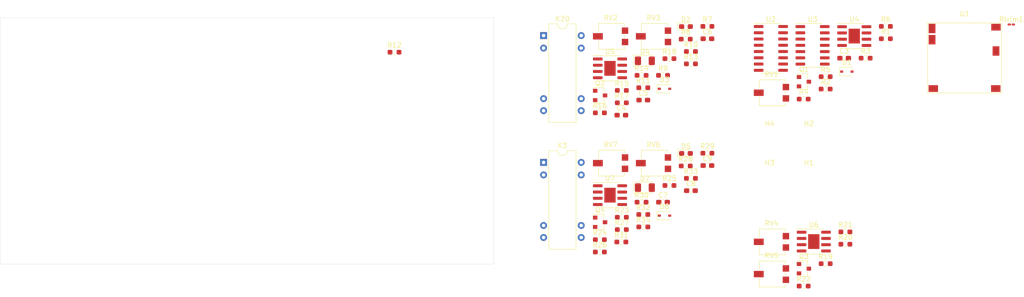
<source format=kicad_pcb>
(kicad_pcb (version 20171130) (host pcbnew "(5.1.10)-1")

  (general
    (thickness 1.6)
    (drawings 4)
    (tracks 0)
    (zones 0)
    (modules 73)
    (nets 76)
  )

  (page A4)
  (layers
    (0 TOP_GND mixed)
    (1 2_12V power)
    (2 3_3V3 power)
    (31 BUTTOM_GND power)
    (32 B.Adhes user)
    (33 F.Adhes user)
    (34 B.Paste user)
    (35 F.Paste user)
    (36 B.SilkS user)
    (37 F.SilkS user)
    (38 B.Mask user)
    (39 F.Mask user)
    (40 Dwgs.User user)
    (41 Cmts.User user)
    (42 Eco1.User user)
    (43 Eco2.User user)
    (44 Edge.Cuts user)
    (45 Margin user)
    (46 B.CrtYd user)
    (47 F.CrtYd user)
    (48 B.Fab user)
    (49 F.Fab user)
  )

  (setup
    (last_trace_width 0.25)
    (trace_clearance 0.2)
    (zone_clearance 0.508)
    (zone_45_only no)
    (trace_min 0.2)
    (via_size 0.8)
    (via_drill 0.4)
    (via_min_size 0.4)
    (via_min_drill 0.3)
    (uvia_size 0.3)
    (uvia_drill 0.1)
    (uvias_allowed no)
    (uvia_min_size 0.2)
    (uvia_min_drill 0.1)
    (edge_width 0.05)
    (segment_width 0.2)
    (pcb_text_width 0.3)
    (pcb_text_size 1.5 1.5)
    (mod_edge_width 0.12)
    (mod_text_size 1 1)
    (mod_text_width 0.15)
    (pad_size 1.524 1.524)
    (pad_drill 0.762)
    (pad_to_mask_clearance 0)
    (aux_axis_origin 0 0)
    (grid_origin 70 70)
    (visible_elements FFFFFF7F)
    (pcbplotparams
      (layerselection 0x010fc_ffffffff)
      (usegerberextensions false)
      (usegerberattributes true)
      (usegerberadvancedattributes true)
      (creategerberjobfile true)
      (excludeedgelayer true)
      (linewidth 0.100000)
      (plotframeref false)
      (viasonmask false)
      (mode 1)
      (useauxorigin false)
      (hpglpennumber 1)
      (hpglpenspeed 20)
      (hpglpendiameter 15.000000)
      (psnegative false)
      (psa4output false)
      (plotreference true)
      (plotvalue true)
      (plotinvisibletext false)
      (padsonsilk false)
      (subtractmaskfromsilk false)
      (outputformat 1)
      (mirror false)
      (drillshape 1)
      (scaleselection 1)
      (outputdirectory ""))
  )

  (net 0 "")
  (net 1 "Net-(C3-Pad2)")
  (net 2 GND)
  (net 3 "Net-(C4-Pad1)")
  (net 4 "Net-(C5-Pad1)")
  (net 5 "Net-(C6-Pad1)")
  (net 6 "Net-(C7-Pad1)")
  (net 7 "Net-(C8-Pad1)")
  (net 8 "Net-(C9-Pad1)")
  (net 9 "Net-(D1-Pad1)")
  (net 10 "Net-(D2-Pad1)")
  (net 11 /Comparador_y_salida_relé_arranque/24V)
  (net 12 "Net-(D3-Pad2)")
  (net 13 "Net-(D4-Pad2)")
  (net 14 "Net-(D5-Pad1)")
  (net 15 "Net-(D6-Pad2)")
  (net 16 "Net-(D7-Pad2)")
  (net 17 "Net-(K3-Pad1)")
  (net 18 "Net-(K3-Pad7)")
  (net 19 "Net-(K3-Pad14)")
  (net 20 "Net-(K20-Pad14)")
  (net 21 "Net-(K20-Pad7)")
  (net 22 "Net-(K20-Pad1)")
  (net 23 "Net-(Q1-Pad3)")
  (net 24 "Net-(Q2-Pad1)")
  (net 25 "Net-(Q3-Pad3)")
  (net 26 "Net-(Q3-Pad2)")
  (net 27 "Net-(J3-Pad1)")
  (net 28 "Net-(Q4-Pad1)")
  (net 29 "Net-(J2-Pad2)")
  (net 30 /Comparador_y_salida_relé_arranque/12V)
  (net 31 "Net-(R3-Pad1)")
  (net 32 "Net-(R3-Pad2)")
  (net 33 "Net-(R4-Pad2)")
  (net 34 /Conversor_f_a_V/15V)
  (net 35 /Comparador_y_salida_relé_arranque/A)
  (net 36 "Net-(R9-Pad1)")
  (net 37 "Net-(R10-Pad2)")
  (net 38 "Net-(R11-Pad1)")
  (net 39 "Net-(R12-Pad2)")
  (net 40 "Net-(R14-Pad1)")
  (net 41 "Net-(R15-Pad2)")
  (net 42 "Net-(R15-Pad1)")
  (net 43 "Net-(R16-Pad1)")
  (net 44 "Net-(R17-Pad2)")
  (net 45 "Net-(R19-Pad2)")
  (net 46 "Net-(R19-Pad1)")
  (net 47 "Net-(R20-Pad1)")
  (net 48 "Net-(R21-Pad2)")
  (net 49 "Net-(R25-Pad1)")
  (net 50 "Net-(R26-Pad2)")
  (net 51 "Net-(R27-Pad2)")
  (net 52 "Net-(R28-Pad1)")
  (net 53 "Net-(R30-Pad1)")
  (net 54 "Net-(R31-Pad1)")
  (net 55 "Net-(R31-Pad2)")
  (net 56 "Net-(R32-Pad2)")
  (net 57 "Net-(R33-Pad1)")
  (net 58 "Net-(Rtrim1-Pad2)")
  (net 59 "Net-(RV4-Pad1)")
  (net 60 "Net-(U1-Pad5)")
  (net 61 "Net-(J1-Pad1)")
  (net 62 "Net-(U2-Pad1)")
  (net 63 "Net-(U2-Pad2)")
  (net 64 "Net-(U2-Pad3)")
  (net 65 "Net-(U2-Pad4)")
  (net 66 "Net-(U2-Pad5)")
  (net 67 "Net-(U2-Pad6)")
  (net 68 "Net-(U2-Pad7)")
  (net 69 "Net-(U2-Pad9)")
  (net 70 "Net-(U2-Pad12)")
  (net 71 "Net-(U2-Pad13)")
  (net 72 "Net-(U2-Pad14)")
  (net 73 "Net-(U2-Pad15)")
  (net 74 "Net-(U3-Pad2)")
  (net 75 A)

  (net_class Default "This is the default net class."
    (clearance 0.2)
    (trace_width 0.25)
    (via_dia 0.8)
    (via_drill 0.4)
    (uvia_dia 0.3)
    (uvia_drill 0.1)
    (add_net /Comparador_y_salida_relé_arranque/12V)
    (add_net /Comparador_y_salida_relé_arranque/24V)
    (add_net /Comparador_y_salida_relé_arranque/A)
    (add_net /Conversor_f_a_V/15V)
    (add_net A)
    (add_net GND)
    (add_net "Net-(C3-Pad2)")
    (add_net "Net-(C4-Pad1)")
    (add_net "Net-(C5-Pad1)")
    (add_net "Net-(C6-Pad1)")
    (add_net "Net-(C7-Pad1)")
    (add_net "Net-(C8-Pad1)")
    (add_net "Net-(C9-Pad1)")
    (add_net "Net-(D1-Pad1)")
    (add_net "Net-(D2-Pad1)")
    (add_net "Net-(D3-Pad2)")
    (add_net "Net-(D4-Pad2)")
    (add_net "Net-(D5-Pad1)")
    (add_net "Net-(D6-Pad2)")
    (add_net "Net-(D7-Pad2)")
    (add_net "Net-(J1-Pad1)")
    (add_net "Net-(J2-Pad2)")
    (add_net "Net-(J3-Pad1)")
    (add_net "Net-(K20-Pad1)")
    (add_net "Net-(K20-Pad14)")
    (add_net "Net-(K20-Pad7)")
    (add_net "Net-(K3-Pad1)")
    (add_net "Net-(K3-Pad14)")
    (add_net "Net-(K3-Pad7)")
    (add_net "Net-(Q1-Pad3)")
    (add_net "Net-(Q2-Pad1)")
    (add_net "Net-(Q3-Pad2)")
    (add_net "Net-(Q3-Pad3)")
    (add_net "Net-(Q4-Pad1)")
    (add_net "Net-(R10-Pad2)")
    (add_net "Net-(R11-Pad1)")
    (add_net "Net-(R12-Pad2)")
    (add_net "Net-(R14-Pad1)")
    (add_net "Net-(R15-Pad1)")
    (add_net "Net-(R15-Pad2)")
    (add_net "Net-(R16-Pad1)")
    (add_net "Net-(R17-Pad2)")
    (add_net "Net-(R19-Pad1)")
    (add_net "Net-(R19-Pad2)")
    (add_net "Net-(R20-Pad1)")
    (add_net "Net-(R21-Pad2)")
    (add_net "Net-(R25-Pad1)")
    (add_net "Net-(R26-Pad2)")
    (add_net "Net-(R27-Pad2)")
    (add_net "Net-(R28-Pad1)")
    (add_net "Net-(R3-Pad1)")
    (add_net "Net-(R3-Pad2)")
    (add_net "Net-(R30-Pad1)")
    (add_net "Net-(R31-Pad1)")
    (add_net "Net-(R31-Pad2)")
    (add_net "Net-(R32-Pad2)")
    (add_net "Net-(R33-Pad1)")
    (add_net "Net-(R4-Pad2)")
    (add_net "Net-(R9-Pad1)")
    (add_net "Net-(RV4-Pad1)")
    (add_net "Net-(Rtrim1-Pad2)")
    (add_net "Net-(U1-Pad5)")
    (add_net "Net-(U2-Pad1)")
    (add_net "Net-(U2-Pad12)")
    (add_net "Net-(U2-Pad13)")
    (add_net "Net-(U2-Pad14)")
    (add_net "Net-(U2-Pad15)")
    (add_net "Net-(U2-Pad2)")
    (add_net "Net-(U2-Pad3)")
    (add_net "Net-(U2-Pad4)")
    (add_net "Net-(U2-Pad5)")
    (add_net "Net-(U2-Pad6)")
    (add_net "Net-(U2-Pad7)")
    (add_net "Net-(U2-Pad9)")
    (add_net "Net-(U3-Pad2)")
  )

  (module Capacitor_SMD:C_0603_1608Metric_Pad1.08x0.95mm_HandSolder (layer TOP_GND) (tedit 5F68FEEF) (tstamp 61A05627)
    (at 241.025001 78.205001)
    (descr "Capacitor SMD 0603 (1608 Metric), square (rectangular) end terminal, IPC_7351 nominal with elongated pad for handsoldering. (Body size source: IPC-SM-782 page 76, https://www.pcb-3d.com/wordpress/wp-content/uploads/ipc-sm-782a_amendment_1_and_2.pdf), generated with kicad-footprint-generator")
    (tags "capacitor handsolder")
    (path /612E15A4/6131282E)
    (attr smd)
    (fp_text reference C3 (at 0 -1.43) (layer F.SilkS)
      (effects (font (size 1 1) (thickness 0.15)))
    )
    (fp_text value 0.022uF (at 0 1.43) (layer F.Fab)
      (effects (font (size 1 1) (thickness 0.15)))
    )
    (fp_text user %R (at 0 0) (layer F.Fab)
      (effects (font (size 0.4 0.4) (thickness 0.06)))
    )
    (fp_line (start -0.8 0.4) (end -0.8 -0.4) (layer F.Fab) (width 0.1))
    (fp_line (start -0.8 -0.4) (end 0.8 -0.4) (layer F.Fab) (width 0.1))
    (fp_line (start 0.8 -0.4) (end 0.8 0.4) (layer F.Fab) (width 0.1))
    (fp_line (start 0.8 0.4) (end -0.8 0.4) (layer F.Fab) (width 0.1))
    (fp_line (start -0.146267 -0.51) (end 0.146267 -0.51) (layer F.SilkS) (width 0.12))
    (fp_line (start -0.146267 0.51) (end 0.146267 0.51) (layer F.SilkS) (width 0.12))
    (fp_line (start -1.65 0.73) (end -1.65 -0.73) (layer F.CrtYd) (width 0.05))
    (fp_line (start -1.65 -0.73) (end 1.65 -0.73) (layer F.CrtYd) (width 0.05))
    (fp_line (start 1.65 -0.73) (end 1.65 0.73) (layer F.CrtYd) (width 0.05))
    (fp_line (start 1.65 0.73) (end -1.65 0.73) (layer F.CrtYd) (width 0.05))
    (pad 2 smd roundrect (at 0.8625 0) (size 1.075 0.95) (layers TOP_GND F.Paste F.Mask) (roundrect_rratio 0.25)
      (net 1 "Net-(C3-Pad2)"))
    (pad 1 smd roundrect (at -0.8625 0) (size 1.075 0.95) (layers TOP_GND F.Paste F.Mask) (roundrect_rratio 0.25)
      (net 2 GND))
    (model ${KISYS3DMOD}/Capacitor_SMD.3dshapes/C_0603_1608Metric.wrl
      (at (xyz 0 0 0))
      (scale (xyz 1 1 1))
      (rotate (xyz 0 0 0))
    )
  )

  (module Capacitor_SMD:C_0603_1608Metric_Pad1.08x0.95mm_HandSolder (layer TOP_GND) (tedit 5F68FEEF) (tstamp 61A05638)
    (at 195.875001 89.775001)
    (descr "Capacitor SMD 0603 (1608 Metric), square (rectangular) end terminal, IPC_7351 nominal with elongated pad for handsoldering. (Body size source: IPC-SM-782 page 76, https://www.pcb-3d.com/wordpress/wp-content/uploads/ipc-sm-782a_amendment_1_and_2.pdf), generated with kicad-footprint-generator")
    (tags "capacitor handsolder")
    (path /61322896/6133F723)
    (attr smd)
    (fp_text reference C4 (at 0 -1.43) (layer F.SilkS)
      (effects (font (size 1 1) (thickness 0.15)))
    )
    (fp_text value 1uF (at 0 1.43) (layer F.Fab)
      (effects (font (size 1 1) (thickness 0.15)))
    )
    (fp_line (start 1.65 0.73) (end -1.65 0.73) (layer F.CrtYd) (width 0.05))
    (fp_line (start 1.65 -0.73) (end 1.65 0.73) (layer F.CrtYd) (width 0.05))
    (fp_line (start -1.65 -0.73) (end 1.65 -0.73) (layer F.CrtYd) (width 0.05))
    (fp_line (start -1.65 0.73) (end -1.65 -0.73) (layer F.CrtYd) (width 0.05))
    (fp_line (start -0.146267 0.51) (end 0.146267 0.51) (layer F.SilkS) (width 0.12))
    (fp_line (start -0.146267 -0.51) (end 0.146267 -0.51) (layer F.SilkS) (width 0.12))
    (fp_line (start 0.8 0.4) (end -0.8 0.4) (layer F.Fab) (width 0.1))
    (fp_line (start 0.8 -0.4) (end 0.8 0.4) (layer F.Fab) (width 0.1))
    (fp_line (start -0.8 -0.4) (end 0.8 -0.4) (layer F.Fab) (width 0.1))
    (fp_line (start -0.8 0.4) (end -0.8 -0.4) (layer F.Fab) (width 0.1))
    (fp_text user %R (at 0 0) (layer F.Fab)
      (effects (font (size 0.4 0.4) (thickness 0.06)))
    )
    (pad 1 smd roundrect (at -0.8625 0) (size 1.075 0.95) (layers TOP_GND F.Paste F.Mask) (roundrect_rratio 0.25)
      (net 3 "Net-(C4-Pad1)"))
    (pad 2 smd roundrect (at 0.8625 0) (size 1.075 0.95) (layers TOP_GND F.Paste F.Mask) (roundrect_rratio 0.25)
      (net 2 GND))
    (model ${KISYS3DMOD}/Capacitor_SMD.3dshapes/C_0603_1608Metric.wrl
      (at (xyz 0 0 0))
      (scale (xyz 1 1 1))
      (rotate (xyz 0 0 0))
    )
  )

  (module Capacitor_SMD:C_0603_1608Metric_Pad1.08x0.95mm_HandSolder (layer TOP_GND) (tedit 5F68FEEF) (tstamp 61A05649)
    (at 200.325001 86.715001)
    (descr "Capacitor SMD 0603 (1608 Metric), square (rectangular) end terminal, IPC_7351 nominal with elongated pad for handsoldering. (Body size source: IPC-SM-782 page 76, https://www.pcb-3d.com/wordpress/wp-content/uploads/ipc-sm-782a_amendment_1_and_2.pdf), generated with kicad-footprint-generator")
    (tags "capacitor handsolder")
    (path /61322896/6133F735)
    (attr smd)
    (fp_text reference C5 (at 0 -1.43) (layer F.SilkS)
      (effects (font (size 1 1) (thickness 0.15)))
    )
    (fp_text value 1uF (at 0 1.43) (layer F.Fab)
      (effects (font (size 1 1) (thickness 0.15)))
    )
    (fp_text user %R (at 0 0) (layer F.Fab)
      (effects (font (size 0.4 0.4) (thickness 0.06)))
    )
    (fp_line (start -0.8 0.4) (end -0.8 -0.4) (layer F.Fab) (width 0.1))
    (fp_line (start -0.8 -0.4) (end 0.8 -0.4) (layer F.Fab) (width 0.1))
    (fp_line (start 0.8 -0.4) (end 0.8 0.4) (layer F.Fab) (width 0.1))
    (fp_line (start 0.8 0.4) (end -0.8 0.4) (layer F.Fab) (width 0.1))
    (fp_line (start -0.146267 -0.51) (end 0.146267 -0.51) (layer F.SilkS) (width 0.12))
    (fp_line (start -0.146267 0.51) (end 0.146267 0.51) (layer F.SilkS) (width 0.12))
    (fp_line (start -1.65 0.73) (end -1.65 -0.73) (layer F.CrtYd) (width 0.05))
    (fp_line (start -1.65 -0.73) (end 1.65 -0.73) (layer F.CrtYd) (width 0.05))
    (fp_line (start 1.65 -0.73) (end 1.65 0.73) (layer F.CrtYd) (width 0.05))
    (fp_line (start 1.65 0.73) (end -1.65 0.73) (layer F.CrtYd) (width 0.05))
    (pad 2 smd roundrect (at 0.8625 0) (size 1.075 0.95) (layers TOP_GND F.Paste F.Mask) (roundrect_rratio 0.25)
      (net 2 GND))
    (pad 1 smd roundrect (at -0.8625 0) (size 1.075 0.95) (layers TOP_GND F.Paste F.Mask) (roundrect_rratio 0.25)
      (net 4 "Net-(C5-Pad1)"))
    (model ${KISYS3DMOD}/Capacitor_SMD.3dshapes/C_0603_1608Metric.wrl
      (at (xyz 0 0 0))
      (scale (xyz 1 1 1))
      (rotate (xyz 0 0 0))
    )
  )

  (module Capacitor_SMD:C_0603_1608Metric_Pad1.08x0.95mm_HandSolder (layer TOP_GND) (tedit 5F68FEEF) (tstamp 61A0565A)
    (at 213.315001 74.265001)
    (descr "Capacitor SMD 0603 (1608 Metric), square (rectangular) end terminal, IPC_7351 nominal with elongated pad for handsoldering. (Body size source: IPC-SM-782 page 76, https://www.pcb-3d.com/wordpress/wp-content/uploads/ipc-sm-782a_amendment_1_and_2.pdf), generated with kicad-footprint-generator")
    (tags "capacitor handsolder")
    (path /61322896/613630A1)
    (attr smd)
    (fp_text reference C6 (at 0 -1.43) (layer F.SilkS)
      (effects (font (size 1 1) (thickness 0.15)))
    )
    (fp_text value 2.2uF (at 0 1.43) (layer F.Fab)
      (effects (font (size 1 1) (thickness 0.15)))
    )
    (fp_text user %R (at 0 0) (layer F.Fab)
      (effects (font (size 0.4 0.4) (thickness 0.06)))
    )
    (fp_line (start -0.8 0.4) (end -0.8 -0.4) (layer F.Fab) (width 0.1))
    (fp_line (start -0.8 -0.4) (end 0.8 -0.4) (layer F.Fab) (width 0.1))
    (fp_line (start 0.8 -0.4) (end 0.8 0.4) (layer F.Fab) (width 0.1))
    (fp_line (start 0.8 0.4) (end -0.8 0.4) (layer F.Fab) (width 0.1))
    (fp_line (start -0.146267 -0.51) (end 0.146267 -0.51) (layer F.SilkS) (width 0.12))
    (fp_line (start -0.146267 0.51) (end 0.146267 0.51) (layer F.SilkS) (width 0.12))
    (fp_line (start -1.65 0.73) (end -1.65 -0.73) (layer F.CrtYd) (width 0.05))
    (fp_line (start -1.65 -0.73) (end 1.65 -0.73) (layer F.CrtYd) (width 0.05))
    (fp_line (start 1.65 -0.73) (end 1.65 0.73) (layer F.CrtYd) (width 0.05))
    (fp_line (start 1.65 0.73) (end -1.65 0.73) (layer F.CrtYd) (width 0.05))
    (pad 2 smd roundrect (at 0.8625 0) (size 1.075 0.95) (layers TOP_GND F.Paste F.Mask) (roundrect_rratio 0.25)
      (net 2 GND))
    (pad 1 smd roundrect (at -0.8625 0) (size 1.075 0.95) (layers TOP_GND F.Paste F.Mask) (roundrect_rratio 0.25)
      (net 5 "Net-(C6-Pad1)"))
    (model ${KISYS3DMOD}/Capacitor_SMD.3dshapes/C_0603_1608Metric.wrl
      (at (xyz 0 0 0))
      (scale (xyz 1 1 1))
      (rotate (xyz 0 0 0))
    )
  )

  (module Capacitor_SMD:C_0603_1608Metric_Pad1.08x0.95mm_HandSolder (layer TOP_GND) (tedit 5F68FEEF) (tstamp 61A0566B)
    (at 204.325001 107.435001)
    (descr "Capacitor SMD 0603 (1608 Metric), square (rectangular) end terminal, IPC_7351 nominal with elongated pad for handsoldering. (Body size source: IPC-SM-782 page 76, https://www.pcb-3d.com/wordpress/wp-content/uploads/ipc-sm-782a_amendment_1_and_2.pdf), generated with kicad-footprint-generator")
    (tags "capacitor handsolder")
    (path /618B375A/618C6F99)
    (attr smd)
    (fp_text reference C7 (at 0 -1.43) (layer F.SilkS)
      (effects (font (size 1 1) (thickness 0.15)))
    )
    (fp_text value 1uF (at 0 1.43) (layer F.Fab)
      (effects (font (size 1 1) (thickness 0.15)))
    )
    (fp_line (start 1.65 0.73) (end -1.65 0.73) (layer F.CrtYd) (width 0.05))
    (fp_line (start 1.65 -0.73) (end 1.65 0.73) (layer F.CrtYd) (width 0.05))
    (fp_line (start -1.65 -0.73) (end 1.65 -0.73) (layer F.CrtYd) (width 0.05))
    (fp_line (start -1.65 0.73) (end -1.65 -0.73) (layer F.CrtYd) (width 0.05))
    (fp_line (start -0.146267 0.51) (end 0.146267 0.51) (layer F.SilkS) (width 0.12))
    (fp_line (start -0.146267 -0.51) (end 0.146267 -0.51) (layer F.SilkS) (width 0.12))
    (fp_line (start 0.8 0.4) (end -0.8 0.4) (layer F.Fab) (width 0.1))
    (fp_line (start 0.8 -0.4) (end 0.8 0.4) (layer F.Fab) (width 0.1))
    (fp_line (start -0.8 -0.4) (end 0.8 -0.4) (layer F.Fab) (width 0.1))
    (fp_line (start -0.8 0.4) (end -0.8 -0.4) (layer F.Fab) (width 0.1))
    (fp_text user %R (at 0 0) (layer F.Fab)
      (effects (font (size 0.4 0.4) (thickness 0.06)))
    )
    (pad 1 smd roundrect (at -0.8625 0) (size 1.075 0.95) (layers TOP_GND F.Paste F.Mask) (roundrect_rratio 0.25)
      (net 6 "Net-(C7-Pad1)"))
    (pad 2 smd roundrect (at 0.8625 0) (size 1.075 0.95) (layers TOP_GND F.Paste F.Mask) (roundrect_rratio 0.25)
      (net 2 GND))
    (model ${KISYS3DMOD}/Capacitor_SMD.3dshapes/C_0603_1608Metric.wrl
      (at (xyz 0 0 0))
      (scale (xyz 1 1 1))
      (rotate (xyz 0 0 0))
    )
  )

  (module Capacitor_SMD:C_0603_1608Metric_Pad1.08x0.95mm_HandSolder (layer TOP_GND) (tedit 5F68FEEF) (tstamp 61A0567C)
    (at 209.975001 105.105001)
    (descr "Capacitor SMD 0603 (1608 Metric), square (rectangular) end terminal, IPC_7351 nominal with elongated pad for handsoldering. (Body size source: IPC-SM-782 page 76, https://www.pcb-3d.com/wordpress/wp-content/uploads/ipc-sm-782a_amendment_1_and_2.pdf), generated with kicad-footprint-generator")
    (tags "capacitor handsolder")
    (path /618B375A/618C6F9B)
    (attr smd)
    (fp_text reference C8 (at 0 -1.43) (layer F.SilkS)
      (effects (font (size 1 1) (thickness 0.15)))
    )
    (fp_text value 1uF (at 0 1.43) (layer F.Fab)
      (effects (font (size 1 1) (thickness 0.15)))
    )
    (fp_line (start 1.65 0.73) (end -1.65 0.73) (layer F.CrtYd) (width 0.05))
    (fp_line (start 1.65 -0.73) (end 1.65 0.73) (layer F.CrtYd) (width 0.05))
    (fp_line (start -1.65 -0.73) (end 1.65 -0.73) (layer F.CrtYd) (width 0.05))
    (fp_line (start -1.65 0.73) (end -1.65 -0.73) (layer F.CrtYd) (width 0.05))
    (fp_line (start -0.146267 0.51) (end 0.146267 0.51) (layer F.SilkS) (width 0.12))
    (fp_line (start -0.146267 -0.51) (end 0.146267 -0.51) (layer F.SilkS) (width 0.12))
    (fp_line (start 0.8 0.4) (end -0.8 0.4) (layer F.Fab) (width 0.1))
    (fp_line (start 0.8 -0.4) (end 0.8 0.4) (layer F.Fab) (width 0.1))
    (fp_line (start -0.8 -0.4) (end 0.8 -0.4) (layer F.Fab) (width 0.1))
    (fp_line (start -0.8 0.4) (end -0.8 -0.4) (layer F.Fab) (width 0.1))
    (fp_text user %R (at 0 0) (layer F.Fab)
      (effects (font (size 0.4 0.4) (thickness 0.06)))
    )
    (pad 1 smd roundrect (at -0.8625 0) (size 1.075 0.95) (layers TOP_GND F.Paste F.Mask) (roundrect_rratio 0.25)
      (net 7 "Net-(C8-Pad1)"))
    (pad 2 smd roundrect (at 0.8625 0) (size 1.075 0.95) (layers TOP_GND F.Paste F.Mask) (roundrect_rratio 0.25)
      (net 2 GND))
    (model ${KISYS3DMOD}/Capacitor_SMD.3dshapes/C_0603_1608Metric.wrl
      (at (xyz 0 0 0))
      (scale (xyz 1 1 1))
      (rotate (xyz 0 0 0))
    )
  )

  (module Capacitor_SMD:C_0603_1608Metric_Pad1.08x0.95mm_HandSolder (layer TOP_GND) (tedit 5F68FEEF) (tstamp 61A0568D)
    (at 213.315001 100.005001)
    (descr "Capacitor SMD 0603 (1608 Metric), square (rectangular) end terminal, IPC_7351 nominal with elongated pad for handsoldering. (Body size source: IPC-SM-782 page 76, https://www.pcb-3d.com/wordpress/wp-content/uploads/ipc-sm-782a_amendment_1_and_2.pdf), generated with kicad-footprint-generator")
    (tags "capacitor handsolder")
    (path /618B375A/618C6FA9)
    (attr smd)
    (fp_text reference C9 (at 0 -1.43) (layer F.SilkS)
      (effects (font (size 1 1) (thickness 0.15)))
    )
    (fp_text value 2.2uF (at 0 1.43) (layer F.Fab)
      (effects (font (size 1 1) (thickness 0.15)))
    )
    (fp_line (start 1.65 0.73) (end -1.65 0.73) (layer F.CrtYd) (width 0.05))
    (fp_line (start 1.65 -0.73) (end 1.65 0.73) (layer F.CrtYd) (width 0.05))
    (fp_line (start -1.65 -0.73) (end 1.65 -0.73) (layer F.CrtYd) (width 0.05))
    (fp_line (start -1.65 0.73) (end -1.65 -0.73) (layer F.CrtYd) (width 0.05))
    (fp_line (start -0.146267 0.51) (end 0.146267 0.51) (layer F.SilkS) (width 0.12))
    (fp_line (start -0.146267 -0.51) (end 0.146267 -0.51) (layer F.SilkS) (width 0.12))
    (fp_line (start 0.8 0.4) (end -0.8 0.4) (layer F.Fab) (width 0.1))
    (fp_line (start 0.8 -0.4) (end 0.8 0.4) (layer F.Fab) (width 0.1))
    (fp_line (start -0.8 -0.4) (end 0.8 -0.4) (layer F.Fab) (width 0.1))
    (fp_line (start -0.8 0.4) (end -0.8 -0.4) (layer F.Fab) (width 0.1))
    (fp_text user %R (at 0 0) (layer F.Fab)
      (effects (font (size 0.4 0.4) (thickness 0.06)))
    )
    (pad 1 smd roundrect (at -0.8625 0) (size 1.075 0.95) (layers TOP_GND F.Paste F.Mask) (roundrect_rratio 0.25)
      (net 8 "Net-(C9-Pad1)"))
    (pad 2 smd roundrect (at 0.8625 0) (size 1.075 0.95) (layers TOP_GND F.Paste F.Mask) (roundrect_rratio 0.25)
      (net 2 GND))
    (model ${KISYS3DMOD}/Capacitor_SMD.3dshapes/C_0603_1608Metric.wrl
      (at (xyz 0 0 0))
      (scale (xyz 1 1 1))
      (rotate (xyz 0 0 0))
    )
  )

  (module Diode_SMD:D_SOD-323 (layer TOP_GND) (tedit 58641739) (tstamp 61A056A5)
    (at 241.575001 80.935001)
    (descr SOD-323)
    (tags SOD-323)
    (path /612E15A4/613127A3)
    (attr smd)
    (fp_text reference D1 (at 0 -1.85) (layer F.SilkS)
      (effects (font (size 1 1) (thickness 0.15)))
    )
    (fp_text value 1N4148 (at 0.1 1.9) (layer F.Fab)
      (effects (font (size 1 1) (thickness 0.15)))
    )
    (fp_line (start -1.5 -0.85) (end 1.05 -0.85) (layer F.SilkS) (width 0.12))
    (fp_line (start -1.5 0.85) (end 1.05 0.85) (layer F.SilkS) (width 0.12))
    (fp_line (start -1.6 -0.95) (end -1.6 0.95) (layer F.CrtYd) (width 0.05))
    (fp_line (start -1.6 0.95) (end 1.6 0.95) (layer F.CrtYd) (width 0.05))
    (fp_line (start 1.6 -0.95) (end 1.6 0.95) (layer F.CrtYd) (width 0.05))
    (fp_line (start -1.6 -0.95) (end 1.6 -0.95) (layer F.CrtYd) (width 0.05))
    (fp_line (start -0.9 -0.7) (end 0.9 -0.7) (layer F.Fab) (width 0.1))
    (fp_line (start 0.9 -0.7) (end 0.9 0.7) (layer F.Fab) (width 0.1))
    (fp_line (start 0.9 0.7) (end -0.9 0.7) (layer F.Fab) (width 0.1))
    (fp_line (start -0.9 0.7) (end -0.9 -0.7) (layer F.Fab) (width 0.1))
    (fp_line (start -0.3 -0.35) (end -0.3 0.35) (layer F.Fab) (width 0.1))
    (fp_line (start -0.3 0) (end -0.5 0) (layer F.Fab) (width 0.1))
    (fp_line (start -0.3 0) (end 0.2 -0.35) (layer F.Fab) (width 0.1))
    (fp_line (start 0.2 -0.35) (end 0.2 0.35) (layer F.Fab) (width 0.1))
    (fp_line (start 0.2 0.35) (end -0.3 0) (layer F.Fab) (width 0.1))
    (fp_line (start 0.2 0) (end 0.45 0) (layer F.Fab) (width 0.1))
    (fp_line (start -1.5 -0.85) (end -1.5 0.85) (layer F.SilkS) (width 0.12))
    (fp_text user %R (at 0 -1.85) (layer F.Fab)
      (effects (font (size 1 1) (thickness 0.15)))
    )
    (pad 1 smd rect (at -1.05 0) (size 0.6 0.45) (layers TOP_GND F.Paste F.Mask)
      (net 9 "Net-(D1-Pad1)"))
    (pad 2 smd rect (at 1.05 0) (size 0.6 0.45) (layers TOP_GND F.Paste F.Mask)
      (net 2 GND))
    (model ${KISYS3DMOD}/Diode_SMD.3dshapes/D_SOD-323.wrl
      (at (xyz 0 0 0))
      (scale (xyz 1 1 1))
      (rotate (xyz 0 0 0))
    )
  )

  (module Diode_SMD:D_0603_1608Metric_Pad1.05x0.95mm_HandSolder (layer TOP_GND) (tedit 5F68FEF0) (tstamp 61A056B8)
    (at 208.970001 71.795001)
    (descr "Diode SMD 0603 (1608 Metric), square (rectangular) end terminal, IPC_7351 nominal, (Body size source: http://www.tortai-tech.com/upload/download/2011102023233369053.pdf), generated with kicad-footprint-generator")
    (tags "diode handsolder")
    (path /61322896/61362664)
    (attr smd)
    (fp_text reference D2 (at 0 -1.43) (layer F.SilkS)
      (effects (font (size 1 1) (thickness 0.15)))
    )
    (fp_text value FD300 (at 0 1.43) (layer F.Fab)
      (effects (font (size 1 1) (thickness 0.15)))
    )
    (fp_line (start 1.65 0.73) (end -1.65 0.73) (layer F.CrtYd) (width 0.05))
    (fp_line (start 1.65 -0.73) (end 1.65 0.73) (layer F.CrtYd) (width 0.05))
    (fp_line (start -1.65 -0.73) (end 1.65 -0.73) (layer F.CrtYd) (width 0.05))
    (fp_line (start -1.65 0.73) (end -1.65 -0.73) (layer F.CrtYd) (width 0.05))
    (fp_line (start -1.66 0.735) (end 0.8 0.735) (layer F.SilkS) (width 0.12))
    (fp_line (start -1.66 -0.735) (end -1.66 0.735) (layer F.SilkS) (width 0.12))
    (fp_line (start 0.8 -0.735) (end -1.66 -0.735) (layer F.SilkS) (width 0.12))
    (fp_line (start 0.8 0.4) (end 0.8 -0.4) (layer F.Fab) (width 0.1))
    (fp_line (start -0.8 0.4) (end 0.8 0.4) (layer F.Fab) (width 0.1))
    (fp_line (start -0.8 -0.1) (end -0.8 0.4) (layer F.Fab) (width 0.1))
    (fp_line (start -0.5 -0.4) (end -0.8 -0.1) (layer F.Fab) (width 0.1))
    (fp_line (start 0.8 -0.4) (end -0.5 -0.4) (layer F.Fab) (width 0.1))
    (fp_text user %R (at 0 0) (layer F.Fab)
      (effects (font (size 0.4 0.4) (thickness 0.06)))
    )
    (pad 1 smd roundrect (at -0.875 0) (size 1.05 0.95) (layers TOP_GND F.Paste F.Mask) (roundrect_rratio 0.25)
      (net 10 "Net-(D2-Pad1)"))
    (pad 2 smd roundrect (at 0.875 0) (size 1.05 0.95) (layers TOP_GND F.Paste F.Mask) (roundrect_rratio 0.25)
      (net 5 "Net-(C6-Pad1)"))
    (model ${KISYS3DMOD}/Diode_SMD.3dshapes/D_0603_1608Metric.wrl
      (at (xyz 0 0 0))
      (scale (xyz 1 1 1))
      (rotate (xyz 0 0 0))
    )
  )

  (module Diode_SMD:D_SOD-323 (layer TOP_GND) (tedit 58641739) (tstamp 61A056D0)
    (at 204.625001 84.425001)
    (descr SOD-323)
    (tags SOD-323)
    (path /61322896/618C6FB7)
    (attr smd)
    (fp_text reference D3 (at 0 -1.85) (layer F.SilkS)
      (effects (font (size 1 1) (thickness 0.15)))
    )
    (fp_text value 1N4148 (at 0.1 1.9) (layer F.Fab)
      (effects (font (size 1 1) (thickness 0.15)))
    )
    (fp_line (start -1.5 -0.85) (end 1.05 -0.85) (layer F.SilkS) (width 0.12))
    (fp_line (start -1.5 0.85) (end 1.05 0.85) (layer F.SilkS) (width 0.12))
    (fp_line (start -1.6 -0.95) (end -1.6 0.95) (layer F.CrtYd) (width 0.05))
    (fp_line (start -1.6 0.95) (end 1.6 0.95) (layer F.CrtYd) (width 0.05))
    (fp_line (start 1.6 -0.95) (end 1.6 0.95) (layer F.CrtYd) (width 0.05))
    (fp_line (start -1.6 -0.95) (end 1.6 -0.95) (layer F.CrtYd) (width 0.05))
    (fp_line (start -0.9 -0.7) (end 0.9 -0.7) (layer F.Fab) (width 0.1))
    (fp_line (start 0.9 -0.7) (end 0.9 0.7) (layer F.Fab) (width 0.1))
    (fp_line (start 0.9 0.7) (end -0.9 0.7) (layer F.Fab) (width 0.1))
    (fp_line (start -0.9 0.7) (end -0.9 -0.7) (layer F.Fab) (width 0.1))
    (fp_line (start -0.3 -0.35) (end -0.3 0.35) (layer F.Fab) (width 0.1))
    (fp_line (start -0.3 0) (end -0.5 0) (layer F.Fab) (width 0.1))
    (fp_line (start -0.3 0) (end 0.2 -0.35) (layer F.Fab) (width 0.1))
    (fp_line (start 0.2 -0.35) (end 0.2 0.35) (layer F.Fab) (width 0.1))
    (fp_line (start 0.2 0.35) (end -0.3 0) (layer F.Fab) (width 0.1))
    (fp_line (start 0.2 0) (end 0.45 0) (layer F.Fab) (width 0.1))
    (fp_line (start -1.5 -0.85) (end -1.5 0.85) (layer F.SilkS) (width 0.12))
    (fp_text user %R (at 0 -1.85) (layer F.Fab)
      (effects (font (size 1 1) (thickness 0.15)))
    )
    (pad 1 smd rect (at -1.05 0) (size 0.6 0.45) (layers TOP_GND F.Paste F.Mask)
      (net 11 /Comparador_y_salida_relé_arranque/24V))
    (pad 2 smd rect (at 1.05 0) (size 0.6 0.45) (layers TOP_GND F.Paste F.Mask)
      (net 12 "Net-(D3-Pad2)"))
    (model ${KISYS3DMOD}/Diode_SMD.3dshapes/D_SOD-323.wrl
      (at (xyz 0 0 0))
      (scale (xyz 1 1 1))
      (rotate (xyz 0 0 0))
    )
  )

  (module LED_SMD:LED_1206_3216Metric (layer TOP_GND) (tedit 5F68FEF1) (tstamp 61A056E3)
    (at 200.645001 78.745001)
    (descr "LED SMD 1206 (3216 Metric), square (rectangular) end terminal, IPC_7351 nominal, (Body size source: http://www.tortai-tech.com/upload/download/2011102023233369053.pdf), generated with kicad-footprint-generator")
    (tags LED)
    (path /61322896/618C6FB5)
    (attr smd)
    (fp_text reference D4 (at 0 -1.82) (layer F.SilkS)
      (effects (font (size 1 1) (thickness 0.15)))
    )
    (fp_text value LED (at 0 1.82) (layer F.Fab)
      (effects (font (size 1 1) (thickness 0.15)))
    )
    (fp_line (start 2.28 1.12) (end -2.28 1.12) (layer F.CrtYd) (width 0.05))
    (fp_line (start 2.28 -1.12) (end 2.28 1.12) (layer F.CrtYd) (width 0.05))
    (fp_line (start -2.28 -1.12) (end 2.28 -1.12) (layer F.CrtYd) (width 0.05))
    (fp_line (start -2.28 1.12) (end -2.28 -1.12) (layer F.CrtYd) (width 0.05))
    (fp_line (start -2.285 1.135) (end 1.6 1.135) (layer F.SilkS) (width 0.12))
    (fp_line (start -2.285 -1.135) (end -2.285 1.135) (layer F.SilkS) (width 0.12))
    (fp_line (start 1.6 -1.135) (end -2.285 -1.135) (layer F.SilkS) (width 0.12))
    (fp_line (start 1.6 0.8) (end 1.6 -0.8) (layer F.Fab) (width 0.1))
    (fp_line (start -1.6 0.8) (end 1.6 0.8) (layer F.Fab) (width 0.1))
    (fp_line (start -1.6 -0.4) (end -1.6 0.8) (layer F.Fab) (width 0.1))
    (fp_line (start -1.2 -0.8) (end -1.6 -0.4) (layer F.Fab) (width 0.1))
    (fp_line (start 1.6 -0.8) (end -1.2 -0.8) (layer F.Fab) (width 0.1))
    (fp_text user %R (at 0 0) (layer F.Fab)
      (effects (font (size 0.8 0.8) (thickness 0.12)))
    )
    (pad 1 smd roundrect (at -1.4 0) (size 1.25 1.75) (layers TOP_GND F.Paste F.Mask) (roundrect_rratio 0.2)
      (net 2 GND))
    (pad 2 smd roundrect (at 1.4 0) (size 1.25 1.75) (layers TOP_GND F.Paste F.Mask) (roundrect_rratio 0.2)
      (net 13 "Net-(D4-Pad2)"))
    (model ${KISYS3DMOD}/LED_SMD.3dshapes/LED_1206_3216Metric.wrl
      (at (xyz 0 0 0))
      (scale (xyz 1 1 1))
      (rotate (xyz 0 0 0))
    )
  )

  (module Diode_SMD:D_0603_1608Metric_Pad1.05x0.95mm_HandSolder (layer TOP_GND) (tedit 5F68FEF0) (tstamp 61A056F6)
    (at 208.970001 97.535001)
    (descr "Diode SMD 0603 (1608 Metric), square (rectangular) end terminal, IPC_7351 nominal, (Body size source: http://www.tortai-tech.com/upload/download/2011102023233369053.pdf), generated with kicad-footprint-generator")
    (tags "diode handsolder")
    (path /618B375A/618C6FA8)
    (attr smd)
    (fp_text reference D5 (at 0 -1.43) (layer F.SilkS)
      (effects (font (size 1 1) (thickness 0.15)))
    )
    (fp_text value FD300 (at 0 1.43) (layer F.Fab)
      (effects (font (size 1 1) (thickness 0.15)))
    )
    (fp_text user %R (at 0 0) (layer F.Fab)
      (effects (font (size 0.4 0.4) (thickness 0.06)))
    )
    (fp_line (start 0.8 -0.4) (end -0.5 -0.4) (layer F.Fab) (width 0.1))
    (fp_line (start -0.5 -0.4) (end -0.8 -0.1) (layer F.Fab) (width 0.1))
    (fp_line (start -0.8 -0.1) (end -0.8 0.4) (layer F.Fab) (width 0.1))
    (fp_line (start -0.8 0.4) (end 0.8 0.4) (layer F.Fab) (width 0.1))
    (fp_line (start 0.8 0.4) (end 0.8 -0.4) (layer F.Fab) (width 0.1))
    (fp_line (start 0.8 -0.735) (end -1.66 -0.735) (layer F.SilkS) (width 0.12))
    (fp_line (start -1.66 -0.735) (end -1.66 0.735) (layer F.SilkS) (width 0.12))
    (fp_line (start -1.66 0.735) (end 0.8 0.735) (layer F.SilkS) (width 0.12))
    (fp_line (start -1.65 0.73) (end -1.65 -0.73) (layer F.CrtYd) (width 0.05))
    (fp_line (start -1.65 -0.73) (end 1.65 -0.73) (layer F.CrtYd) (width 0.05))
    (fp_line (start 1.65 -0.73) (end 1.65 0.73) (layer F.CrtYd) (width 0.05))
    (fp_line (start 1.65 0.73) (end -1.65 0.73) (layer F.CrtYd) (width 0.05))
    (pad 2 smd roundrect (at 0.875 0) (size 1.05 0.95) (layers TOP_GND F.Paste F.Mask) (roundrect_rratio 0.25)
      (net 8 "Net-(C9-Pad1)"))
    (pad 1 smd roundrect (at -0.875 0) (size 1.05 0.95) (layers TOP_GND F.Paste F.Mask) (roundrect_rratio 0.25)
      (net 14 "Net-(D5-Pad1)"))
    (model ${KISYS3DMOD}/Diode_SMD.3dshapes/D_0603_1608Metric.wrl
      (at (xyz 0 0 0))
      (scale (xyz 1 1 1))
      (rotate (xyz 0 0 0))
    )
  )

  (module Diode_SMD:D_SOD-323 (layer TOP_GND) (tedit 58641739) (tstamp 61A0570E)
    (at 204.625001 110.165001)
    (descr SOD-323)
    (tags SOD-323)
    (path /618B375A/61395D70)
    (attr smd)
    (fp_text reference D6 (at 0 -1.85) (layer F.SilkS)
      (effects (font (size 1 1) (thickness 0.15)))
    )
    (fp_text value 1N4148 (at 0.1 1.9) (layer F.Fab)
      (effects (font (size 1 1) (thickness 0.15)))
    )
    (fp_text user %R (at 0 -1.85) (layer F.Fab)
      (effects (font (size 1 1) (thickness 0.15)))
    )
    (fp_line (start -1.5 -0.85) (end -1.5 0.85) (layer F.SilkS) (width 0.12))
    (fp_line (start 0.2 0) (end 0.45 0) (layer F.Fab) (width 0.1))
    (fp_line (start 0.2 0.35) (end -0.3 0) (layer F.Fab) (width 0.1))
    (fp_line (start 0.2 -0.35) (end 0.2 0.35) (layer F.Fab) (width 0.1))
    (fp_line (start -0.3 0) (end 0.2 -0.35) (layer F.Fab) (width 0.1))
    (fp_line (start -0.3 0) (end -0.5 0) (layer F.Fab) (width 0.1))
    (fp_line (start -0.3 -0.35) (end -0.3 0.35) (layer F.Fab) (width 0.1))
    (fp_line (start -0.9 0.7) (end -0.9 -0.7) (layer F.Fab) (width 0.1))
    (fp_line (start 0.9 0.7) (end -0.9 0.7) (layer F.Fab) (width 0.1))
    (fp_line (start 0.9 -0.7) (end 0.9 0.7) (layer F.Fab) (width 0.1))
    (fp_line (start -0.9 -0.7) (end 0.9 -0.7) (layer F.Fab) (width 0.1))
    (fp_line (start -1.6 -0.95) (end 1.6 -0.95) (layer F.CrtYd) (width 0.05))
    (fp_line (start 1.6 -0.95) (end 1.6 0.95) (layer F.CrtYd) (width 0.05))
    (fp_line (start -1.6 0.95) (end 1.6 0.95) (layer F.CrtYd) (width 0.05))
    (fp_line (start -1.6 -0.95) (end -1.6 0.95) (layer F.CrtYd) (width 0.05))
    (fp_line (start -1.5 0.85) (end 1.05 0.85) (layer F.SilkS) (width 0.12))
    (fp_line (start -1.5 -0.85) (end 1.05 -0.85) (layer F.SilkS) (width 0.12))
    (pad 2 smd rect (at 1.05 0) (size 0.6 0.45) (layers TOP_GND F.Paste F.Mask)
      (net 15 "Net-(D6-Pad2)"))
    (pad 1 smd rect (at -1.05 0) (size 0.6 0.45) (layers TOP_GND F.Paste F.Mask)
      (net 11 /Comparador_y_salida_relé_arranque/24V))
    (model ${KISYS3DMOD}/Diode_SMD.3dshapes/D_SOD-323.wrl
      (at (xyz 0 0 0))
      (scale (xyz 1 1 1))
      (rotate (xyz 0 0 0))
    )
  )

  (module LED_SMD:LED_1206_3216Metric (layer TOP_GND) (tedit 5F68FEF1) (tstamp 61A05721)
    (at 200.645001 104.485001)
    (descr "LED SMD 1206 (3216 Metric), square (rectangular) end terminal, IPC_7351 nominal, (Body size source: http://www.tortai-tech.com/upload/download/2011102023233369053.pdf), generated with kicad-footprint-generator")
    (tags LED)
    (path /618B375A/61392D32)
    (attr smd)
    (fp_text reference D7 (at 0 -1.82) (layer F.SilkS)
      (effects (font (size 1 1) (thickness 0.15)))
    )
    (fp_text value LED (at 0 1.82) (layer F.Fab)
      (effects (font (size 1 1) (thickness 0.15)))
    )
    (fp_text user %R (at 0 0) (layer F.Fab)
      (effects (font (size 0.8 0.8) (thickness 0.12)))
    )
    (fp_line (start 1.6 -0.8) (end -1.2 -0.8) (layer F.Fab) (width 0.1))
    (fp_line (start -1.2 -0.8) (end -1.6 -0.4) (layer F.Fab) (width 0.1))
    (fp_line (start -1.6 -0.4) (end -1.6 0.8) (layer F.Fab) (width 0.1))
    (fp_line (start -1.6 0.8) (end 1.6 0.8) (layer F.Fab) (width 0.1))
    (fp_line (start 1.6 0.8) (end 1.6 -0.8) (layer F.Fab) (width 0.1))
    (fp_line (start 1.6 -1.135) (end -2.285 -1.135) (layer F.SilkS) (width 0.12))
    (fp_line (start -2.285 -1.135) (end -2.285 1.135) (layer F.SilkS) (width 0.12))
    (fp_line (start -2.285 1.135) (end 1.6 1.135) (layer F.SilkS) (width 0.12))
    (fp_line (start -2.28 1.12) (end -2.28 -1.12) (layer F.CrtYd) (width 0.05))
    (fp_line (start -2.28 -1.12) (end 2.28 -1.12) (layer F.CrtYd) (width 0.05))
    (fp_line (start 2.28 -1.12) (end 2.28 1.12) (layer F.CrtYd) (width 0.05))
    (fp_line (start 2.28 1.12) (end -2.28 1.12) (layer F.CrtYd) (width 0.05))
    (pad 2 smd roundrect (at 1.4 0) (size 1.25 1.75) (layers TOP_GND F.Paste F.Mask) (roundrect_rratio 0.2)
      (net 16 "Net-(D7-Pad2)"))
    (pad 1 smd roundrect (at -1.4 0) (size 1.25 1.75) (layers TOP_GND F.Paste F.Mask) (roundrect_rratio 0.2)
      (net 2 GND))
    (model ${KISYS3DMOD}/LED_SMD.3dshapes/LED_1206_3216Metric.wrl
      (at (xyz 0 0 0))
      (scale (xyz 1 1 1))
      (rotate (xyz 0 0 0))
    )
  )

  (module MountingHole:MountingHole_3.2mm_M3 (layer TOP_GND) (tedit 56D1B4CB) (tstamp 61A05729)
    (at 233.875001 103.655001)
    (descr "Mounting Hole 3.2mm, no annular, M3")
    (tags "mounting hole 3.2mm no annular m3")
    (path /6194C4E5)
    (attr virtual)
    (fp_text reference H1 (at 0 -4.2) (layer F.SilkS)
      (effects (font (size 1 1) (thickness 0.15)))
    )
    (fp_text value MountingHole (at 0 4.2) (layer F.Fab)
      (effects (font (size 1 1) (thickness 0.15)))
    )
    (fp_text user %R (at 0.3 0) (layer F.Fab)
      (effects (font (size 1 1) (thickness 0.15)))
    )
    (fp_circle (center 0 0) (end 3.2 0) (layer Cmts.User) (width 0.15))
    (fp_circle (center 0 0) (end 3.45 0) (layer F.CrtYd) (width 0.05))
    (pad 1 np_thru_hole circle (at 0 0) (size 3.2 3.2) (drill 3.2) (layers *.Cu *.Mask))
  )

  (module MountingHole:MountingHole_3.2mm_M3 (layer TOP_GND) (tedit 56D1B4CB) (tstamp 61A05731)
    (at 233.875001 95.705001)
    (descr "Mounting Hole 3.2mm, no annular, M3")
    (tags "mounting hole 3.2mm no annular m3")
    (path /6194D435)
    (attr virtual)
    (fp_text reference H2 (at 0 -4.2) (layer F.SilkS)
      (effects (font (size 1 1) (thickness 0.15)))
    )
    (fp_text value MountingHole (at 0 4.2) (layer F.Fab)
      (effects (font (size 1 1) (thickness 0.15)))
    )
    (fp_circle (center 0 0) (end 3.45 0) (layer F.CrtYd) (width 0.05))
    (fp_circle (center 0 0) (end 3.2 0) (layer Cmts.User) (width 0.15))
    (fp_text user %R (at 0.3 0) (layer F.Fab)
      (effects (font (size 1 1) (thickness 0.15)))
    )
    (pad 1 np_thru_hole circle (at 0 0) (size 3.2 3.2) (drill 3.2) (layers *.Cu *.Mask))
  )

  (module MountingHole:MountingHole_3.2mm_M3 (layer TOP_GND) (tedit 56D1B4CB) (tstamp 61A05739)
    (at 225.925001 103.655001)
    (descr "Mounting Hole 3.2mm, no annular, M3")
    (tags "mounting hole 3.2mm no annular m3")
    (path /6194D0A7)
    (attr virtual)
    (fp_text reference H3 (at 0 -4.2) (layer F.SilkS)
      (effects (font (size 1 1) (thickness 0.15)))
    )
    (fp_text value MountingHole (at 0 4.2) (layer F.Fab)
      (effects (font (size 1 1) (thickness 0.15)))
    )
    (fp_circle (center 0 0) (end 3.45 0) (layer F.CrtYd) (width 0.05))
    (fp_circle (center 0 0) (end 3.2 0) (layer Cmts.User) (width 0.15))
    (fp_text user %R (at 0.3 0) (layer F.Fab)
      (effects (font (size 1 1) (thickness 0.15)))
    )
    (pad 1 np_thru_hole circle (at 0 0) (size 3.2 3.2) (drill 3.2) (layers *.Cu *.Mask))
  )

  (module MountingHole:MountingHole_3.2mm_M3 (layer TOP_GND) (tedit 56D1B4CB) (tstamp 61A05741)
    (at 225.925001 95.705001)
    (descr "Mounting Hole 3.2mm, no annular, M3")
    (tags "mounting hole 3.2mm no annular m3")
    (path /6194D618)
    (attr virtual)
    (fp_text reference H4 (at 0 -4.2) (layer F.SilkS)
      (effects (font (size 1 1) (thickness 0.15)))
    )
    (fp_text value MountingHole (at 0 4.2) (layer F.Fab)
      (effects (font (size 1 1) (thickness 0.15)))
    )
    (fp_text user %R (at 0.3 0) (layer F.Fab)
      (effects (font (size 1 1) (thickness 0.15)))
    )
    (fp_circle (center 0 0) (end 3.2 0) (layer Cmts.User) (width 0.15))
    (fp_circle (center 0 0) (end 3.45 0) (layer F.CrtYd) (width 0.05))
    (pad 1 np_thru_hole circle (at 0 0) (size 3.2 3.2) (drill 3.2) (layers *.Cu *.Mask))
  )

  (module Relay_THT:Relay_StandexMeder_DIP_LowProfile (layer TOP_GND) (tedit 5A54BF5F) (tstamp 61A0575D)
    (at 180.125001 99.365001)
    (descr "package for Standex Meder DIP reed relay series, see https://standexelectronics.com/wp-content/uploads/datasheet_reed_relay_DIP.pdf")
    (tags "DIL DIP PDIP 2.54mm 7.62mm 300mil reed relay")
    (path /618B375A/618C6FA6)
    (fp_text reference K3 (at 3.81 -3.39) (layer F.SilkS)
      (effects (font (size 1 1) (thickness 0.15)))
    )
    (fp_text value DIPxx-1Cxx-51x (at 3.81 18.63) (layer F.Fab)
      (effects (font (size 1 1) (thickness 0.15)))
    )
    (fp_line (start 8.7 -2.6) (end -1.1 -2.6) (layer F.CrtYd) (width 0.05))
    (fp_line (start 8.7 17.8) (end 8.7 -2.6) (layer F.CrtYd) (width 0.05))
    (fp_line (start -1.1 17.8) (end 8.7 17.8) (layer F.CrtYd) (width 0.05))
    (fp_line (start -1.1 -2.6) (end -1.1 17.8) (layer F.CrtYd) (width 0.05))
    (fp_line (start 6.58 -2.39) (end 4.81 -2.39) (layer F.SilkS) (width 0.12))
    (fp_line (start 6.58 17.63) (end 6.58 -2.39) (layer F.SilkS) (width 0.12))
    (fp_line (start 1.04 17.63) (end 6.58 17.63) (layer F.SilkS) (width 0.12))
    (fp_line (start 1.04 -2.39) (end 1.04 17.63) (layer F.SilkS) (width 0.12))
    (fp_line (start 2.81 -2.39) (end 1.04 -2.39) (layer F.SilkS) (width 0.12))
    (fp_line (start 0.64 -1.27) (end 1.64 -2.27) (layer F.Fab) (width 0.1))
    (fp_line (start 0.64 17.51) (end 0.64 -1.27) (layer F.Fab) (width 0.1))
    (fp_line (start 6.99 17.51) (end 0.64 17.51) (layer F.Fab) (width 0.1))
    (fp_line (start 6.99 -2.27) (end 6.99 17.51) (layer F.Fab) (width 0.1))
    (fp_line (start 1.64 -2.27) (end 6.99 -2.27) (layer F.Fab) (width 0.1))
    (fp_text user %R (at 3.815 7.62) (layer F.Fab)
      (effects (font (size 1 1) (thickness 0.15)))
    )
    (fp_arc (start 3.81 -2.39) (end 2.81 -2.39) (angle -180) (layer F.SilkS) (width 0.12))
    (pad 13 thru_hole circle (at 7.62 2.54) (size 1.4 1.4) (drill 0.7) (layers *.Cu *.Mask))
    (pad 9 thru_hole circle (at 7.62 12.8) (size 1.4 1.4) (drill 0.7) (layers *.Cu *.Mask))
    (pad 6 thru_hole circle (at 0 12.8) (size 1.4 1.4) (drill 0.7) (layers *.Cu *.Mask)
      (net 11 /Comparador_y_salida_relé_arranque/24V))
    (pad 2 thru_hole circle (at 0 2.54) (size 1.4 1.4) (drill 0.7) (layers *.Cu *.Mask)
      (net 15 "Net-(D6-Pad2)"))
    (pad 1 thru_hole rect (at 0 0) (size 1.4 1.4) (drill 0.7) (layers *.Cu *.Mask)
      (net 17 "Net-(K3-Pad1)"))
    (pad 8 thru_hole circle (at 7.62 15.24) (size 1.4 1.4) (drill 0.7) (layers *.Cu *.Mask)
      (net 18 "Net-(K3-Pad7)"))
    (pad 7 thru_hole circle (at 0 15.24) (size 1.4 1.4) (drill 0.7) (layers *.Cu *.Mask)
      (net 18 "Net-(K3-Pad7)"))
    (pad 14 thru_hole circle (at 7.62 0) (size 1.4 1.4) (drill 0.7) (layers *.Cu *.Mask)
      (net 19 "Net-(K3-Pad14)"))
    (model ${KISYS3DMOD}/Relay_THT.3dshapes/Relay_StandexMeder_DIP_LowProfile.wrl
      (at (xyz 0 0 0))
      (scale (xyz 1 1 1))
      (rotate (xyz 0 0 0))
    )
  )

  (module Relay_THT:Relay_StandexMeder_DIP_LowProfile (layer TOP_GND) (tedit 5A54BF5F) (tstamp 61A05779)
    (at 180.125001 73.625001)
    (descr "package for Standex Meder DIP reed relay series, see https://standexelectronics.com/wp-content/uploads/datasheet_reed_relay_DIP.pdf")
    (tags "DIL DIP PDIP 2.54mm 7.62mm 300mil reed relay")
    (path /61322896/61350345)
    (fp_text reference K20 (at 3.81 -3.39) (layer F.SilkS)
      (effects (font (size 1 1) (thickness 0.15)))
    )
    (fp_text value DIPxx-1Cxx-51x (at 3.81 18.63) (layer F.Fab)
      (effects (font (size 1 1) (thickness 0.15)))
    )
    (fp_arc (start 3.81 -2.39) (end 2.81 -2.39) (angle -180) (layer F.SilkS) (width 0.12))
    (fp_text user %R (at 3.815 7.62) (layer F.Fab)
      (effects (font (size 1 1) (thickness 0.15)))
    )
    (fp_line (start 1.64 -2.27) (end 6.99 -2.27) (layer F.Fab) (width 0.1))
    (fp_line (start 6.99 -2.27) (end 6.99 17.51) (layer F.Fab) (width 0.1))
    (fp_line (start 6.99 17.51) (end 0.64 17.51) (layer F.Fab) (width 0.1))
    (fp_line (start 0.64 17.51) (end 0.64 -1.27) (layer F.Fab) (width 0.1))
    (fp_line (start 0.64 -1.27) (end 1.64 -2.27) (layer F.Fab) (width 0.1))
    (fp_line (start 2.81 -2.39) (end 1.04 -2.39) (layer F.SilkS) (width 0.12))
    (fp_line (start 1.04 -2.39) (end 1.04 17.63) (layer F.SilkS) (width 0.12))
    (fp_line (start 1.04 17.63) (end 6.58 17.63) (layer F.SilkS) (width 0.12))
    (fp_line (start 6.58 17.63) (end 6.58 -2.39) (layer F.SilkS) (width 0.12))
    (fp_line (start 6.58 -2.39) (end 4.81 -2.39) (layer F.SilkS) (width 0.12))
    (fp_line (start -1.1 -2.6) (end -1.1 17.8) (layer F.CrtYd) (width 0.05))
    (fp_line (start -1.1 17.8) (end 8.7 17.8) (layer F.CrtYd) (width 0.05))
    (fp_line (start 8.7 17.8) (end 8.7 -2.6) (layer F.CrtYd) (width 0.05))
    (fp_line (start 8.7 -2.6) (end -1.1 -2.6) (layer F.CrtYd) (width 0.05))
    (pad 14 thru_hole circle (at 7.62 0) (size 1.4 1.4) (drill 0.7) (layers *.Cu *.Mask)
      (net 20 "Net-(K20-Pad14)"))
    (pad 7 thru_hole circle (at 0 15.24) (size 1.4 1.4) (drill 0.7) (layers *.Cu *.Mask)
      (net 21 "Net-(K20-Pad7)"))
    (pad 8 thru_hole circle (at 7.62 15.24) (size 1.4 1.4) (drill 0.7) (layers *.Cu *.Mask)
      (net 21 "Net-(K20-Pad7)"))
    (pad 1 thru_hole rect (at 0 0) (size 1.4 1.4) (drill 0.7) (layers *.Cu *.Mask)
      (net 22 "Net-(K20-Pad1)"))
    (pad 2 thru_hole circle (at 0 2.54) (size 1.4 1.4) (drill 0.7) (layers *.Cu *.Mask)
      (net 12 "Net-(D3-Pad2)"))
    (pad 6 thru_hole circle (at 0 12.8) (size 1.4 1.4) (drill 0.7) (layers *.Cu *.Mask)
      (net 11 /Comparador_y_salida_relé_arranque/24V))
    (pad 9 thru_hole circle (at 7.62 12.8) (size 1.4 1.4) (drill 0.7) (layers *.Cu *.Mask))
    (pad 13 thru_hole circle (at 7.62 2.54) (size 1.4 1.4) (drill 0.7) (layers *.Cu *.Mask))
    (model ${KISYS3DMOD}/Relay_THT.3dshapes/Relay_StandexMeder_DIP_LowProfile.wrl
      (at (xyz 0 0 0))
      (scale (xyz 1 1 1))
      (rotate (xyz 0 0 0))
    )
  )

  (module Package_TO_SOT_SMD:SOT-23 (layer TOP_GND) (tedit 5A02FF57) (tstamp 61A0578E)
    (at 232.875001 82.985001)
    (descr "SOT-23, Standard")
    (tags SOT-23)
    (path /612E15A4/6131279D)
    (attr smd)
    (fp_text reference Q1 (at 0 -2.5) (layer F.SilkS)
      (effects (font (size 1 1) (thickness 0.15)))
    )
    (fp_text value BC848 (at 0 2.5) (layer F.Fab)
      (effects (font (size 1 1) (thickness 0.15)))
    )
    (fp_text user %R (at 0 0 90) (layer F.Fab)
      (effects (font (size 0.5 0.5) (thickness 0.075)))
    )
    (fp_line (start -0.7 -0.95) (end -0.7 1.5) (layer F.Fab) (width 0.1))
    (fp_line (start -0.15 -1.52) (end 0.7 -1.52) (layer F.Fab) (width 0.1))
    (fp_line (start -0.7 -0.95) (end -0.15 -1.52) (layer F.Fab) (width 0.1))
    (fp_line (start 0.7 -1.52) (end 0.7 1.52) (layer F.Fab) (width 0.1))
    (fp_line (start -0.7 1.52) (end 0.7 1.52) (layer F.Fab) (width 0.1))
    (fp_line (start 0.76 1.58) (end 0.76 0.65) (layer F.SilkS) (width 0.12))
    (fp_line (start 0.76 -1.58) (end 0.76 -0.65) (layer F.SilkS) (width 0.12))
    (fp_line (start -1.7 -1.75) (end 1.7 -1.75) (layer F.CrtYd) (width 0.05))
    (fp_line (start 1.7 -1.75) (end 1.7 1.75) (layer F.CrtYd) (width 0.05))
    (fp_line (start 1.7 1.75) (end -1.7 1.75) (layer F.CrtYd) (width 0.05))
    (fp_line (start -1.7 1.75) (end -1.7 -1.75) (layer F.CrtYd) (width 0.05))
    (fp_line (start 0.76 -1.58) (end -1.4 -1.58) (layer F.SilkS) (width 0.12))
    (fp_line (start 0.76 1.58) (end -0.7 1.58) (layer F.SilkS) (width 0.12))
    (pad 3 smd rect (at 1 0) (size 0.9 0.8) (layers TOP_GND F.Paste F.Mask)
      (net 23 "Net-(Q1-Pad3)"))
    (pad 2 smd rect (at -1 0.95) (size 0.9 0.8) (layers TOP_GND F.Paste F.Mask)
      (net 2 GND))
    (pad 1 smd rect (at -1 -0.95) (size 0.9 0.8) (layers TOP_GND F.Paste F.Mask)
      (net 9 "Net-(D1-Pad1)"))
    (model ${KISYS3DMOD}/Package_TO_SOT_SMD.3dshapes/SOT-23.wrl
      (at (xyz 0 0 0))
      (scale (xyz 1 1 1))
      (rotate (xyz 0 0 0))
    )
  )

  (module Package_TO_SOT_SMD:SOT-23 (layer TOP_GND) (tedit 5A02FF57) (tstamp 61A057A3)
    (at 191.575001 85.775001)
    (descr "SOT-23, Standard")
    (tags SOT-23)
    (path /61322896/618C6FB4)
    (attr smd)
    (fp_text reference Q2 (at 0 -2.5) (layer F.SilkS)
      (effects (font (size 1 1) (thickness 0.15)))
    )
    (fp_text value BC848 (at 0 2.5) (layer F.Fab)
      (effects (font (size 1 1) (thickness 0.15)))
    )
    (fp_line (start 0.76 1.58) (end -0.7 1.58) (layer F.SilkS) (width 0.12))
    (fp_line (start 0.76 -1.58) (end -1.4 -1.58) (layer F.SilkS) (width 0.12))
    (fp_line (start -1.7 1.75) (end -1.7 -1.75) (layer F.CrtYd) (width 0.05))
    (fp_line (start 1.7 1.75) (end -1.7 1.75) (layer F.CrtYd) (width 0.05))
    (fp_line (start 1.7 -1.75) (end 1.7 1.75) (layer F.CrtYd) (width 0.05))
    (fp_line (start -1.7 -1.75) (end 1.7 -1.75) (layer F.CrtYd) (width 0.05))
    (fp_line (start 0.76 -1.58) (end 0.76 -0.65) (layer F.SilkS) (width 0.12))
    (fp_line (start 0.76 1.58) (end 0.76 0.65) (layer F.SilkS) (width 0.12))
    (fp_line (start -0.7 1.52) (end 0.7 1.52) (layer F.Fab) (width 0.1))
    (fp_line (start 0.7 -1.52) (end 0.7 1.52) (layer F.Fab) (width 0.1))
    (fp_line (start -0.7 -0.95) (end -0.15 -1.52) (layer F.Fab) (width 0.1))
    (fp_line (start -0.15 -1.52) (end 0.7 -1.52) (layer F.Fab) (width 0.1))
    (fp_line (start -0.7 -0.95) (end -0.7 1.5) (layer F.Fab) (width 0.1))
    (fp_text user %R (at 0 0 90) (layer F.Fab)
      (effects (font (size 0.5 0.5) (thickness 0.075)))
    )
    (pad 1 smd rect (at -1 -0.95) (size 0.9 0.8) (layers TOP_GND F.Paste F.Mask)
      (net 24 "Net-(Q2-Pad1)"))
    (pad 2 smd rect (at -1 0.95) (size 0.9 0.8) (layers TOP_GND F.Paste F.Mask)
      (net 13 "Net-(D4-Pad2)"))
    (pad 3 smd rect (at 1 0) (size 0.9 0.8) (layers TOP_GND F.Paste F.Mask)
      (net 12 "Net-(D3-Pad2)"))
    (model ${KISYS3DMOD}/Package_TO_SOT_SMD.3dshapes/SOT-23.wrl
      (at (xyz 0 0 0))
      (scale (xyz 1 1 1))
      (rotate (xyz 0 0 0))
    )
  )

  (module Package_TO_SOT_SMD:SOT-23 (layer TOP_GND) (tedit 5A02FF57) (tstamp 61A057B8)
    (at 232.875001 120.935001)
    (descr "SOT-23, Standard")
    (tags SOT-23)
    (path /6184FF73/6187FC89)
    (attr smd)
    (fp_text reference Q3 (at 0 -2.5) (layer F.SilkS)
      (effects (font (size 1 1) (thickness 0.15)))
    )
    (fp_text value PN2222A (at 0 2.5) (layer F.Fab)
      (effects (font (size 1 1) (thickness 0.15)))
    )
    (fp_text user %R (at 0 0 90) (layer F.Fab)
      (effects (font (size 0.5 0.5) (thickness 0.075)))
    )
    (fp_line (start -0.7 -0.95) (end -0.7 1.5) (layer F.Fab) (width 0.1))
    (fp_line (start -0.15 -1.52) (end 0.7 -1.52) (layer F.Fab) (width 0.1))
    (fp_line (start -0.7 -0.95) (end -0.15 -1.52) (layer F.Fab) (width 0.1))
    (fp_line (start 0.7 -1.52) (end 0.7 1.52) (layer F.Fab) (width 0.1))
    (fp_line (start -0.7 1.52) (end 0.7 1.52) (layer F.Fab) (width 0.1))
    (fp_line (start 0.76 1.58) (end 0.76 0.65) (layer F.SilkS) (width 0.12))
    (fp_line (start 0.76 -1.58) (end 0.76 -0.65) (layer F.SilkS) (width 0.12))
    (fp_line (start -1.7 -1.75) (end 1.7 -1.75) (layer F.CrtYd) (width 0.05))
    (fp_line (start 1.7 -1.75) (end 1.7 1.75) (layer F.CrtYd) (width 0.05))
    (fp_line (start 1.7 1.75) (end -1.7 1.75) (layer F.CrtYd) (width 0.05))
    (fp_line (start -1.7 1.75) (end -1.7 -1.75) (layer F.CrtYd) (width 0.05))
    (fp_line (start 0.76 -1.58) (end -1.4 -1.58) (layer F.SilkS) (width 0.12))
    (fp_line (start 0.76 1.58) (end -0.7 1.58) (layer F.SilkS) (width 0.12))
    (pad 3 smd rect (at 1 0) (size 0.9 0.8) (layers TOP_GND F.Paste F.Mask)
      (net 25 "Net-(Q3-Pad3)"))
    (pad 2 smd rect (at -1 0.95) (size 0.9 0.8) (layers TOP_GND F.Paste F.Mask)
      (net 26 "Net-(Q3-Pad2)"))
    (pad 1 smd rect (at -1 -0.95) (size 0.9 0.8) (layers TOP_GND F.Paste F.Mask)
      (net 27 "Net-(J3-Pad1)"))
    (model ${KISYS3DMOD}/Package_TO_SOT_SMD.3dshapes/SOT-23.wrl
      (at (xyz 0 0 0))
      (scale (xyz 1 1 1))
      (rotate (xyz 0 0 0))
    )
  )

  (module Package_TO_SOT_SMD:SOT-23 (layer TOP_GND) (tedit 5A02FF57) (tstamp 61A057CD)
    (at 191.575001 111.515001)
    (descr "SOT-23, Standard")
    (tags SOT-23)
    (path /618B375A/61390102)
    (attr smd)
    (fp_text reference Q4 (at 0 -2.5) (layer F.SilkS)
      (effects (font (size 1 1) (thickness 0.15)))
    )
    (fp_text value BC848 (at 0 2.5) (layer F.Fab)
      (effects (font (size 1 1) (thickness 0.15)))
    )
    (fp_line (start 0.76 1.58) (end -0.7 1.58) (layer F.SilkS) (width 0.12))
    (fp_line (start 0.76 -1.58) (end -1.4 -1.58) (layer F.SilkS) (width 0.12))
    (fp_line (start -1.7 1.75) (end -1.7 -1.75) (layer F.CrtYd) (width 0.05))
    (fp_line (start 1.7 1.75) (end -1.7 1.75) (layer F.CrtYd) (width 0.05))
    (fp_line (start 1.7 -1.75) (end 1.7 1.75) (layer F.CrtYd) (width 0.05))
    (fp_line (start -1.7 -1.75) (end 1.7 -1.75) (layer F.CrtYd) (width 0.05))
    (fp_line (start 0.76 -1.58) (end 0.76 -0.65) (layer F.SilkS) (width 0.12))
    (fp_line (start 0.76 1.58) (end 0.76 0.65) (layer F.SilkS) (width 0.12))
    (fp_line (start -0.7 1.52) (end 0.7 1.52) (layer F.Fab) (width 0.1))
    (fp_line (start 0.7 -1.52) (end 0.7 1.52) (layer F.Fab) (width 0.1))
    (fp_line (start -0.7 -0.95) (end -0.15 -1.52) (layer F.Fab) (width 0.1))
    (fp_line (start -0.15 -1.52) (end 0.7 -1.52) (layer F.Fab) (width 0.1))
    (fp_line (start -0.7 -0.95) (end -0.7 1.5) (layer F.Fab) (width 0.1))
    (fp_text user %R (at 0 0 90) (layer F.Fab)
      (effects (font (size 0.5 0.5) (thickness 0.075)))
    )
    (pad 1 smd rect (at -1 -0.95) (size 0.9 0.8) (layers TOP_GND F.Paste F.Mask)
      (net 28 "Net-(Q4-Pad1)"))
    (pad 2 smd rect (at -1 0.95) (size 0.9 0.8) (layers TOP_GND F.Paste F.Mask)
      (net 16 "Net-(D7-Pad2)"))
    (pad 3 smd rect (at 1 0) (size 0.9 0.8) (layers TOP_GND F.Paste F.Mask)
      (net 15 "Net-(D6-Pad2)"))
    (model ${KISYS3DMOD}/Package_TO_SOT_SMD.3dshapes/SOT-23.wrl
      (at (xyz 0 0 0))
      (scale (xyz 1 1 1))
      (rotate (xyz 0 0 0))
    )
  )

  (module Resistor_SMD:R_0603_1608Metric_Pad0.98x0.95mm_HandSolder (layer TOP_GND) (tedit 5F68FEEE) (tstamp 61A057DE)
    (at 249.475001 74.265001)
    (descr "Resistor SMD 0603 (1608 Metric), square (rectangular) end terminal, IPC_7351 nominal with elongated pad for handsoldering. (Body size source: IPC-SM-782 page 72, https://www.pcb-3d.com/wordpress/wp-content/uploads/ipc-sm-782a_amendment_1_and_2.pdf), generated with kicad-footprint-generator")
    (tags "resistor handsolder")
    (path /612E15A4/613127A9)
    (attr smd)
    (fp_text reference R1 (at 0 -1.43) (layer F.SilkS)
      (effects (font (size 1 1) (thickness 0.15)))
    )
    (fp_text value 10K (at 0 1.43) (layer F.Fab)
      (effects (font (size 1 1) (thickness 0.15)))
    )
    (fp_line (start 1.65 0.73) (end -1.65 0.73) (layer F.CrtYd) (width 0.05))
    (fp_line (start 1.65 -0.73) (end 1.65 0.73) (layer F.CrtYd) (width 0.05))
    (fp_line (start -1.65 -0.73) (end 1.65 -0.73) (layer F.CrtYd) (width 0.05))
    (fp_line (start -1.65 0.73) (end -1.65 -0.73) (layer F.CrtYd) (width 0.05))
    (fp_line (start -0.254724 0.5225) (end 0.254724 0.5225) (layer F.SilkS) (width 0.12))
    (fp_line (start -0.254724 -0.5225) (end 0.254724 -0.5225) (layer F.SilkS) (width 0.12))
    (fp_line (start 0.8 0.4125) (end -0.8 0.4125) (layer F.Fab) (width 0.1))
    (fp_line (start 0.8 -0.4125) (end 0.8 0.4125) (layer F.Fab) (width 0.1))
    (fp_line (start -0.8 -0.4125) (end 0.8 -0.4125) (layer F.Fab) (width 0.1))
    (fp_line (start -0.8 0.4125) (end -0.8 -0.4125) (layer F.Fab) (width 0.1))
    (fp_text user %R (at 0 0) (layer F.Fab)
      (effects (font (size 0.4 0.4) (thickness 0.06)))
    )
    (pad 1 smd roundrect (at -0.9125 0) (size 0.975 0.95) (layers TOP_GND F.Paste F.Mask) (roundrect_rratio 0.25)
      (net 9 "Net-(D1-Pad1)"))
    (pad 2 smd roundrect (at 0.9125 0) (size 0.975 0.95) (layers TOP_GND F.Paste F.Mask) (roundrect_rratio 0.25)
      (net 29 "Net-(J2-Pad2)"))
    (model ${KISYS3DMOD}/Resistor_SMD.3dshapes/R_0603_1608Metric.wrl
      (at (xyz 0 0 0))
      (scale (xyz 1 1 1))
      (rotate (xyz 0 0 0))
    )
  )

  (module Resistor_SMD:R_0603_1608Metric_Pad0.98x0.95mm_HandSolder (layer TOP_GND) (tedit 5F68FEEE) (tstamp 61A057EF)
    (at 237.275001 84.475001)
    (descr "Resistor SMD 0603 (1608 Metric), square (rectangular) end terminal, IPC_7351 nominal with elongated pad for handsoldering. (Body size source: IPC-SM-782 page 72, https://www.pcb-3d.com/wordpress/wp-content/uploads/ipc-sm-782a_amendment_1_and_2.pdf), generated with kicad-footprint-generator")
    (tags "resistor handsolder")
    (path /612E15A4/61312797)
    (attr smd)
    (fp_text reference R2 (at 0 -1.43) (layer F.SilkS)
      (effects (font (size 1 1) (thickness 0.15)))
    )
    (fp_text value 100K (at 0 1.43) (layer F.Fab)
      (effects (font (size 1 1) (thickness 0.15)))
    )
    (fp_text user %R (at 0 0) (layer F.Fab)
      (effects (font (size 0.4 0.4) (thickness 0.06)))
    )
    (fp_line (start -0.8 0.4125) (end -0.8 -0.4125) (layer F.Fab) (width 0.1))
    (fp_line (start -0.8 -0.4125) (end 0.8 -0.4125) (layer F.Fab) (width 0.1))
    (fp_line (start 0.8 -0.4125) (end 0.8 0.4125) (layer F.Fab) (width 0.1))
    (fp_line (start 0.8 0.4125) (end -0.8 0.4125) (layer F.Fab) (width 0.1))
    (fp_line (start -0.254724 -0.5225) (end 0.254724 -0.5225) (layer F.SilkS) (width 0.12))
    (fp_line (start -0.254724 0.5225) (end 0.254724 0.5225) (layer F.SilkS) (width 0.12))
    (fp_line (start -1.65 0.73) (end -1.65 -0.73) (layer F.CrtYd) (width 0.05))
    (fp_line (start -1.65 -0.73) (end 1.65 -0.73) (layer F.CrtYd) (width 0.05))
    (fp_line (start 1.65 -0.73) (end 1.65 0.73) (layer F.CrtYd) (width 0.05))
    (fp_line (start 1.65 0.73) (end -1.65 0.73) (layer F.CrtYd) (width 0.05))
    (pad 2 smd roundrect (at 0.9125 0) (size 0.975 0.95) (layers TOP_GND F.Paste F.Mask) (roundrect_rratio 0.25)
      (net 23 "Net-(Q1-Pad3)"))
    (pad 1 smd roundrect (at -0.9125 0) (size 0.975 0.95) (layers TOP_GND F.Paste F.Mask) (roundrect_rratio 0.25)
      (net 30 /Comparador_y_salida_relé_arranque/12V))
    (model ${KISYS3DMOD}/Resistor_SMD.3dshapes/R_0603_1608Metric.wrl
      (at (xyz 0 0 0))
      (scale (xyz 1 1 1))
      (rotate (xyz 0 0 0))
    )
  )

  (module Resistor_SMD:R_0603_1608Metric_Pad0.98x0.95mm_HandSolder (layer TOP_GND) (tedit 5F68FEEE) (tstamp 61A05800)
    (at 245.375001 78.205001)
    (descr "Resistor SMD 0603 (1608 Metric), square (rectangular) end terminal, IPC_7351 nominal with elongated pad for handsoldering. (Body size source: IPC-SM-782 page 72, https://www.pcb-3d.com/wordpress/wp-content/uploads/ipc-sm-782a_amendment_1_and_2.pdf), generated with kicad-footprint-generator")
    (tags "resistor handsolder")
    (path /612E15A4/613127E5)
    (attr smd)
    (fp_text reference R3 (at 0 -1.43) (layer F.SilkS)
      (effects (font (size 1 1) (thickness 0.15)))
    )
    (fp_text value 100K (at 0 1.43) (layer F.Fab)
      (effects (font (size 1 1) (thickness 0.15)))
    )
    (fp_line (start 1.65 0.73) (end -1.65 0.73) (layer F.CrtYd) (width 0.05))
    (fp_line (start 1.65 -0.73) (end 1.65 0.73) (layer F.CrtYd) (width 0.05))
    (fp_line (start -1.65 -0.73) (end 1.65 -0.73) (layer F.CrtYd) (width 0.05))
    (fp_line (start -1.65 0.73) (end -1.65 -0.73) (layer F.CrtYd) (width 0.05))
    (fp_line (start -0.254724 0.5225) (end 0.254724 0.5225) (layer F.SilkS) (width 0.12))
    (fp_line (start -0.254724 -0.5225) (end 0.254724 -0.5225) (layer F.SilkS) (width 0.12))
    (fp_line (start 0.8 0.4125) (end -0.8 0.4125) (layer F.Fab) (width 0.1))
    (fp_line (start 0.8 -0.4125) (end 0.8 0.4125) (layer F.Fab) (width 0.1))
    (fp_line (start -0.8 -0.4125) (end 0.8 -0.4125) (layer F.Fab) (width 0.1))
    (fp_line (start -0.8 0.4125) (end -0.8 -0.4125) (layer F.Fab) (width 0.1))
    (fp_text user %R (at 0 0) (layer F.Fab)
      (effects (font (size 0.4 0.4) (thickness 0.06)))
    )
    (pad 1 smd roundrect (at -0.9125 0) (size 0.975 0.95) (layers TOP_GND F.Paste F.Mask) (roundrect_rratio 0.25)
      (net 31 "Net-(R3-Pad1)"))
    (pad 2 smd roundrect (at 0.9125 0) (size 0.975 0.95) (layers TOP_GND F.Paste F.Mask) (roundrect_rratio 0.25)
      (net 32 "Net-(R3-Pad2)"))
    (model ${KISYS3DMOD}/Resistor_SMD.3dshapes/R_0603_1608Metric.wrl
      (at (xyz 0 0 0))
      (scale (xyz 1 1 1))
      (rotate (xyz 0 0 0))
    )
  )

  (module Resistor_SMD:R_0603_1608Metric_Pad0.98x0.95mm_HandSolder (layer TOP_GND) (tedit 5F68FEEE) (tstamp 61A05811)
    (at 232.825001 86.515001)
    (descr "Resistor SMD 0603 (1608 Metric), square (rectangular) end terminal, IPC_7351 nominal with elongated pad for handsoldering. (Body size source: IPC-SM-782 page 72, https://www.pcb-3d.com/wordpress/wp-content/uploads/ipc-sm-782a_amendment_1_and_2.pdf), generated with kicad-footprint-generator")
    (tags "resistor handsolder")
    (path /612E15A4/613127F7)
    (attr smd)
    (fp_text reference R4 (at 0 -1.43) (layer F.SilkS)
      (effects (font (size 1 1) (thickness 0.15)))
    )
    (fp_text value 100K (at 0 1.43) (layer F.Fab)
      (effects (font (size 1 1) (thickness 0.15)))
    )
    (fp_line (start 1.65 0.73) (end -1.65 0.73) (layer F.CrtYd) (width 0.05))
    (fp_line (start 1.65 -0.73) (end 1.65 0.73) (layer F.CrtYd) (width 0.05))
    (fp_line (start -1.65 -0.73) (end 1.65 -0.73) (layer F.CrtYd) (width 0.05))
    (fp_line (start -1.65 0.73) (end -1.65 -0.73) (layer F.CrtYd) (width 0.05))
    (fp_line (start -0.254724 0.5225) (end 0.254724 0.5225) (layer F.SilkS) (width 0.12))
    (fp_line (start -0.254724 -0.5225) (end 0.254724 -0.5225) (layer F.SilkS) (width 0.12))
    (fp_line (start 0.8 0.4125) (end -0.8 0.4125) (layer F.Fab) (width 0.1))
    (fp_line (start 0.8 -0.4125) (end 0.8 0.4125) (layer F.Fab) (width 0.1))
    (fp_line (start -0.8 -0.4125) (end 0.8 -0.4125) (layer F.Fab) (width 0.1))
    (fp_line (start -0.8 0.4125) (end -0.8 -0.4125) (layer F.Fab) (width 0.1))
    (fp_text user %R (at 0 0) (layer F.Fab)
      (effects (font (size 0.4 0.4) (thickness 0.06)))
    )
    (pad 1 smd roundrect (at -0.9125 0) (size 0.975 0.95) (layers TOP_GND F.Paste F.Mask) (roundrect_rratio 0.25)
      (net 1 "Net-(C3-Pad2)"))
    (pad 2 smd roundrect (at 0.9125 0) (size 0.975 0.95) (layers TOP_GND F.Paste F.Mask) (roundrect_rratio 0.25)
      (net 33 "Net-(R4-Pad2)"))
    (model ${KISYS3DMOD}/Resistor_SMD.3dshapes/R_0603_1608Metric.wrl
      (at (xyz 0 0 0))
      (scale (xyz 1 1 1))
      (rotate (xyz 0 0 0))
    )
  )

  (module Resistor_SMD:R_0603_1608Metric_Pad0.98x0.95mm_HandSolder (layer TOP_GND) (tedit 5F68FEEE) (tstamp 61A05822)
    (at 237.275001 81.965001)
    (descr "Resistor SMD 0603 (1608 Metric), square (rectangular) end terminal, IPC_7351 nominal with elongated pad for handsoldering. (Body size source: IPC-SM-782 page 72, https://www.pcb-3d.com/wordpress/wp-content/uploads/ipc-sm-782a_amendment_1_and_2.pdf), generated with kicad-footprint-generator")
    (tags "resistor handsolder")
    (path /612E15A4/613127EB)
    (attr smd)
    (fp_text reference R5 (at 0 -1.43) (layer F.SilkS)
      (effects (font (size 1 1) (thickness 0.15)))
    )
    (fp_text value 100K (at 0 1.43) (layer F.Fab)
      (effects (font (size 1 1) (thickness 0.15)))
    )
    (fp_text user %R (at 0 0) (layer F.Fab)
      (effects (font (size 0.4 0.4) (thickness 0.06)))
    )
    (fp_line (start -0.8 0.4125) (end -0.8 -0.4125) (layer F.Fab) (width 0.1))
    (fp_line (start -0.8 -0.4125) (end 0.8 -0.4125) (layer F.Fab) (width 0.1))
    (fp_line (start 0.8 -0.4125) (end 0.8 0.4125) (layer F.Fab) (width 0.1))
    (fp_line (start 0.8 0.4125) (end -0.8 0.4125) (layer F.Fab) (width 0.1))
    (fp_line (start -0.254724 -0.5225) (end 0.254724 -0.5225) (layer F.SilkS) (width 0.12))
    (fp_line (start -0.254724 0.5225) (end 0.254724 0.5225) (layer F.SilkS) (width 0.12))
    (fp_line (start -1.65 0.73) (end -1.65 -0.73) (layer F.CrtYd) (width 0.05))
    (fp_line (start -1.65 -0.73) (end 1.65 -0.73) (layer F.CrtYd) (width 0.05))
    (fp_line (start 1.65 -0.73) (end 1.65 0.73) (layer F.CrtYd) (width 0.05))
    (fp_line (start 1.65 0.73) (end -1.65 0.73) (layer F.CrtYd) (width 0.05))
    (pad 2 smd roundrect (at 0.9125 0) (size 0.975 0.95) (layers TOP_GND F.Paste F.Mask) (roundrect_rratio 0.25)
      (net 31 "Net-(R3-Pad1)"))
    (pad 1 smd roundrect (at -0.9125 0) (size 0.975 0.95) (layers TOP_GND F.Paste F.Mask) (roundrect_rratio 0.25)
      (net 2 GND))
    (model ${KISYS3DMOD}/Resistor_SMD.3dshapes/R_0603_1608Metric.wrl
      (at (xyz 0 0 0))
      (scale (xyz 1 1 1))
      (rotate (xyz 0 0 0))
    )
  )

  (module Resistor_SMD:R_0603_1608Metric_Pad0.98x0.95mm_HandSolder (layer TOP_GND) (tedit 5F68FEEE) (tstamp 61A05833)
    (at 249.475001 71.755001)
    (descr "Resistor SMD 0603 (1608 Metric), square (rectangular) end terminal, IPC_7351 nominal with elongated pad for handsoldering. (Body size source: IPC-SM-782 page 72, https://www.pcb-3d.com/wordpress/wp-content/uploads/ipc-sm-782a_amendment_1_and_2.pdf), generated with kicad-footprint-generator")
    (tags "resistor handsolder")
    (path /612E15A4/613127F1)
    (attr smd)
    (fp_text reference R6 (at 0 -1.43) (layer F.SilkS)
      (effects (font (size 1 1) (thickness 0.15)))
    )
    (fp_text value 100K (at 0 1.43) (layer F.Fab)
      (effects (font (size 1 1) (thickness 0.15)))
    )
    (fp_text user %R (at 0 0) (layer F.Fab)
      (effects (font (size 0.4 0.4) (thickness 0.06)))
    )
    (fp_line (start -0.8 0.4125) (end -0.8 -0.4125) (layer F.Fab) (width 0.1))
    (fp_line (start -0.8 -0.4125) (end 0.8 -0.4125) (layer F.Fab) (width 0.1))
    (fp_line (start 0.8 -0.4125) (end 0.8 0.4125) (layer F.Fab) (width 0.1))
    (fp_line (start 0.8 0.4125) (end -0.8 0.4125) (layer F.Fab) (width 0.1))
    (fp_line (start -0.254724 -0.5225) (end 0.254724 -0.5225) (layer F.SilkS) (width 0.12))
    (fp_line (start -0.254724 0.5225) (end 0.254724 0.5225) (layer F.SilkS) (width 0.12))
    (fp_line (start -1.65 0.73) (end -1.65 -0.73) (layer F.CrtYd) (width 0.05))
    (fp_line (start -1.65 -0.73) (end 1.65 -0.73) (layer F.CrtYd) (width 0.05))
    (fp_line (start 1.65 -0.73) (end 1.65 0.73) (layer F.CrtYd) (width 0.05))
    (fp_line (start 1.65 0.73) (end -1.65 0.73) (layer F.CrtYd) (width 0.05))
    (pad 2 smd roundrect (at 0.9125 0) (size 0.975 0.95) (layers TOP_GND F.Paste F.Mask) (roundrect_rratio 0.25)
      (net 34 /Conversor_f_a_V/15V))
    (pad 1 smd roundrect (at -0.9125 0) (size 0.975 0.95) (layers TOP_GND F.Paste F.Mask) (roundrect_rratio 0.25)
      (net 31 "Net-(R3-Pad1)"))
    (model ${KISYS3DMOD}/Resistor_SMD.3dshapes/R_0603_1608Metric.wrl
      (at (xyz 0 0 0))
      (scale (xyz 1 1 1))
      (rotate (xyz 0 0 0))
    )
  )

  (module Resistor_SMD:R_0603_1608Metric_Pad0.98x0.95mm_HandSolder (layer TOP_GND) (tedit 5F68FEEE) (tstamp 61A05844)
    (at 213.315001 71.755001)
    (descr "Resistor SMD 0603 (1608 Metric), square (rectangular) end terminal, IPC_7351 nominal with elongated pad for handsoldering. (Body size source: IPC-SM-782 page 72, https://www.pcb-3d.com/wordpress/wp-content/uploads/ipc-sm-782a_amendment_1_and_2.pdf), generated with kicad-footprint-generator")
    (tags "resistor handsolder")
    (path /61322896/6133F71D)
    (attr smd)
    (fp_text reference R7 (at 0 -1.43) (layer F.SilkS)
      (effects (font (size 1 1) (thickness 0.15)))
    )
    (fp_text value 100K (at 0 1.43) (layer F.Fab)
      (effects (font (size 1 1) (thickness 0.15)))
    )
    (fp_text user %R (at 0 0) (layer F.Fab)
      (effects (font (size 0.4 0.4) (thickness 0.06)))
    )
    (fp_line (start -0.8 0.4125) (end -0.8 -0.4125) (layer F.Fab) (width 0.1))
    (fp_line (start -0.8 -0.4125) (end 0.8 -0.4125) (layer F.Fab) (width 0.1))
    (fp_line (start 0.8 -0.4125) (end 0.8 0.4125) (layer F.Fab) (width 0.1))
    (fp_line (start 0.8 0.4125) (end -0.8 0.4125) (layer F.Fab) (width 0.1))
    (fp_line (start -0.254724 -0.5225) (end 0.254724 -0.5225) (layer F.SilkS) (width 0.12))
    (fp_line (start -0.254724 0.5225) (end 0.254724 0.5225) (layer F.SilkS) (width 0.12))
    (fp_line (start -1.65 0.73) (end -1.65 -0.73) (layer F.CrtYd) (width 0.05))
    (fp_line (start -1.65 -0.73) (end 1.65 -0.73) (layer F.CrtYd) (width 0.05))
    (fp_line (start 1.65 -0.73) (end 1.65 0.73) (layer F.CrtYd) (width 0.05))
    (fp_line (start 1.65 0.73) (end -1.65 0.73) (layer F.CrtYd) (width 0.05))
    (pad 2 smd roundrect (at 0.9125 0) (size 0.975 0.95) (layers TOP_GND F.Paste F.Mask) (roundrect_rratio 0.25)
      (net 35 /Comparador_y_salida_relé_arranque/A))
    (pad 1 smd roundrect (at -0.9125 0) (size 0.975 0.95) (layers TOP_GND F.Paste F.Mask) (roundrect_rratio 0.25)
      (net 3 "Net-(C4-Pad1)"))
    (model ${KISYS3DMOD}/Resistor_SMD.3dshapes/R_0603_1608Metric.wrl
      (at (xyz 0 0 0))
      (scale (xyz 1 1 1))
      (rotate (xyz 0 0 0))
    )
  )

  (module Resistor_SMD:R_0603_1608Metric_Pad0.98x0.95mm_HandSolder (layer TOP_GND) (tedit 5F68FEEE) (tstamp 61A05855)
    (at 208.925001 74.345001)
    (descr "Resistor SMD 0603 (1608 Metric), square (rectangular) end terminal, IPC_7351 nominal with elongated pad for handsoldering. (Body size source: IPC-SM-782 page 72, https://www.pcb-3d.com/wordpress/wp-content/uploads/ipc-sm-782a_amendment_1_and_2.pdf), generated with kicad-footprint-generator")
    (tags "resistor handsolder")
    (path /61322896/6133F729)
    (attr smd)
    (fp_text reference R8 (at 0 -1.43) (layer F.SilkS)
      (effects (font (size 1 1) (thickness 0.15)))
    )
    (fp_text value 100K (at 0 1.43) (layer F.Fab)
      (effects (font (size 1 1) (thickness 0.15)))
    )
    (fp_text user %R (at 0 0) (layer F.Fab)
      (effects (font (size 0.4 0.4) (thickness 0.06)))
    )
    (fp_line (start -0.8 0.4125) (end -0.8 -0.4125) (layer F.Fab) (width 0.1))
    (fp_line (start -0.8 -0.4125) (end 0.8 -0.4125) (layer F.Fab) (width 0.1))
    (fp_line (start 0.8 -0.4125) (end 0.8 0.4125) (layer F.Fab) (width 0.1))
    (fp_line (start 0.8 0.4125) (end -0.8 0.4125) (layer F.Fab) (width 0.1))
    (fp_line (start -0.254724 -0.5225) (end 0.254724 -0.5225) (layer F.SilkS) (width 0.12))
    (fp_line (start -0.254724 0.5225) (end 0.254724 0.5225) (layer F.SilkS) (width 0.12))
    (fp_line (start -1.65 0.73) (end -1.65 -0.73) (layer F.CrtYd) (width 0.05))
    (fp_line (start -1.65 -0.73) (end 1.65 -0.73) (layer F.CrtYd) (width 0.05))
    (fp_line (start 1.65 -0.73) (end 1.65 0.73) (layer F.CrtYd) (width 0.05))
    (fp_line (start 1.65 0.73) (end -1.65 0.73) (layer F.CrtYd) (width 0.05))
    (pad 2 smd roundrect (at 0.9125 0) (size 0.975 0.95) (layers TOP_GND F.Paste F.Mask) (roundrect_rratio 0.25)
      (net 3 "Net-(C4-Pad1)"))
    (pad 1 smd roundrect (at -0.9125 0) (size 0.975 0.95) (layers TOP_GND F.Paste F.Mask) (roundrect_rratio 0.25)
      (net 4 "Net-(C5-Pad1)"))
    (model ${KISYS3DMOD}/Resistor_SMD.3dshapes/R_0603_1608Metric.wrl
      (at (xyz 0 0 0))
      (scale (xyz 1 1 1))
      (rotate (xyz 0 0 0))
    )
  )

  (module Resistor_SMD:R_0603_1608Metric_Pad0.98x0.95mm_HandSolder (layer TOP_GND) (tedit 5F68FEEE) (tstamp 61A05866)
    (at 204.325001 81.695001)
    (descr "Resistor SMD 0603 (1608 Metric), square (rectangular) end terminal, IPC_7351 nominal with elongated pad for handsoldering. (Body size source: IPC-SM-782 page 72, https://www.pcb-3d.com/wordpress/wp-content/uploads/ipc-sm-782a_amendment_1_and_2.pdf), generated with kicad-footprint-generator")
    (tags "resistor handsolder")
    (path /61322896/618C6F9E)
    (attr smd)
    (fp_text reference R9 (at 0 -1.43) (layer F.SilkS)
      (effects (font (size 1 1) (thickness 0.15)))
    )
    (fp_text value 10K (at 0 1.43) (layer F.Fab)
      (effects (font (size 1 1) (thickness 0.15)))
    )
    (fp_text user %R (at 0 0) (layer F.Fab)
      (effects (font (size 0.4 0.4) (thickness 0.06)))
    )
    (fp_line (start -0.8 0.4125) (end -0.8 -0.4125) (layer F.Fab) (width 0.1))
    (fp_line (start -0.8 -0.4125) (end 0.8 -0.4125) (layer F.Fab) (width 0.1))
    (fp_line (start 0.8 -0.4125) (end 0.8 0.4125) (layer F.Fab) (width 0.1))
    (fp_line (start 0.8 0.4125) (end -0.8 0.4125) (layer F.Fab) (width 0.1))
    (fp_line (start -0.254724 -0.5225) (end 0.254724 -0.5225) (layer F.SilkS) (width 0.12))
    (fp_line (start -0.254724 0.5225) (end 0.254724 0.5225) (layer F.SilkS) (width 0.12))
    (fp_line (start -1.65 0.73) (end -1.65 -0.73) (layer F.CrtYd) (width 0.05))
    (fp_line (start -1.65 -0.73) (end 1.65 -0.73) (layer F.CrtYd) (width 0.05))
    (fp_line (start 1.65 -0.73) (end 1.65 0.73) (layer F.CrtYd) (width 0.05))
    (fp_line (start 1.65 0.73) (end -1.65 0.73) (layer F.CrtYd) (width 0.05))
    (pad 2 smd roundrect (at 0.9125 0) (size 0.975 0.95) (layers TOP_GND F.Paste F.Mask) (roundrect_rratio 0.25)
      (net 4 "Net-(C5-Pad1)"))
    (pad 1 smd roundrect (at -0.9125 0) (size 0.975 0.95) (layers TOP_GND F.Paste F.Mask) (roundrect_rratio 0.25)
      (net 36 "Net-(R9-Pad1)"))
    (model ${KISYS3DMOD}/Resistor_SMD.3dshapes/R_0603_1608Metric.wrl
      (at (xyz 0 0 0))
      (scale (xyz 1 1 1))
      (rotate (xyz 0 0 0))
    )
  )

  (module Resistor_SMD:R_0603_1608Metric_Pad0.98x0.95mm_HandSolder (layer TOP_GND) (tedit 5F68FEEE) (tstamp 61A05877)
    (at 209.975001 76.855001)
    (descr "Resistor SMD 0603 (1608 Metric), square (rectangular) end terminal, IPC_7351 nominal with elongated pad for handsoldering. (Body size source: IPC-SM-782 page 72, https://www.pcb-3d.com/wordpress/wp-content/uploads/ipc-sm-782a_amendment_1_and_2.pdf), generated with kicad-footprint-generator")
    (tags "resistor handsolder")
    (path /61322896/618C6FA1)
    (attr smd)
    (fp_text reference R10 (at 0 -1.43) (layer F.SilkS)
      (effects (font (size 1 1) (thickness 0.15)))
    )
    (fp_text value 10M (at 0 1.43) (layer F.Fab)
      (effects (font (size 1 1) (thickness 0.15)))
    )
    (fp_line (start 1.65 0.73) (end -1.65 0.73) (layer F.CrtYd) (width 0.05))
    (fp_line (start 1.65 -0.73) (end 1.65 0.73) (layer F.CrtYd) (width 0.05))
    (fp_line (start -1.65 -0.73) (end 1.65 -0.73) (layer F.CrtYd) (width 0.05))
    (fp_line (start -1.65 0.73) (end -1.65 -0.73) (layer F.CrtYd) (width 0.05))
    (fp_line (start -0.254724 0.5225) (end 0.254724 0.5225) (layer F.SilkS) (width 0.12))
    (fp_line (start -0.254724 -0.5225) (end 0.254724 -0.5225) (layer F.SilkS) (width 0.12))
    (fp_line (start 0.8 0.4125) (end -0.8 0.4125) (layer F.Fab) (width 0.1))
    (fp_line (start 0.8 -0.4125) (end 0.8 0.4125) (layer F.Fab) (width 0.1))
    (fp_line (start -0.8 -0.4125) (end 0.8 -0.4125) (layer F.Fab) (width 0.1))
    (fp_line (start -0.8 0.4125) (end -0.8 -0.4125) (layer F.Fab) (width 0.1))
    (fp_text user %R (at 0 0) (layer F.Fab)
      (effects (font (size 0.4 0.4) (thickness 0.06)))
    )
    (pad 1 smd roundrect (at -0.9125 0) (size 0.975 0.95) (layers TOP_GND F.Paste F.Mask) (roundrect_rratio 0.25)
      (net 10 "Net-(D2-Pad1)"))
    (pad 2 smd roundrect (at 0.9125 0) (size 0.975 0.95) (layers TOP_GND F.Paste F.Mask) (roundrect_rratio 0.25)
      (net 37 "Net-(R10-Pad2)"))
    (model ${KISYS3DMOD}/Resistor_SMD.3dshapes/R_0603_1608Metric.wrl
      (at (xyz 0 0 0))
      (scale (xyz 1 1 1))
      (rotate (xyz 0 0 0))
    )
  )

  (module Resistor_SMD:R_0603_1608Metric_Pad0.98x0.95mm_HandSolder (layer TOP_GND) (tedit 5F68FEEE) (tstamp 61A05888)
    (at 200.325001 84.205001)
    (descr "Resistor SMD 0603 (1608 Metric), square (rectangular) end terminal, IPC_7351 nominal with elongated pad for handsoldering. (Body size source: IPC-SM-782 page 72, https://www.pcb-3d.com/wordpress/wp-content/uploads/ipc-sm-782a_amendment_1_and_2.pdf), generated with kicad-footprint-generator")
    (tags "resistor handsolder")
    (path /61322896/618C6FA3)
    (attr smd)
    (fp_text reference R11 (at 0 -1.43) (layer F.SilkS)
      (effects (font (size 1 1) (thickness 0.15)))
    )
    (fp_text value 47K (at 0 1.43) (layer F.Fab)
      (effects (font (size 1 1) (thickness 0.15)))
    )
    (fp_text user %R (at 0 0) (layer F.Fab)
      (effects (font (size 0.4 0.4) (thickness 0.06)))
    )
    (fp_line (start -0.8 0.4125) (end -0.8 -0.4125) (layer F.Fab) (width 0.1))
    (fp_line (start -0.8 -0.4125) (end 0.8 -0.4125) (layer F.Fab) (width 0.1))
    (fp_line (start 0.8 -0.4125) (end 0.8 0.4125) (layer F.Fab) (width 0.1))
    (fp_line (start 0.8 0.4125) (end -0.8 0.4125) (layer F.Fab) (width 0.1))
    (fp_line (start -0.254724 -0.5225) (end 0.254724 -0.5225) (layer F.SilkS) (width 0.12))
    (fp_line (start -0.254724 0.5225) (end 0.254724 0.5225) (layer F.SilkS) (width 0.12))
    (fp_line (start -1.65 0.73) (end -1.65 -0.73) (layer F.CrtYd) (width 0.05))
    (fp_line (start -1.65 -0.73) (end 1.65 -0.73) (layer F.CrtYd) (width 0.05))
    (fp_line (start 1.65 -0.73) (end 1.65 0.73) (layer F.CrtYd) (width 0.05))
    (fp_line (start 1.65 0.73) (end -1.65 0.73) (layer F.CrtYd) (width 0.05))
    (pad 2 smd roundrect (at 0.9125 0) (size 0.975 0.95) (layers TOP_GND F.Paste F.Mask) (roundrect_rratio 0.25)
      (net 2 GND))
    (pad 1 smd roundrect (at -0.9125 0) (size 0.975 0.95) (layers TOP_GND F.Paste F.Mask) (roundrect_rratio 0.25)
      (net 38 "Net-(R11-Pad1)"))
    (model ${KISYS3DMOD}/Resistor_SMD.3dshapes/R_0603_1608Metric.wrl
      (at (xyz 0 0 0))
      (scale (xyz 1 1 1))
      (rotate (xyz 0 0 0))
    )
  )

  (module Resistor_SMD:R_0603_1608Metric_Pad0.98x0.95mm_HandSolder (layer TOP_GND) (tedit 5F68FEEE) (tstamp 61A05899)
    (at 149.9125 77)
    (descr "Resistor SMD 0603 (1608 Metric), square (rectangular) end terminal, IPC_7351 nominal with elongated pad for handsoldering. (Body size source: IPC-SM-782 page 72, https://www.pcb-3d.com/wordpress/wp-content/uploads/ipc-sm-782a_amendment_1_and_2.pdf), generated with kicad-footprint-generator")
    (tags "resistor handsolder")
    (path /61322896/6134ACDB)
    (attr smd)
    (fp_text reference R12 (at 0 -1.43) (layer F.SilkS)
      (effects (font (size 1 1) (thickness 0.15)))
    )
    (fp_text value 68K (at 0 1.43) (layer F.Fab)
      (effects (font (size 1 1) (thickness 0.15)))
    )
    (fp_line (start 1.65 0.73) (end -1.65 0.73) (layer F.CrtYd) (width 0.05))
    (fp_line (start 1.65 -0.73) (end 1.65 0.73) (layer F.CrtYd) (width 0.05))
    (fp_line (start -1.65 -0.73) (end 1.65 -0.73) (layer F.CrtYd) (width 0.05))
    (fp_line (start -1.65 0.73) (end -1.65 -0.73) (layer F.CrtYd) (width 0.05))
    (fp_line (start -0.254724 0.5225) (end 0.254724 0.5225) (layer F.SilkS) (width 0.12))
    (fp_line (start -0.254724 -0.5225) (end 0.254724 -0.5225) (layer F.SilkS) (width 0.12))
    (fp_line (start 0.8 0.4125) (end -0.8 0.4125) (layer F.Fab) (width 0.1))
    (fp_line (start 0.8 -0.4125) (end 0.8 0.4125) (layer F.Fab) (width 0.1))
    (fp_line (start -0.8 -0.4125) (end 0.8 -0.4125) (layer F.Fab) (width 0.1))
    (fp_line (start -0.8 0.4125) (end -0.8 -0.4125) (layer F.Fab) (width 0.1))
    (fp_text user %R (at 0 0) (layer F.Fab)
      (effects (font (size 0.4 0.4) (thickness 0.06)))
    )
    (pad 1 smd roundrect (at -0.9125 0) (size 0.975 0.95) (layers TOP_GND F.Paste F.Mask) (roundrect_rratio 0.25)
      (net 30 /Comparador_y_salida_relé_arranque/12V))
    (pad 2 smd roundrect (at 0.9125 0) (size 0.975 0.95) (layers TOP_GND F.Paste F.Mask) (roundrect_rratio 0.25)
      (net 39 "Net-(R12-Pad2)"))
    (model ${KISYS3DMOD}/Resistor_SMD.3dshapes/R_0603_1608Metric.wrl
      (at (xyz 0 0 0))
      (scale (xyz 1 1 1))
      (rotate (xyz 0 0 0))
    )
  )

  (module Resistor_SMD:R_0603_1608Metric_Pad0.98x0.95mm_HandSolder (layer TOP_GND) (tedit 5F68FEEE) (tstamp 61A058AA)
    (at 209.975001 79.365001)
    (descr "Resistor SMD 0603 (1608 Metric), square (rectangular) end terminal, IPC_7351 nominal with elongated pad for handsoldering. (Body size source: IPC-SM-782 page 72, https://www.pcb-3d.com/wordpress/wp-content/uploads/ipc-sm-782a_amendment_1_and_2.pdf), generated with kicad-footprint-generator")
    (tags "resistor handsolder")
    (path /61322896/61361C21)
    (attr smd)
    (fp_text reference R13 (at 0 -1.43) (layer F.SilkS)
      (effects (font (size 1 1) (thickness 0.15)))
    )
    (fp_text value 2.2M (at 0 1.43) (layer F.Fab)
      (effects (font (size 1 1) (thickness 0.15)))
    )
    (fp_text user %R (at 0 0) (layer F.Fab)
      (effects (font (size 0.4 0.4) (thickness 0.06)))
    )
    (fp_line (start -0.8 0.4125) (end -0.8 -0.4125) (layer F.Fab) (width 0.1))
    (fp_line (start -0.8 -0.4125) (end 0.8 -0.4125) (layer F.Fab) (width 0.1))
    (fp_line (start 0.8 -0.4125) (end 0.8 0.4125) (layer F.Fab) (width 0.1))
    (fp_line (start 0.8 0.4125) (end -0.8 0.4125) (layer F.Fab) (width 0.1))
    (fp_line (start -0.254724 -0.5225) (end 0.254724 -0.5225) (layer F.SilkS) (width 0.12))
    (fp_line (start -0.254724 0.5225) (end 0.254724 0.5225) (layer F.SilkS) (width 0.12))
    (fp_line (start -1.65 0.73) (end -1.65 -0.73) (layer F.CrtYd) (width 0.05))
    (fp_line (start -1.65 -0.73) (end 1.65 -0.73) (layer F.CrtYd) (width 0.05))
    (fp_line (start 1.65 -0.73) (end 1.65 0.73) (layer F.CrtYd) (width 0.05))
    (fp_line (start 1.65 0.73) (end -1.65 0.73) (layer F.CrtYd) (width 0.05))
    (pad 2 smd roundrect (at 0.9125 0) (size 0.975 0.95) (layers TOP_GND F.Paste F.Mask) (roundrect_rratio 0.25)
      (net 10 "Net-(D2-Pad1)"))
    (pad 1 smd roundrect (at -0.9125 0) (size 0.975 0.95) (layers TOP_GND F.Paste F.Mask) (roundrect_rratio 0.25)
      (net 5 "Net-(C6-Pad1)"))
    (model ${KISYS3DMOD}/Resistor_SMD.3dshapes/R_0603_1608Metric.wrl
      (at (xyz 0 0 0))
      (scale (xyz 1 1 1))
      (rotate (xyz 0 0 0))
    )
  )

  (module Resistor_SMD:R_0603_1608Metric_Pad0.98x0.95mm_HandSolder (layer TOP_GND) (tedit 5F68FEEE) (tstamp 61A058BB)
    (at 199.975001 81.695001)
    (descr "Resistor SMD 0603 (1608 Metric), square (rectangular) end terminal, IPC_7351 nominal with elongated pad for handsoldering. (Body size source: IPC-SM-782 page 72, https://www.pcb-3d.com/wordpress/wp-content/uploads/ipc-sm-782a_amendment_1_and_2.pdf), generated with kicad-footprint-generator")
    (tags "resistor handsolder")
    (path /61322896/61369B8E)
    (attr smd)
    (fp_text reference R14 (at 0 -1.43) (layer F.SilkS)
      (effects (font (size 1 1) (thickness 0.15)))
    )
    (fp_text value 10K (at 0 1.43) (layer F.Fab)
      (effects (font (size 1 1) (thickness 0.15)))
    )
    (fp_line (start 1.65 0.73) (end -1.65 0.73) (layer F.CrtYd) (width 0.05))
    (fp_line (start 1.65 -0.73) (end 1.65 0.73) (layer F.CrtYd) (width 0.05))
    (fp_line (start -1.65 -0.73) (end 1.65 -0.73) (layer F.CrtYd) (width 0.05))
    (fp_line (start -1.65 0.73) (end -1.65 -0.73) (layer F.CrtYd) (width 0.05))
    (fp_line (start -0.254724 0.5225) (end 0.254724 0.5225) (layer F.SilkS) (width 0.12))
    (fp_line (start -0.254724 -0.5225) (end 0.254724 -0.5225) (layer F.SilkS) (width 0.12))
    (fp_line (start 0.8 0.4125) (end -0.8 0.4125) (layer F.Fab) (width 0.1))
    (fp_line (start 0.8 -0.4125) (end 0.8 0.4125) (layer F.Fab) (width 0.1))
    (fp_line (start -0.8 -0.4125) (end 0.8 -0.4125) (layer F.Fab) (width 0.1))
    (fp_line (start -0.8 0.4125) (end -0.8 -0.4125) (layer F.Fab) (width 0.1))
    (fp_text user %R (at 0 0) (layer F.Fab)
      (effects (font (size 0.4 0.4) (thickness 0.06)))
    )
    (pad 1 smd roundrect (at -0.9125 0) (size 0.975 0.95) (layers TOP_GND F.Paste F.Mask) (roundrect_rratio 0.25)
      (net 40 "Net-(R14-Pad1)"))
    (pad 2 smd roundrect (at 0.9125 0) (size 0.975 0.95) (layers TOP_GND F.Paste F.Mask) (roundrect_rratio 0.25)
      (net 5 "Net-(C6-Pad1)"))
    (model ${KISYS3DMOD}/Resistor_SMD.3dshapes/R_0603_1608Metric.wrl
      (at (xyz 0 0 0))
      (scale (xyz 1 1 1))
      (rotate (xyz 0 0 0))
    )
  )

  (module Resistor_SMD:R_0603_1608Metric_Pad0.98x0.95mm_HandSolder (layer TOP_GND) (tedit 5F68FEEE) (tstamp 61A058CC)
    (at 195.975001 84.755001)
    (descr "Resistor SMD 0603 (1608 Metric), square (rectangular) end terminal, IPC_7351 nominal with elongated pad for handsoldering. (Body size source: IPC-SM-782 page 72, https://www.pcb-3d.com/wordpress/wp-content/uploads/ipc-sm-782a_amendment_1_and_2.pdf), generated with kicad-footprint-generator")
    (tags "resistor handsolder")
    (path /61322896/6136AE3B)
    (attr smd)
    (fp_text reference R15 (at 0 -1.43) (layer F.SilkS)
      (effects (font (size 1 1) (thickness 0.15)))
    )
    (fp_text value 10M (at 0 1.43) (layer F.Fab)
      (effects (font (size 1 1) (thickness 0.15)))
    )
    (fp_text user %R (at 0 0) (layer F.Fab)
      (effects (font (size 0.4 0.4) (thickness 0.06)))
    )
    (fp_line (start -0.8 0.4125) (end -0.8 -0.4125) (layer F.Fab) (width 0.1))
    (fp_line (start -0.8 -0.4125) (end 0.8 -0.4125) (layer F.Fab) (width 0.1))
    (fp_line (start 0.8 -0.4125) (end 0.8 0.4125) (layer F.Fab) (width 0.1))
    (fp_line (start 0.8 0.4125) (end -0.8 0.4125) (layer F.Fab) (width 0.1))
    (fp_line (start -0.254724 -0.5225) (end 0.254724 -0.5225) (layer F.SilkS) (width 0.12))
    (fp_line (start -0.254724 0.5225) (end 0.254724 0.5225) (layer F.SilkS) (width 0.12))
    (fp_line (start -1.65 0.73) (end -1.65 -0.73) (layer F.CrtYd) (width 0.05))
    (fp_line (start -1.65 -0.73) (end 1.65 -0.73) (layer F.CrtYd) (width 0.05))
    (fp_line (start 1.65 -0.73) (end 1.65 0.73) (layer F.CrtYd) (width 0.05))
    (fp_line (start 1.65 0.73) (end -1.65 0.73) (layer F.CrtYd) (width 0.05))
    (pad 2 smd roundrect (at 0.9125 0) (size 0.975 0.95) (layers TOP_GND F.Paste F.Mask) (roundrect_rratio 0.25)
      (net 41 "Net-(R15-Pad2)"))
    (pad 1 smd roundrect (at -0.9125 0) (size 0.975 0.95) (layers TOP_GND F.Paste F.Mask) (roundrect_rratio 0.25)
      (net 42 "Net-(R15-Pad1)"))
    (model ${KISYS3DMOD}/Resistor_SMD.3dshapes/R_0603_1608Metric.wrl
      (at (xyz 0 0 0))
      (scale (xyz 1 1 1))
      (rotate (xyz 0 0 0))
    )
  )

  (module Resistor_SMD:R_0603_1608Metric_Pad0.98x0.95mm_HandSolder (layer TOP_GND) (tedit 5F68FEEE) (tstamp 61A058DD)
    (at 191.525001 89.305001)
    (descr "Resistor SMD 0603 (1608 Metric), square (rectangular) end terminal, IPC_7351 nominal with elongated pad for handsoldering. (Body size source: IPC-SM-782 page 72, https://www.pcb-3d.com/wordpress/wp-content/uploads/ipc-sm-782a_amendment_1_and_2.pdf), generated with kicad-footprint-generator")
    (tags "resistor handsolder")
    (path /61322896/6136D458)
    (attr smd)
    (fp_text reference R16 (at 0 -1.43) (layer F.SilkS)
      (effects (font (size 1 1) (thickness 0.15)))
    )
    (fp_text value R (at 0 1.43) (layer F.Fab)
      (effects (font (size 1 1) (thickness 0.15)))
    )
    (fp_line (start 1.65 0.73) (end -1.65 0.73) (layer F.CrtYd) (width 0.05))
    (fp_line (start 1.65 -0.73) (end 1.65 0.73) (layer F.CrtYd) (width 0.05))
    (fp_line (start -1.65 -0.73) (end 1.65 -0.73) (layer F.CrtYd) (width 0.05))
    (fp_line (start -1.65 0.73) (end -1.65 -0.73) (layer F.CrtYd) (width 0.05))
    (fp_line (start -0.254724 0.5225) (end 0.254724 0.5225) (layer F.SilkS) (width 0.12))
    (fp_line (start -0.254724 -0.5225) (end 0.254724 -0.5225) (layer F.SilkS) (width 0.12))
    (fp_line (start 0.8 0.4125) (end -0.8 0.4125) (layer F.Fab) (width 0.1))
    (fp_line (start 0.8 -0.4125) (end 0.8 0.4125) (layer F.Fab) (width 0.1))
    (fp_line (start -0.8 -0.4125) (end 0.8 -0.4125) (layer F.Fab) (width 0.1))
    (fp_line (start -0.8 0.4125) (end -0.8 -0.4125) (layer F.Fab) (width 0.1))
    (fp_text user %R (at 0 0) (layer F.Fab)
      (effects (font (size 0.4 0.4) (thickness 0.06)))
    )
    (pad 1 smd roundrect (at -0.9125 0) (size 0.975 0.95) (layers TOP_GND F.Paste F.Mask) (roundrect_rratio 0.25)
      (net 43 "Net-(R16-Pad1)"))
    (pad 2 smd roundrect (at 0.9125 0) (size 0.975 0.95) (layers TOP_GND F.Paste F.Mask) (roundrect_rratio 0.25)
      (net 2 GND))
    (model ${KISYS3DMOD}/Resistor_SMD.3dshapes/R_0603_1608Metric.wrl
      (at (xyz 0 0 0))
      (scale (xyz 1 1 1))
      (rotate (xyz 0 0 0))
    )
  )

  (module Resistor_SMD:R_0603_1608Metric_Pad0.98x0.95mm_HandSolder (layer TOP_GND) (tedit 5F68FEEE) (tstamp 61A058EE)
    (at 195.975001 87.265001)
    (descr "Resistor SMD 0603 (1608 Metric), square (rectangular) end terminal, IPC_7351 nominal with elongated pad for handsoldering. (Body size source: IPC-SM-782 page 72, https://www.pcb-3d.com/wordpress/wp-content/uploads/ipc-sm-782a_amendment_1_and_2.pdf), generated with kicad-footprint-generator")
    (tags "resistor handsolder")
    (path /61322896/618C6FAE)
    (attr smd)
    (fp_text reference R17 (at 0 -1.43) (layer F.SilkS)
      (effects (font (size 1 1) (thickness 0.15)))
    )
    (fp_text value R (at 0 1.43) (layer F.Fab)
      (effects (font (size 1 1) (thickness 0.15)))
    )
    (fp_text user %R (at 0 0) (layer F.Fab)
      (effects (font (size 0.4 0.4) (thickness 0.06)))
    )
    (fp_line (start -0.8 0.4125) (end -0.8 -0.4125) (layer F.Fab) (width 0.1))
    (fp_line (start -0.8 -0.4125) (end 0.8 -0.4125) (layer F.Fab) (width 0.1))
    (fp_line (start 0.8 -0.4125) (end 0.8 0.4125) (layer F.Fab) (width 0.1))
    (fp_line (start 0.8 0.4125) (end -0.8 0.4125) (layer F.Fab) (width 0.1))
    (fp_line (start -0.254724 -0.5225) (end 0.254724 -0.5225) (layer F.SilkS) (width 0.12))
    (fp_line (start -0.254724 0.5225) (end 0.254724 0.5225) (layer F.SilkS) (width 0.12))
    (fp_line (start -1.65 0.73) (end -1.65 -0.73) (layer F.CrtYd) (width 0.05))
    (fp_line (start -1.65 -0.73) (end 1.65 -0.73) (layer F.CrtYd) (width 0.05))
    (fp_line (start 1.65 -0.73) (end 1.65 0.73) (layer F.CrtYd) (width 0.05))
    (fp_line (start 1.65 0.73) (end -1.65 0.73) (layer F.CrtYd) (width 0.05))
    (pad 2 smd roundrect (at 0.9125 0) (size 0.975 0.95) (layers TOP_GND F.Paste F.Mask) (roundrect_rratio 0.25)
      (net 44 "Net-(R17-Pad2)"))
    (pad 1 smd roundrect (at -0.9125 0) (size 0.975 0.95) (layers TOP_GND F.Paste F.Mask) (roundrect_rratio 0.25)
      (net 30 /Comparador_y_salida_relé_arranque/12V))
    (model ${KISYS3DMOD}/Resistor_SMD.3dshapes/R_0603_1608Metric.wrl
      (at (xyz 0 0 0))
      (scale (xyz 1 1 1))
      (rotate (xyz 0 0 0))
    )
  )

  (module Resistor_SMD:R_0603_1608Metric_Pad0.98x0.95mm_HandSolder (layer TOP_GND) (tedit 5F68FEEE) (tstamp 61A058FF)
    (at 205.625001 78.305001)
    (descr "Resistor SMD 0603 (1608 Metric), square (rectangular) end terminal, IPC_7351 nominal with elongated pad for handsoldering. (Body size source: IPC-SM-782 page 72, https://www.pcb-3d.com/wordpress/wp-content/uploads/ipc-sm-782a_amendment_1_and_2.pdf), generated with kicad-footprint-generator")
    (tags "resistor handsolder")
    (path /61322896/6138EBE2)
    (attr smd)
    (fp_text reference R18 (at 0 -1.43) (layer F.SilkS)
      (effects (font (size 1 1) (thickness 0.15)))
    )
    (fp_text value 6.8K (at 0 1.43) (layer F.Fab)
      (effects (font (size 1 1) (thickness 0.15)))
    )
    (fp_line (start 1.65 0.73) (end -1.65 0.73) (layer F.CrtYd) (width 0.05))
    (fp_line (start 1.65 -0.73) (end 1.65 0.73) (layer F.CrtYd) (width 0.05))
    (fp_line (start -1.65 -0.73) (end 1.65 -0.73) (layer F.CrtYd) (width 0.05))
    (fp_line (start -1.65 0.73) (end -1.65 -0.73) (layer F.CrtYd) (width 0.05))
    (fp_line (start -0.254724 0.5225) (end 0.254724 0.5225) (layer F.SilkS) (width 0.12))
    (fp_line (start -0.254724 -0.5225) (end 0.254724 -0.5225) (layer F.SilkS) (width 0.12))
    (fp_line (start 0.8 0.4125) (end -0.8 0.4125) (layer F.Fab) (width 0.1))
    (fp_line (start 0.8 -0.4125) (end 0.8 0.4125) (layer F.Fab) (width 0.1))
    (fp_line (start -0.8 -0.4125) (end 0.8 -0.4125) (layer F.Fab) (width 0.1))
    (fp_line (start -0.8 0.4125) (end -0.8 -0.4125) (layer F.Fab) (width 0.1))
    (fp_text user %R (at 0 0) (layer F.Fab)
      (effects (font (size 0.4 0.4) (thickness 0.06)))
    )
    (pad 1 smd roundrect (at -0.9125 0) (size 0.975 0.95) (layers TOP_GND F.Paste F.Mask) (roundrect_rratio 0.25)
      (net 42 "Net-(R15-Pad1)"))
    (pad 2 smd roundrect (at 0.9125 0) (size 0.975 0.95) (layers TOP_GND F.Paste F.Mask) (roundrect_rratio 0.25)
      (net 24 "Net-(Q2-Pad1)"))
    (model ${KISYS3DMOD}/Resistor_SMD.3dshapes/R_0603_1608Metric.wrl
      (at (xyz 0 0 0))
      (scale (xyz 1 1 1))
      (rotate (xyz 0 0 0))
    )
  )

  (module Resistor_SMD:R_0603_1608Metric_Pad0.98x0.95mm_HandSolder (layer TOP_GND) (tedit 5F68FEEE) (tstamp 61A05910)
    (at 237.275001 119.915001)
    (descr "Resistor SMD 0603 (1608 Metric), square (rectangular) end terminal, IPC_7351 nominal with elongated pad for handsoldering. (Body size source: IPC-SM-782 page 72, https://www.pcb-3d.com/wordpress/wp-content/uploads/ipc-sm-782a_amendment_1_and_2.pdf), generated with kicad-footprint-generator")
    (tags "resistor handsolder")
    (path /6184FF73/61858C7F)
    (attr smd)
    (fp_text reference R19 (at 0 -1.43) (layer F.SilkS)
      (effects (font (size 1 1) (thickness 0.15)))
    )
    (fp_text value 10k (at 0 1.43) (layer F.Fab)
      (effects (font (size 1 1) (thickness 0.15)))
    )
    (fp_text user %R (at 0 0) (layer F.Fab)
      (effects (font (size 0.4 0.4) (thickness 0.06)))
    )
    (fp_line (start -0.8 0.4125) (end -0.8 -0.4125) (layer F.Fab) (width 0.1))
    (fp_line (start -0.8 -0.4125) (end 0.8 -0.4125) (layer F.Fab) (width 0.1))
    (fp_line (start 0.8 -0.4125) (end 0.8 0.4125) (layer F.Fab) (width 0.1))
    (fp_line (start 0.8 0.4125) (end -0.8 0.4125) (layer F.Fab) (width 0.1))
    (fp_line (start -0.254724 -0.5225) (end 0.254724 -0.5225) (layer F.SilkS) (width 0.12))
    (fp_line (start -0.254724 0.5225) (end 0.254724 0.5225) (layer F.SilkS) (width 0.12))
    (fp_line (start -1.65 0.73) (end -1.65 -0.73) (layer F.CrtYd) (width 0.05))
    (fp_line (start -1.65 -0.73) (end 1.65 -0.73) (layer F.CrtYd) (width 0.05))
    (fp_line (start 1.65 -0.73) (end 1.65 0.73) (layer F.CrtYd) (width 0.05))
    (fp_line (start 1.65 0.73) (end -1.65 0.73) (layer F.CrtYd) (width 0.05))
    (pad 2 smd roundrect (at 0.9125 0) (size 0.975 0.95) (layers TOP_GND F.Paste F.Mask) (roundrect_rratio 0.25)
      (net 45 "Net-(R19-Pad2)"))
    (pad 1 smd roundrect (at -0.9125 0) (size 0.975 0.95) (layers TOP_GND F.Paste F.Mask) (roundrect_rratio 0.25)
      (net 46 "Net-(R19-Pad1)"))
    (model ${KISYS3DMOD}/Resistor_SMD.3dshapes/R_0603_1608Metric.wrl
      (at (xyz 0 0 0))
      (scale (xyz 1 1 1))
      (rotate (xyz 0 0 0))
    )
  )

  (module Resistor_SMD:R_0603_1608Metric_Pad0.98x0.95mm_HandSolder (layer TOP_GND) (tedit 5F68FEEE) (tstamp 61A05921)
    (at 241.275001 115.975001)
    (descr "Resistor SMD 0603 (1608 Metric), square (rectangular) end terminal, IPC_7351 nominal with elongated pad for handsoldering. (Body size source: IPC-SM-782 page 72, https://www.pcb-3d.com/wordpress/wp-content/uploads/ipc-sm-782a_amendment_1_and_2.pdf), generated with kicad-footprint-generator")
    (tags "resistor handsolder")
    (path /6184FF73/6185A023)
    (attr smd)
    (fp_text reference R20 (at 0 -1.43) (layer F.SilkS)
      (effects (font (size 1 1) (thickness 0.15)))
    )
    (fp_text value R (at 0 1.43) (layer F.Fab)
      (effects (font (size 1 1) (thickness 0.15)))
    )
    (fp_line (start 1.65 0.73) (end -1.65 0.73) (layer F.CrtYd) (width 0.05))
    (fp_line (start 1.65 -0.73) (end 1.65 0.73) (layer F.CrtYd) (width 0.05))
    (fp_line (start -1.65 -0.73) (end 1.65 -0.73) (layer F.CrtYd) (width 0.05))
    (fp_line (start -1.65 0.73) (end -1.65 -0.73) (layer F.CrtYd) (width 0.05))
    (fp_line (start -0.254724 0.5225) (end 0.254724 0.5225) (layer F.SilkS) (width 0.12))
    (fp_line (start -0.254724 -0.5225) (end 0.254724 -0.5225) (layer F.SilkS) (width 0.12))
    (fp_line (start 0.8 0.4125) (end -0.8 0.4125) (layer F.Fab) (width 0.1))
    (fp_line (start 0.8 -0.4125) (end 0.8 0.4125) (layer F.Fab) (width 0.1))
    (fp_line (start -0.8 -0.4125) (end 0.8 -0.4125) (layer F.Fab) (width 0.1))
    (fp_line (start -0.8 0.4125) (end -0.8 -0.4125) (layer F.Fab) (width 0.1))
    (fp_text user %R (at 0 0) (layer F.Fab)
      (effects (font (size 0.4 0.4) (thickness 0.06)))
    )
    (pad 1 smd roundrect (at -0.9125 0) (size 0.975 0.95) (layers TOP_GND F.Paste F.Mask) (roundrect_rratio 0.25)
      (net 47 "Net-(R20-Pad1)"))
    (pad 2 smd roundrect (at 0.9125 0) (size 0.975 0.95) (layers TOP_GND F.Paste F.Mask) (roundrect_rratio 0.25)
      (net 46 "Net-(R19-Pad1)"))
    (model ${KISYS3DMOD}/Resistor_SMD.3dshapes/R_0603_1608Metric.wrl
      (at (xyz 0 0 0))
      (scale (xyz 1 1 1))
      (rotate (xyz 0 0 0))
    )
  )

  (module Resistor_SMD:R_0603_1608Metric_Pad0.98x0.95mm_HandSolder (layer TOP_GND) (tedit 5F68FEEE) (tstamp 61A05932)
    (at 241.275001 113.465001)
    (descr "Resistor SMD 0603 (1608 Metric), square (rectangular) end terminal, IPC_7351 nominal with elongated pad for handsoldering. (Body size source: IPC-SM-782 page 72, https://www.pcb-3d.com/wordpress/wp-content/uploads/ipc-sm-782a_amendment_1_and_2.pdf), generated with kicad-footprint-generator")
    (tags "resistor handsolder")
    (path /6184FF73/61859CCC)
    (attr smd)
    (fp_text reference R21 (at 0 -1.43) (layer F.SilkS)
      (effects (font (size 1 1) (thickness 0.15)))
    )
    (fp_text value 1k (at 0 1.43) (layer F.Fab)
      (effects (font (size 1 1) (thickness 0.15)))
    )
    (fp_text user %R (at 0 0) (layer F.Fab)
      (effects (font (size 0.4 0.4) (thickness 0.06)))
    )
    (fp_line (start -0.8 0.4125) (end -0.8 -0.4125) (layer F.Fab) (width 0.1))
    (fp_line (start -0.8 -0.4125) (end 0.8 -0.4125) (layer F.Fab) (width 0.1))
    (fp_line (start 0.8 -0.4125) (end 0.8 0.4125) (layer F.Fab) (width 0.1))
    (fp_line (start 0.8 0.4125) (end -0.8 0.4125) (layer F.Fab) (width 0.1))
    (fp_line (start -0.254724 -0.5225) (end 0.254724 -0.5225) (layer F.SilkS) (width 0.12))
    (fp_line (start -0.254724 0.5225) (end 0.254724 0.5225) (layer F.SilkS) (width 0.12))
    (fp_line (start -1.65 0.73) (end -1.65 -0.73) (layer F.CrtYd) (width 0.05))
    (fp_line (start -1.65 -0.73) (end 1.65 -0.73) (layer F.CrtYd) (width 0.05))
    (fp_line (start 1.65 -0.73) (end 1.65 0.73) (layer F.CrtYd) (width 0.05))
    (fp_line (start 1.65 0.73) (end -1.65 0.73) (layer F.CrtYd) (width 0.05))
    (pad 2 smd roundrect (at 0.9125 0) (size 0.975 0.95) (layers TOP_GND F.Paste F.Mask) (roundrect_rratio 0.25)
      (net 48 "Net-(R21-Pad2)"))
    (pad 1 smd roundrect (at -0.9125 0) (size 0.975 0.95) (layers TOP_GND F.Paste F.Mask) (roundrect_rratio 0.25)
      (net 26 "Net-(Q3-Pad2)"))
    (model ${KISYS3DMOD}/Resistor_SMD.3dshapes/R_0603_1608Metric.wrl
      (at (xyz 0 0 0))
      (scale (xyz 1 1 1))
      (rotate (xyz 0 0 0))
    )
  )

  (module Resistor_SMD:R_0603_1608Metric_Pad0.98x0.95mm_HandSolder (layer TOP_GND) (tedit 5F68FEEE) (tstamp 61A05943)
    (at 232.825001 124.465001)
    (descr "Resistor SMD 0603 (1608 Metric), square (rectangular) end terminal, IPC_7351 nominal with elongated pad for handsoldering. (Body size source: IPC-SM-782 page 72, https://www.pcb-3d.com/wordpress/wp-content/uploads/ipc-sm-782a_amendment_1_and_2.pdf), generated with kicad-footprint-generator")
    (tags "resistor handsolder")
    (path /6184FF73/61859D46)
    (attr smd)
    (fp_text reference R22 (at 0 -1.43) (layer F.SilkS)
      (effects (font (size 1 1) (thickness 0.15)))
    )
    (fp_text value 320 (at 0 1.43) (layer F.Fab)
      (effects (font (size 1 1) (thickness 0.15)))
    )
    (fp_text user %R (at 0 0) (layer F.Fab)
      (effects (font (size 0.4 0.4) (thickness 0.06)))
    )
    (fp_line (start -0.8 0.4125) (end -0.8 -0.4125) (layer F.Fab) (width 0.1))
    (fp_line (start -0.8 -0.4125) (end 0.8 -0.4125) (layer F.Fab) (width 0.1))
    (fp_line (start 0.8 -0.4125) (end 0.8 0.4125) (layer F.Fab) (width 0.1))
    (fp_line (start 0.8 0.4125) (end -0.8 0.4125) (layer F.Fab) (width 0.1))
    (fp_line (start -0.254724 -0.5225) (end 0.254724 -0.5225) (layer F.SilkS) (width 0.12))
    (fp_line (start -0.254724 0.5225) (end 0.254724 0.5225) (layer F.SilkS) (width 0.12))
    (fp_line (start -1.65 0.73) (end -1.65 -0.73) (layer F.CrtYd) (width 0.05))
    (fp_line (start -1.65 -0.73) (end 1.65 -0.73) (layer F.CrtYd) (width 0.05))
    (fp_line (start 1.65 -0.73) (end 1.65 0.73) (layer F.CrtYd) (width 0.05))
    (fp_line (start 1.65 0.73) (end -1.65 0.73) (layer F.CrtYd) (width 0.05))
    (pad 2 smd roundrect (at 0.9125 0) (size 0.975 0.95) (layers TOP_GND F.Paste F.Mask) (roundrect_rratio 0.25)
      (net 25 "Net-(Q3-Pad3)"))
    (pad 1 smd roundrect (at -0.9125 0) (size 0.975 0.95) (layers TOP_GND F.Paste F.Mask) (roundrect_rratio 0.25)
      (net 30 /Comparador_y_salida_relé_arranque/12V))
    (model ${KISYS3DMOD}/Resistor_SMD.3dshapes/R_0603_1608Metric.wrl
      (at (xyz 0 0 0))
      (scale (xyz 1 1 1))
      (rotate (xyz 0 0 0))
    )
  )

  (module Resistor_SMD:R_0603_1608Metric_Pad0.98x0.95mm_HandSolder (layer TOP_GND) (tedit 5F68FEEE) (tstamp 61A05954)
    (at 195.975001 110.495001)
    (descr "Resistor SMD 0603 (1608 Metric), square (rectangular) end terminal, IPC_7351 nominal with elongated pad for handsoldering. (Body size source: IPC-SM-782 page 72, https://www.pcb-3d.com/wordpress/wp-content/uploads/ipc-sm-782a_amendment_1_and_2.pdf), generated with kicad-footprint-generator")
    (tags "resistor handsolder")
    (path /618B375A/618C6F98)
    (attr smd)
    (fp_text reference R23 (at 0 -1.43) (layer F.SilkS)
      (effects (font (size 1 1) (thickness 0.15)))
    )
    (fp_text value 100K (at 0 1.43) (layer F.Fab)
      (effects (font (size 1 1) (thickness 0.15)))
    )
    (fp_line (start 1.65 0.73) (end -1.65 0.73) (layer F.CrtYd) (width 0.05))
    (fp_line (start 1.65 -0.73) (end 1.65 0.73) (layer F.CrtYd) (width 0.05))
    (fp_line (start -1.65 -0.73) (end 1.65 -0.73) (layer F.CrtYd) (width 0.05))
    (fp_line (start -1.65 0.73) (end -1.65 -0.73) (layer F.CrtYd) (width 0.05))
    (fp_line (start -0.254724 0.5225) (end 0.254724 0.5225) (layer F.SilkS) (width 0.12))
    (fp_line (start -0.254724 -0.5225) (end 0.254724 -0.5225) (layer F.SilkS) (width 0.12))
    (fp_line (start 0.8 0.4125) (end -0.8 0.4125) (layer F.Fab) (width 0.1))
    (fp_line (start 0.8 -0.4125) (end 0.8 0.4125) (layer F.Fab) (width 0.1))
    (fp_line (start -0.8 -0.4125) (end 0.8 -0.4125) (layer F.Fab) (width 0.1))
    (fp_line (start -0.8 0.4125) (end -0.8 -0.4125) (layer F.Fab) (width 0.1))
    (fp_text user %R (at 0 0) (layer F.Fab)
      (effects (font (size 0.4 0.4) (thickness 0.06)))
    )
    (pad 1 smd roundrect (at -0.9125 0) (size 0.975 0.95) (layers TOP_GND F.Paste F.Mask) (roundrect_rratio 0.25)
      (net 6 "Net-(C7-Pad1)"))
    (pad 2 smd roundrect (at 0.9125 0) (size 0.975 0.95) (layers TOP_GND F.Paste F.Mask) (roundrect_rratio 0.25)
      (net 35 /Comparador_y_salida_relé_arranque/A))
    (model ${KISYS3DMOD}/Resistor_SMD.3dshapes/R_0603_1608Metric.wrl
      (at (xyz 0 0 0))
      (scale (xyz 1 1 1))
      (rotate (xyz 0 0 0))
    )
  )

  (module Resistor_SMD:R_0603_1608Metric_Pad0.98x0.95mm_HandSolder (layer TOP_GND) (tedit 5F68FEEE) (tstamp 61A05965)
    (at 191.525001 115.045001)
    (descr "Resistor SMD 0603 (1608 Metric), square (rectangular) end terminal, IPC_7351 nominal with elongated pad for handsoldering. (Body size source: IPC-SM-782 page 72, https://www.pcb-3d.com/wordpress/wp-content/uploads/ipc-sm-782a_amendment_1_and_2.pdf), generated with kicad-footprint-generator")
    (tags "resistor handsolder")
    (path /618B375A/618C6F9A)
    (attr smd)
    (fp_text reference R24 (at 0 -1.43) (layer F.SilkS)
      (effects (font (size 1 1) (thickness 0.15)))
    )
    (fp_text value 100K (at 0 1.43) (layer F.Fab)
      (effects (font (size 1 1) (thickness 0.15)))
    )
    (fp_line (start 1.65 0.73) (end -1.65 0.73) (layer F.CrtYd) (width 0.05))
    (fp_line (start 1.65 -0.73) (end 1.65 0.73) (layer F.CrtYd) (width 0.05))
    (fp_line (start -1.65 -0.73) (end 1.65 -0.73) (layer F.CrtYd) (width 0.05))
    (fp_line (start -1.65 0.73) (end -1.65 -0.73) (layer F.CrtYd) (width 0.05))
    (fp_line (start -0.254724 0.5225) (end 0.254724 0.5225) (layer F.SilkS) (width 0.12))
    (fp_line (start -0.254724 -0.5225) (end 0.254724 -0.5225) (layer F.SilkS) (width 0.12))
    (fp_line (start 0.8 0.4125) (end -0.8 0.4125) (layer F.Fab) (width 0.1))
    (fp_line (start 0.8 -0.4125) (end 0.8 0.4125) (layer F.Fab) (width 0.1))
    (fp_line (start -0.8 -0.4125) (end 0.8 -0.4125) (layer F.Fab) (width 0.1))
    (fp_line (start -0.8 0.4125) (end -0.8 -0.4125) (layer F.Fab) (width 0.1))
    (fp_text user %R (at 0 0) (layer F.Fab)
      (effects (font (size 0.4 0.4) (thickness 0.06)))
    )
    (pad 1 smd roundrect (at -0.9125 0) (size 0.975 0.95) (layers TOP_GND F.Paste F.Mask) (roundrect_rratio 0.25)
      (net 7 "Net-(C8-Pad1)"))
    (pad 2 smd roundrect (at 0.9125 0) (size 0.975 0.95) (layers TOP_GND F.Paste F.Mask) (roundrect_rratio 0.25)
      (net 6 "Net-(C7-Pad1)"))
    (model ${KISYS3DMOD}/Resistor_SMD.3dshapes/R_0603_1608Metric.wrl
      (at (xyz 0 0 0))
      (scale (xyz 1 1 1))
      (rotate (xyz 0 0 0))
    )
  )

  (module Resistor_SMD:R_0603_1608Metric_Pad0.98x0.95mm_HandSolder (layer TOP_GND) (tedit 5F68FEEE) (tstamp 61A05976)
    (at 205.625001 104.045001)
    (descr "Resistor SMD 0603 (1608 Metric), square (rectangular) end terminal, IPC_7351 nominal with elongated pad for handsoldering. (Body size source: IPC-SM-782 page 72, https://www.pcb-3d.com/wordpress/wp-content/uploads/ipc-sm-782a_amendment_1_and_2.pdf), generated with kicad-footprint-generator")
    (tags "resistor handsolder")
    (path /618B375A/61341D60)
    (attr smd)
    (fp_text reference R25 (at 0 -1.43) (layer F.SilkS)
      (effects (font (size 1 1) (thickness 0.15)))
    )
    (fp_text value 10K (at 0 1.43) (layer F.Fab)
      (effects (font (size 1 1) (thickness 0.15)))
    )
    (fp_text user %R (at 0 0) (layer F.Fab)
      (effects (font (size 0.4 0.4) (thickness 0.06)))
    )
    (fp_line (start -0.8 0.4125) (end -0.8 -0.4125) (layer F.Fab) (width 0.1))
    (fp_line (start -0.8 -0.4125) (end 0.8 -0.4125) (layer F.Fab) (width 0.1))
    (fp_line (start 0.8 -0.4125) (end 0.8 0.4125) (layer F.Fab) (width 0.1))
    (fp_line (start 0.8 0.4125) (end -0.8 0.4125) (layer F.Fab) (width 0.1))
    (fp_line (start -0.254724 -0.5225) (end 0.254724 -0.5225) (layer F.SilkS) (width 0.12))
    (fp_line (start -0.254724 0.5225) (end 0.254724 0.5225) (layer F.SilkS) (width 0.12))
    (fp_line (start -1.65 0.73) (end -1.65 -0.73) (layer F.CrtYd) (width 0.05))
    (fp_line (start -1.65 -0.73) (end 1.65 -0.73) (layer F.CrtYd) (width 0.05))
    (fp_line (start 1.65 -0.73) (end 1.65 0.73) (layer F.CrtYd) (width 0.05))
    (fp_line (start 1.65 0.73) (end -1.65 0.73) (layer F.CrtYd) (width 0.05))
    (pad 2 smd roundrect (at 0.9125 0) (size 0.975 0.95) (layers TOP_GND F.Paste F.Mask) (roundrect_rratio 0.25)
      (net 7 "Net-(C8-Pad1)"))
    (pad 1 smd roundrect (at -0.9125 0) (size 0.975 0.95) (layers TOP_GND F.Paste F.Mask) (roundrect_rratio 0.25)
      (net 49 "Net-(R25-Pad1)"))
    (model ${KISYS3DMOD}/Resistor_SMD.3dshapes/R_0603_1608Metric.wrl
      (at (xyz 0 0 0))
      (scale (xyz 1 1 1))
      (rotate (xyz 0 0 0))
    )
  )

  (module Resistor_SMD:R_0603_1608Metric_Pad0.98x0.95mm_HandSolder (layer TOP_GND) (tedit 5F68FEEE) (tstamp 61A05987)
    (at 191.525001 117.555001)
    (descr "Resistor SMD 0603 (1608 Metric), square (rectangular) end terminal, IPC_7351 nominal with elongated pad for handsoldering. (Body size source: IPC-SM-782 page 72, https://www.pcb-3d.com/wordpress/wp-content/uploads/ipc-sm-782a_amendment_1_and_2.pdf), generated with kicad-footprint-generator")
    (tags "resistor handsolder")
    (path /618B375A/613476F1)
    (attr smd)
    (fp_text reference R26 (at 0 -1.43) (layer F.SilkS)
      (effects (font (size 1 1) (thickness 0.15)))
    )
    (fp_text value 10M (at 0 1.43) (layer F.Fab)
      (effects (font (size 1 1) (thickness 0.15)))
    )
    (fp_text user %R (at 0 0) (layer F.Fab)
      (effects (font (size 0.4 0.4) (thickness 0.06)))
    )
    (fp_line (start -0.8 0.4125) (end -0.8 -0.4125) (layer F.Fab) (width 0.1))
    (fp_line (start -0.8 -0.4125) (end 0.8 -0.4125) (layer F.Fab) (width 0.1))
    (fp_line (start 0.8 -0.4125) (end 0.8 0.4125) (layer F.Fab) (width 0.1))
    (fp_line (start 0.8 0.4125) (end -0.8 0.4125) (layer F.Fab) (width 0.1))
    (fp_line (start -0.254724 -0.5225) (end 0.254724 -0.5225) (layer F.SilkS) (width 0.12))
    (fp_line (start -0.254724 0.5225) (end 0.254724 0.5225) (layer F.SilkS) (width 0.12))
    (fp_line (start -1.65 0.73) (end -1.65 -0.73) (layer F.CrtYd) (width 0.05))
    (fp_line (start -1.65 -0.73) (end 1.65 -0.73) (layer F.CrtYd) (width 0.05))
    (fp_line (start 1.65 -0.73) (end 1.65 0.73) (layer F.CrtYd) (width 0.05))
    (fp_line (start 1.65 0.73) (end -1.65 0.73) (layer F.CrtYd) (width 0.05))
    (pad 2 smd roundrect (at 0.9125 0) (size 0.975 0.95) (layers TOP_GND F.Paste F.Mask) (roundrect_rratio 0.25)
      (net 50 "Net-(R26-Pad2)"))
    (pad 1 smd roundrect (at -0.9125 0) (size 0.975 0.95) (layers TOP_GND F.Paste F.Mask) (roundrect_rratio 0.25)
      (net 14 "Net-(D5-Pad1)"))
    (model ${KISYS3DMOD}/Resistor_SMD.3dshapes/R_0603_1608Metric.wrl
      (at (xyz 0 0 0))
      (scale (xyz 1 1 1))
      (rotate (xyz 0 0 0))
    )
  )

  (module Resistor_SMD:R_0603_1608Metric_Pad0.98x0.95mm_HandSolder (layer TOP_GND) (tedit 5F68FEEE) (tstamp 61A05998)
    (at 195.975001 113.005001)
    (descr "Resistor SMD 0603 (1608 Metric), square (rectangular) end terminal, IPC_7351 nominal with elongated pad for handsoldering. (Body size source: IPC-SM-782 page 72, https://www.pcb-3d.com/wordpress/wp-content/uploads/ipc-sm-782a_amendment_1_and_2.pdf), generated with kicad-footprint-generator")
    (tags "resistor handsolder")
    (path /618B375A/618C6FA4)
    (attr smd)
    (fp_text reference R27 (at 0 -1.43) (layer F.SilkS)
      (effects (font (size 1 1) (thickness 0.15)))
    )
    (fp_text value 68K (at 0 1.43) (layer F.Fab)
      (effects (font (size 1 1) (thickness 0.15)))
    )
    (fp_line (start 1.65 0.73) (end -1.65 0.73) (layer F.CrtYd) (width 0.05))
    (fp_line (start 1.65 -0.73) (end 1.65 0.73) (layer F.CrtYd) (width 0.05))
    (fp_line (start -1.65 -0.73) (end 1.65 -0.73) (layer F.CrtYd) (width 0.05))
    (fp_line (start -1.65 0.73) (end -1.65 -0.73) (layer F.CrtYd) (width 0.05))
    (fp_line (start -0.254724 0.5225) (end 0.254724 0.5225) (layer F.SilkS) (width 0.12))
    (fp_line (start -0.254724 -0.5225) (end 0.254724 -0.5225) (layer F.SilkS) (width 0.12))
    (fp_line (start 0.8 0.4125) (end -0.8 0.4125) (layer F.Fab) (width 0.1))
    (fp_line (start 0.8 -0.4125) (end 0.8 0.4125) (layer F.Fab) (width 0.1))
    (fp_line (start -0.8 -0.4125) (end 0.8 -0.4125) (layer F.Fab) (width 0.1))
    (fp_line (start -0.8 0.4125) (end -0.8 -0.4125) (layer F.Fab) (width 0.1))
    (fp_text user %R (at 0 0) (layer F.Fab)
      (effects (font (size 0.4 0.4) (thickness 0.06)))
    )
    (pad 1 smd roundrect (at -0.9125 0) (size 0.975 0.95) (layers TOP_GND F.Paste F.Mask) (roundrect_rratio 0.25)
      (net 30 /Comparador_y_salida_relé_arranque/12V))
    (pad 2 smd roundrect (at 0.9125 0) (size 0.975 0.95) (layers TOP_GND F.Paste F.Mask) (roundrect_rratio 0.25)
      (net 51 "Net-(R27-Pad2)"))
    (model ${KISYS3DMOD}/Resistor_SMD.3dshapes/R_0603_1608Metric.wrl
      (at (xyz 0 0 0))
      (scale (xyz 1 1 1))
      (rotate (xyz 0 0 0))
    )
  )

  (module Resistor_SMD:R_0603_1608Metric_Pad0.98x0.95mm_HandSolder (layer TOP_GND) (tedit 5F68FEEE) (tstamp 61A059A9)
    (at 208.925001 100.085001)
    (descr "Resistor SMD 0603 (1608 Metric), square (rectangular) end terminal, IPC_7351 nominal with elongated pad for handsoldering. (Body size source: IPC-SM-782 page 72, https://www.pcb-3d.com/wordpress/wp-content/uploads/ipc-sm-782a_amendment_1_and_2.pdf), generated with kicad-footprint-generator")
    (tags "resistor handsolder")
    (path /618B375A/6134A4C7)
    (attr smd)
    (fp_text reference R28 (at 0 -1.43) (layer F.SilkS)
      (effects (font (size 1 1) (thickness 0.15)))
    )
    (fp_text value 47K (at 0 1.43) (layer F.Fab)
      (effects (font (size 1 1) (thickness 0.15)))
    )
    (fp_text user %R (at 0 0) (layer F.Fab)
      (effects (font (size 0.4 0.4) (thickness 0.06)))
    )
    (fp_line (start -0.8 0.4125) (end -0.8 -0.4125) (layer F.Fab) (width 0.1))
    (fp_line (start -0.8 -0.4125) (end 0.8 -0.4125) (layer F.Fab) (width 0.1))
    (fp_line (start 0.8 -0.4125) (end 0.8 0.4125) (layer F.Fab) (width 0.1))
    (fp_line (start 0.8 0.4125) (end -0.8 0.4125) (layer F.Fab) (width 0.1))
    (fp_line (start -0.254724 -0.5225) (end 0.254724 -0.5225) (layer F.SilkS) (width 0.12))
    (fp_line (start -0.254724 0.5225) (end 0.254724 0.5225) (layer F.SilkS) (width 0.12))
    (fp_line (start -1.65 0.73) (end -1.65 -0.73) (layer F.CrtYd) (width 0.05))
    (fp_line (start -1.65 -0.73) (end 1.65 -0.73) (layer F.CrtYd) (width 0.05))
    (fp_line (start 1.65 -0.73) (end 1.65 0.73) (layer F.CrtYd) (width 0.05))
    (fp_line (start 1.65 0.73) (end -1.65 0.73) (layer F.CrtYd) (width 0.05))
    (pad 2 smd roundrect (at 0.9125 0) (size 0.975 0.95) (layers TOP_GND F.Paste F.Mask) (roundrect_rratio 0.25)
      (net 2 GND))
    (pad 1 smd roundrect (at -0.9125 0) (size 0.975 0.95) (layers TOP_GND F.Paste F.Mask) (roundrect_rratio 0.25)
      (net 52 "Net-(R28-Pad1)"))
    (model ${KISYS3DMOD}/Resistor_SMD.3dshapes/R_0603_1608Metric.wrl
      (at (xyz 0 0 0))
      (scale (xyz 1 1 1))
      (rotate (xyz 0 0 0))
    )
  )

  (module Resistor_SMD:R_0603_1608Metric_Pad0.98x0.95mm_HandSolder (layer TOP_GND) (tedit 5F68FEEE) (tstamp 61A059BA)
    (at 213.315001 97.495001)
    (descr "Resistor SMD 0603 (1608 Metric), square (rectangular) end terminal, IPC_7351 nominal with elongated pad for handsoldering. (Body size source: IPC-SM-782 page 72, https://www.pcb-3d.com/wordpress/wp-content/uploads/ipc-sm-782a_amendment_1_and_2.pdf), generated with kicad-footprint-generator")
    (tags "resistor handsolder")
    (path /618B375A/618C6FA7)
    (attr smd)
    (fp_text reference R29 (at 0 -1.43) (layer F.SilkS)
      (effects (font (size 1 1) (thickness 0.15)))
    )
    (fp_text value 2.2M (at 0 1.43) (layer F.Fab)
      (effects (font (size 1 1) (thickness 0.15)))
    )
    (fp_line (start 1.65 0.73) (end -1.65 0.73) (layer F.CrtYd) (width 0.05))
    (fp_line (start 1.65 -0.73) (end 1.65 0.73) (layer F.CrtYd) (width 0.05))
    (fp_line (start -1.65 -0.73) (end 1.65 -0.73) (layer F.CrtYd) (width 0.05))
    (fp_line (start -1.65 0.73) (end -1.65 -0.73) (layer F.CrtYd) (width 0.05))
    (fp_line (start -0.254724 0.5225) (end 0.254724 0.5225) (layer F.SilkS) (width 0.12))
    (fp_line (start -0.254724 -0.5225) (end 0.254724 -0.5225) (layer F.SilkS) (width 0.12))
    (fp_line (start 0.8 0.4125) (end -0.8 0.4125) (layer F.Fab) (width 0.1))
    (fp_line (start 0.8 -0.4125) (end 0.8 0.4125) (layer F.Fab) (width 0.1))
    (fp_line (start -0.8 -0.4125) (end 0.8 -0.4125) (layer F.Fab) (width 0.1))
    (fp_line (start -0.8 0.4125) (end -0.8 -0.4125) (layer F.Fab) (width 0.1))
    (fp_text user %R (at 0 0) (layer F.Fab)
      (effects (font (size 0.4 0.4) (thickness 0.06)))
    )
    (pad 1 smd roundrect (at -0.9125 0) (size 0.975 0.95) (layers TOP_GND F.Paste F.Mask) (roundrect_rratio 0.25)
      (net 8 "Net-(C9-Pad1)"))
    (pad 2 smd roundrect (at 0.9125 0) (size 0.975 0.95) (layers TOP_GND F.Paste F.Mask) (roundrect_rratio 0.25)
      (net 14 "Net-(D5-Pad1)"))
    (model ${KISYS3DMOD}/Resistor_SMD.3dshapes/R_0603_1608Metric.wrl
      (at (xyz 0 0 0))
      (scale (xyz 1 1 1))
      (rotate (xyz 0 0 0))
    )
  )

  (module Resistor_SMD:R_0603_1608Metric_Pad0.98x0.95mm_HandSolder (layer TOP_GND) (tedit 5F68FEEE) (tstamp 61A059CB)
    (at 199.975001 107.435001)
    (descr "Resistor SMD 0603 (1608 Metric), square (rectangular) end terminal, IPC_7351 nominal with elongated pad for handsoldering. (Body size source: IPC-SM-782 page 72, https://www.pcb-3d.com/wordpress/wp-content/uploads/ipc-sm-782a_amendment_1_and_2.pdf), generated with kicad-footprint-generator")
    (tags "resistor handsolder")
    (path /618B375A/618C6FAA)
    (attr smd)
    (fp_text reference R30 (at 0 -1.43) (layer F.SilkS)
      (effects (font (size 1 1) (thickness 0.15)))
    )
    (fp_text value 10K (at 0 1.43) (layer F.Fab)
      (effects (font (size 1 1) (thickness 0.15)))
    )
    (fp_line (start 1.65 0.73) (end -1.65 0.73) (layer F.CrtYd) (width 0.05))
    (fp_line (start 1.65 -0.73) (end 1.65 0.73) (layer F.CrtYd) (width 0.05))
    (fp_line (start -1.65 -0.73) (end 1.65 -0.73) (layer F.CrtYd) (width 0.05))
    (fp_line (start -1.65 0.73) (end -1.65 -0.73) (layer F.CrtYd) (width 0.05))
    (fp_line (start -0.254724 0.5225) (end 0.254724 0.5225) (layer F.SilkS) (width 0.12))
    (fp_line (start -0.254724 -0.5225) (end 0.254724 -0.5225) (layer F.SilkS) (width 0.12))
    (fp_line (start 0.8 0.4125) (end -0.8 0.4125) (layer F.Fab) (width 0.1))
    (fp_line (start 0.8 -0.4125) (end 0.8 0.4125) (layer F.Fab) (width 0.1))
    (fp_line (start -0.8 -0.4125) (end 0.8 -0.4125) (layer F.Fab) (width 0.1))
    (fp_line (start -0.8 0.4125) (end -0.8 -0.4125) (layer F.Fab) (width 0.1))
    (fp_text user %R (at 0 0) (layer F.Fab)
      (effects (font (size 0.4 0.4) (thickness 0.06)))
    )
    (pad 1 smd roundrect (at -0.9125 0) (size 0.975 0.95) (layers TOP_GND F.Paste F.Mask) (roundrect_rratio 0.25)
      (net 53 "Net-(R30-Pad1)"))
    (pad 2 smd roundrect (at 0.9125 0) (size 0.975 0.95) (layers TOP_GND F.Paste F.Mask) (roundrect_rratio 0.25)
      (net 8 "Net-(C9-Pad1)"))
    (model ${KISYS3DMOD}/Resistor_SMD.3dshapes/R_0603_1608Metric.wrl
      (at (xyz 0 0 0))
      (scale (xyz 1 1 1))
      (rotate (xyz 0 0 0))
    )
  )

  (module Resistor_SMD:R_0603_1608Metric_Pad0.98x0.95mm_HandSolder (layer TOP_GND) (tedit 5F68FEEE) (tstamp 61A059DC)
    (at 195.875001 115.515001)
    (descr "Resistor SMD 0603 (1608 Metric), square (rectangular) end terminal, IPC_7351 nominal with elongated pad for handsoldering. (Body size source: IPC-SM-782 page 72, https://www.pcb-3d.com/wordpress/wp-content/uploads/ipc-sm-782a_amendment_1_and_2.pdf), generated with kicad-footprint-generator")
    (tags "resistor handsolder")
    (path /618B375A/618C6FAB)
    (attr smd)
    (fp_text reference R31 (at 0 -1.43) (layer F.SilkS)
      (effects (font (size 1 1) (thickness 0.15)))
    )
    (fp_text value 10M (at 0 1.43) (layer F.Fab)
      (effects (font (size 1 1) (thickness 0.15)))
    )
    (fp_line (start 1.65 0.73) (end -1.65 0.73) (layer F.CrtYd) (width 0.05))
    (fp_line (start 1.65 -0.73) (end 1.65 0.73) (layer F.CrtYd) (width 0.05))
    (fp_line (start -1.65 -0.73) (end 1.65 -0.73) (layer F.CrtYd) (width 0.05))
    (fp_line (start -1.65 0.73) (end -1.65 -0.73) (layer F.CrtYd) (width 0.05))
    (fp_line (start -0.254724 0.5225) (end 0.254724 0.5225) (layer F.SilkS) (width 0.12))
    (fp_line (start -0.254724 -0.5225) (end 0.254724 -0.5225) (layer F.SilkS) (width 0.12))
    (fp_line (start 0.8 0.4125) (end -0.8 0.4125) (layer F.Fab) (width 0.1))
    (fp_line (start 0.8 -0.4125) (end 0.8 0.4125) (layer F.Fab) (width 0.1))
    (fp_line (start -0.8 -0.4125) (end 0.8 -0.4125) (layer F.Fab) (width 0.1))
    (fp_line (start -0.8 0.4125) (end -0.8 -0.4125) (layer F.Fab) (width 0.1))
    (fp_text user %R (at 0 0) (layer F.Fab)
      (effects (font (size 0.4 0.4) (thickness 0.06)))
    )
    (pad 1 smd roundrect (at -0.9125 0) (size 0.975 0.95) (layers TOP_GND F.Paste F.Mask) (roundrect_rratio 0.25)
      (net 54 "Net-(R31-Pad1)"))
    (pad 2 smd roundrect (at 0.9125 0) (size 0.975 0.95) (layers TOP_GND F.Paste F.Mask) (roundrect_rratio 0.25)
      (net 55 "Net-(R31-Pad2)"))
    (model ${KISYS3DMOD}/Resistor_SMD.3dshapes/R_0603_1608Metric.wrl
      (at (xyz 0 0 0))
      (scale (xyz 1 1 1))
      (rotate (xyz 0 0 0))
    )
  )

  (module Resistor_SMD:R_0603_1608Metric_Pad0.98x0.95mm_HandSolder (layer TOP_GND) (tedit 5F68FEEE) (tstamp 61A059ED)
    (at 200.325001 109.945001)
    (descr "Resistor SMD 0603 (1608 Metric), square (rectangular) end terminal, IPC_7351 nominal with elongated pad for handsoldering. (Body size source: IPC-SM-782 page 72, https://www.pcb-3d.com/wordpress/wp-content/uploads/ipc-sm-782a_amendment_1_and_2.pdf), generated with kicad-footprint-generator")
    (tags "resistor handsolder")
    (path /618B375A/6136DE46)
    (attr smd)
    (fp_text reference R32 (at 0 -1.43) (layer F.SilkS)
      (effects (font (size 1 1) (thickness 0.15)))
    )
    (fp_text value R (at 0 1.43) (layer F.Fab)
      (effects (font (size 1 1) (thickness 0.15)))
    )
    (fp_text user %R (at 0 0) (layer F.Fab)
      (effects (font (size 0.4 0.4) (thickness 0.06)))
    )
    (fp_line (start -0.8 0.4125) (end -0.8 -0.4125) (layer F.Fab) (width 0.1))
    (fp_line (start -0.8 -0.4125) (end 0.8 -0.4125) (layer F.Fab) (width 0.1))
    (fp_line (start 0.8 -0.4125) (end 0.8 0.4125) (layer F.Fab) (width 0.1))
    (fp_line (start 0.8 0.4125) (end -0.8 0.4125) (layer F.Fab) (width 0.1))
    (fp_line (start -0.254724 -0.5225) (end 0.254724 -0.5225) (layer F.SilkS) (width 0.12))
    (fp_line (start -0.254724 0.5225) (end 0.254724 0.5225) (layer F.SilkS) (width 0.12))
    (fp_line (start -1.65 0.73) (end -1.65 -0.73) (layer F.CrtYd) (width 0.05))
    (fp_line (start -1.65 -0.73) (end 1.65 -0.73) (layer F.CrtYd) (width 0.05))
    (fp_line (start 1.65 -0.73) (end 1.65 0.73) (layer F.CrtYd) (width 0.05))
    (fp_line (start 1.65 0.73) (end -1.65 0.73) (layer F.CrtYd) (width 0.05))
    (pad 2 smd roundrect (at 0.9125 0) (size 0.975 0.95) (layers TOP_GND F.Paste F.Mask) (roundrect_rratio 0.25)
      (net 56 "Net-(R32-Pad2)"))
    (pad 1 smd roundrect (at -0.9125 0) (size 0.975 0.95) (layers TOP_GND F.Paste F.Mask) (roundrect_rratio 0.25)
      (net 30 /Comparador_y_salida_relé_arranque/12V))
    (model ${KISYS3DMOD}/Resistor_SMD.3dshapes/R_0603_1608Metric.wrl
      (at (xyz 0 0 0))
      (scale (xyz 1 1 1))
      (rotate (xyz 0 0 0))
    )
  )

  (module Resistor_SMD:R_0603_1608Metric_Pad0.98x0.95mm_HandSolder (layer TOP_GND) (tedit 5F68FEEE) (tstamp 61A059FE)
    (at 209.975001 102.595001)
    (descr "Resistor SMD 0603 (1608 Metric), square (rectangular) end terminal, IPC_7351 nominal with elongated pad for handsoldering. (Body size source: IPC-SM-782 page 72, https://www.pcb-3d.com/wordpress/wp-content/uploads/ipc-sm-782a_amendment_1_and_2.pdf), generated with kicad-footprint-generator")
    (tags "resistor handsolder")
    (path /618B375A/618C6FAD)
    (attr smd)
    (fp_text reference R33 (at 0 -1.43) (layer F.SilkS)
      (effects (font (size 1 1) (thickness 0.15)))
    )
    (fp_text value R (at 0 1.43) (layer F.Fab)
      (effects (font (size 1 1) (thickness 0.15)))
    )
    (fp_line (start 1.65 0.73) (end -1.65 0.73) (layer F.CrtYd) (width 0.05))
    (fp_line (start 1.65 -0.73) (end 1.65 0.73) (layer F.CrtYd) (width 0.05))
    (fp_line (start -1.65 -0.73) (end 1.65 -0.73) (layer F.CrtYd) (width 0.05))
    (fp_line (start -1.65 0.73) (end -1.65 -0.73) (layer F.CrtYd) (width 0.05))
    (fp_line (start -0.254724 0.5225) (end 0.254724 0.5225) (layer F.SilkS) (width 0.12))
    (fp_line (start -0.254724 -0.5225) (end 0.254724 -0.5225) (layer F.SilkS) (width 0.12))
    (fp_line (start 0.8 0.4125) (end -0.8 0.4125) (layer F.Fab) (width 0.1))
    (fp_line (start 0.8 -0.4125) (end 0.8 0.4125) (layer F.Fab) (width 0.1))
    (fp_line (start -0.8 -0.4125) (end 0.8 -0.4125) (layer F.Fab) (width 0.1))
    (fp_line (start -0.8 0.4125) (end -0.8 -0.4125) (layer F.Fab) (width 0.1))
    (fp_text user %R (at 0 0) (layer F.Fab)
      (effects (font (size 0.4 0.4) (thickness 0.06)))
    )
    (pad 1 smd roundrect (at -0.9125 0) (size 0.975 0.95) (layers TOP_GND F.Paste F.Mask) (roundrect_rratio 0.25)
      (net 57 "Net-(R33-Pad1)"))
    (pad 2 smd roundrect (at 0.9125 0) (size 0.975 0.95) (layers TOP_GND F.Paste F.Mask) (roundrect_rratio 0.25)
      (net 2 GND))
    (model ${KISYS3DMOD}/Resistor_SMD.3dshapes/R_0603_1608Metric.wrl
      (at (xyz 0 0 0))
      (scale (xyz 1 1 1))
      (rotate (xyz 0 0 0))
    )
  )

  (module Resistor_SMD:R_0603_1608Metric_Pad0.98x0.95mm_HandSolder (layer TOP_GND) (tedit 5F68FEEE) (tstamp 61A05A0F)
    (at 200.325001 112.455001)
    (descr "Resistor SMD 0603 (1608 Metric), square (rectangular) end terminal, IPC_7351 nominal with elongated pad for handsoldering. (Body size source: IPC-SM-782 page 72, https://www.pcb-3d.com/wordpress/wp-content/uploads/ipc-sm-782a_amendment_1_and_2.pdf), generated with kicad-footprint-generator")
    (tags "resistor handsolder")
    (path /618B375A/618C6FB3)
    (attr smd)
    (fp_text reference R34 (at 0 -1.43) (layer F.SilkS)
      (effects (font (size 1 1) (thickness 0.15)))
    )
    (fp_text value 6.8K (at 0 1.43) (layer F.Fab)
      (effects (font (size 1 1) (thickness 0.15)))
    )
    (fp_line (start 1.65 0.73) (end -1.65 0.73) (layer F.CrtYd) (width 0.05))
    (fp_line (start 1.65 -0.73) (end 1.65 0.73) (layer F.CrtYd) (width 0.05))
    (fp_line (start -1.65 -0.73) (end 1.65 -0.73) (layer F.CrtYd) (width 0.05))
    (fp_line (start -1.65 0.73) (end -1.65 -0.73) (layer F.CrtYd) (width 0.05))
    (fp_line (start -0.254724 0.5225) (end 0.254724 0.5225) (layer F.SilkS) (width 0.12))
    (fp_line (start -0.254724 -0.5225) (end 0.254724 -0.5225) (layer F.SilkS) (width 0.12))
    (fp_line (start 0.8 0.4125) (end -0.8 0.4125) (layer F.Fab) (width 0.1))
    (fp_line (start 0.8 -0.4125) (end 0.8 0.4125) (layer F.Fab) (width 0.1))
    (fp_line (start -0.8 -0.4125) (end 0.8 -0.4125) (layer F.Fab) (width 0.1))
    (fp_line (start -0.8 0.4125) (end -0.8 -0.4125) (layer F.Fab) (width 0.1))
    (fp_text user %R (at 0 0) (layer F.Fab)
      (effects (font (size 0.4 0.4) (thickness 0.06)))
    )
    (pad 1 smd roundrect (at -0.9125 0) (size 0.975 0.95) (layers TOP_GND F.Paste F.Mask) (roundrect_rratio 0.25)
      (net 54 "Net-(R31-Pad1)"))
    (pad 2 smd roundrect (at 0.9125 0) (size 0.975 0.95) (layers TOP_GND F.Paste F.Mask) (roundrect_rratio 0.25)
      (net 28 "Net-(Q4-Pad1)"))
    (model ${KISYS3DMOD}/Resistor_SMD.3dshapes/R_0603_1608Metric.wrl
      (at (xyz 0 0 0))
      (scale (xyz 1 1 1))
      (rotate (xyz 0 0 0))
    )
  )

  (module Resistor_SMD:R_0201_0603Metric_Pad0.64x0.40mm_HandSolder (layer TOP_GND) (tedit 5F6BB9E0) (tstamp 61A05A20)
    (at 274.885001 71.375001)
    (descr "Resistor SMD 0201 (0603 Metric), square (rectangular) end terminal, IPC_7351 nominal with elongated pad for handsoldering. (Body size source: https://www.vishay.com/docs/20052/crcw0201e3.pdf), generated with kicad-footprint-generator")
    (tags "resistor handsolder")
    (path /612E3FD7/618DFED1)
    (attr smd)
    (fp_text reference Rtrim1 (at 0 -1.05) (layer F.SilkS)
      (effects (font (size 1 1) (thickness 0.15)))
    )
    (fp_text value R (at 0 1.05) (layer F.Fab)
      (effects (font (size 1 1) (thickness 0.15)))
    )
    (fp_line (start 0.88 0.35) (end -0.88 0.35) (layer F.CrtYd) (width 0.05))
    (fp_line (start 0.88 -0.35) (end 0.88 0.35) (layer F.CrtYd) (width 0.05))
    (fp_line (start -0.88 -0.35) (end 0.88 -0.35) (layer F.CrtYd) (width 0.05))
    (fp_line (start -0.88 0.35) (end -0.88 -0.35) (layer F.CrtYd) (width 0.05))
    (fp_line (start 0.3 0.15) (end -0.3 0.15) (layer F.Fab) (width 0.1))
    (fp_line (start 0.3 -0.15) (end 0.3 0.15) (layer F.Fab) (width 0.1))
    (fp_line (start -0.3 -0.15) (end 0.3 -0.15) (layer F.Fab) (width 0.1))
    (fp_line (start -0.3 0.15) (end -0.3 -0.15) (layer F.Fab) (width 0.1))
    (fp_text user %R (at 0 -0.68) (layer F.Fab)
      (effects (font (size 0.25 0.25) (thickness 0.04)))
    )
    (pad "" smd roundrect (at -0.4325 0) (size 0.458 0.36) (layers F.Paste) (roundrect_rratio 0.25))
    (pad "" smd roundrect (at 0.4325 0) (size 0.458 0.36) (layers F.Paste) (roundrect_rratio 0.25))
    (pad 1 smd roundrect (at -0.4075 0) (size 0.635 0.4) (layers TOP_GND F.Mask) (roundrect_rratio 0.25)
      (net 2 GND))
    (pad 2 smd roundrect (at 0.4075 0) (size 0.635 0.4) (layers TOP_GND F.Mask) (roundrect_rratio 0.25)
      (net 58 "Net-(Rtrim1-Pad2)"))
    (model ${KISYS3DMOD}/Resistor_SMD.3dshapes/R_0201_0603Metric.wrl
      (at (xyz 0 0 0))
      (scale (xyz 1 1 1))
      (rotate (xyz 0 0 0))
    )
  )

  (module Potentiometer_SMD:Potentiometer_Vishay_TS53YL_Vertical (layer TOP_GND) (tedit 5A3D7171) (tstamp 61A05A44)
    (at 226.475001 85.225001)
    (descr "Potentiometer, vertical, Vishay TS53YL, https://www.vishay.com/docs/51008/ts53.pdf")
    (tags "Potentiometer vertical Vishay TS53YL")
    (path /612E15A4/61312824)
    (attr smd)
    (fp_text reference RV1 (at -0.175 -3.75) (layer F.SilkS)
      (effects (font (size 1 1) (thickness 0.15)))
    )
    (fp_text value 20K (at -0.175 3.75) (layer F.Fab)
      (effects (font (size 1 1) (thickness 0.15)))
    )
    (fp_text user %R (at 0 -2) (layer F.Fab)
      (effects (font (size 0.68 0.68) (thickness 0.15)))
    )
    (fp_circle (center 0 0) (end 1.15 0) (layer F.Fab) (width 0.1))
    (fp_line (start -2.5 -2.5) (end -2.5 2.5) (layer F.Fab) (width 0.1))
    (fp_line (start -2.5 2.5) (end 2.5 2.5) (layer F.Fab) (width 0.1))
    (fp_line (start 2.5 2.5) (end 2.5 -2.5) (layer F.Fab) (width 0.1))
    (fp_line (start 2.5 -2.5) (end -2.5 -2.5) (layer F.Fab) (width 0.1))
    (fp_line (start -0.92 -0.058) (end -0.058 -0.058) (layer F.Fab) (width 0.1))
    (fp_line (start -0.058 -0.058) (end -0.058 -0.92) (layer F.Fab) (width 0.1))
    (fp_line (start -0.058 -0.92) (end 0.058 -0.92) (layer F.Fab) (width 0.1))
    (fp_line (start 0.058 -0.92) (end 0.058 -0.058) (layer F.Fab) (width 0.1))
    (fp_line (start 0.058 -0.058) (end 0.92 -0.058) (layer F.Fab) (width 0.1))
    (fp_line (start 0.92 -0.058) (end 0.92 0.058) (layer F.Fab) (width 0.1))
    (fp_line (start 0.92 0.058) (end 0.058 0.058) (layer F.Fab) (width 0.1))
    (fp_line (start 0.058 0.058) (end 0.058 0.92) (layer F.Fab) (width 0.1))
    (fp_line (start 0.058 0.92) (end -0.058 0.92) (layer F.Fab) (width 0.1))
    (fp_line (start -0.058 0.92) (end -0.058 0.058) (layer F.Fab) (width 0.1))
    (fp_line (start -0.058 0.058) (end -0.92 0.058) (layer F.Fab) (width 0.1))
    (fp_line (start -0.92 0.058) (end -0.92 -0.058) (layer F.Fab) (width 0.1))
    (fp_line (start -2.62 -2.62) (end 2.62 -2.62) (layer F.SilkS) (width 0.12))
    (fp_line (start -2.62 2.62) (end 2.62 2.62) (layer F.SilkS) (width 0.12))
    (fp_line (start -2.62 -2.62) (end -2.62 -0.89) (layer F.SilkS) (width 0.12))
    (fp_line (start -2.62 0.89) (end -2.62 2.62) (layer F.SilkS) (width 0.12))
    (fp_line (start 2.62 -2.62) (end 2.62 -2.039) (layer F.SilkS) (width 0.12))
    (fp_line (start 2.62 -0.26) (end 2.62 0.26) (layer F.SilkS) (width 0.12))
    (fp_line (start 2.62 2.04) (end 2.62 2.62) (layer F.SilkS) (width 0.12))
    (fp_line (start -4 -2.75) (end -4 2.75) (layer F.CrtYd) (width 0.05))
    (fp_line (start -4 2.75) (end 3.65 2.75) (layer F.CrtYd) (width 0.05))
    (fp_line (start 3.65 2.75) (end 3.65 -2.75) (layer F.CrtYd) (width 0.05))
    (fp_line (start 3.65 -2.75) (end -4 -2.75) (layer F.CrtYd) (width 0.05))
    (pad 3 smd rect (at 2.75 1.15) (size 1.3 1.3) (layers TOP_GND F.Paste F.Mask)
      (net 32 "Net-(R3-Pad2)"))
    (pad 2 smd rect (at -2.75 0) (size 2 1.3) (layers TOP_GND F.Paste F.Mask)
      (net 32 "Net-(R3-Pad2)"))
    (pad 1 smd rect (at 2.75 -1.15) (size 1.3 1.3) (layers TOP_GND F.Paste F.Mask)
      (net 33 "Net-(R4-Pad2)"))
    (model ${KISYS3DMOD}/Potentiometer_SMD.3dshapes/Potentiometer_Vishay_TS53YL_Vertical.wrl
      (at (xyz 0 0 0))
      (scale (xyz 1 1 1))
      (rotate (xyz 0 0 0))
    )
  )

  (module Potentiometer_SMD:Potentiometer_Vishay_TS53YL_Vertical (layer TOP_GND) (tedit 5A3D7171) (tstamp 61A05A68)
    (at 193.875001 73.775001)
    (descr "Potentiometer, vertical, Vishay TS53YL, https://www.vishay.com/docs/51008/ts53.pdf")
    (tags "Potentiometer vertical Vishay TS53YL")
    (path /61322896/618C6FA2)
    (attr smd)
    (fp_text reference RV2 (at -0.175 -3.75) (layer F.SilkS)
      (effects (font (size 1 1) (thickness 0.15)))
    )
    (fp_text value 10K (at -0.175 3.75) (layer F.Fab)
      (effects (font (size 1 1) (thickness 0.15)))
    )
    (fp_line (start 3.65 -2.75) (end -4 -2.75) (layer F.CrtYd) (width 0.05))
    (fp_line (start 3.65 2.75) (end 3.65 -2.75) (layer F.CrtYd) (width 0.05))
    (fp_line (start -4 2.75) (end 3.65 2.75) (layer F.CrtYd) (width 0.05))
    (fp_line (start -4 -2.75) (end -4 2.75) (layer F.CrtYd) (width 0.05))
    (fp_line (start 2.62 2.04) (end 2.62 2.62) (layer F.SilkS) (width 0.12))
    (fp_line (start 2.62 -0.26) (end 2.62 0.26) (layer F.SilkS) (width 0.12))
    (fp_line (start 2.62 -2.62) (end 2.62 -2.039) (layer F.SilkS) (width 0.12))
    (fp_line (start -2.62 0.89) (end -2.62 2.62) (layer F.SilkS) (width 0.12))
    (fp_line (start -2.62 -2.62) (end -2.62 -0.89) (layer F.SilkS) (width 0.12))
    (fp_line (start -2.62 2.62) (end 2.62 2.62) (layer F.SilkS) (width 0.12))
    (fp_line (start -2.62 -2.62) (end 2.62 -2.62) (layer F.SilkS) (width 0.12))
    (fp_line (start -0.92 0.058) (end -0.92 -0.058) (layer F.Fab) (width 0.1))
    (fp_line (start -0.058 0.058) (end -0.92 0.058) (layer F.Fab) (width 0.1))
    (fp_line (start -0.058 0.92) (end -0.058 0.058) (layer F.Fab) (width 0.1))
    (fp_line (start 0.058 0.92) (end -0.058 0.92) (layer F.Fab) (width 0.1))
    (fp_line (start 0.058 0.058) (end 0.058 0.92) (layer F.Fab) (width 0.1))
    (fp_line (start 0.92 0.058) (end 0.058 0.058) (layer F.Fab) (width 0.1))
    (fp_line (start 0.92 -0.058) (end 0.92 0.058) (layer F.Fab) (width 0.1))
    (fp_line (start 0.058 -0.058) (end 0.92 -0.058) (layer F.Fab) (width 0.1))
    (fp_line (start 0.058 -0.92) (end 0.058 -0.058) (layer F.Fab) (width 0.1))
    (fp_line (start -0.058 -0.92) (end 0.058 -0.92) (layer F.Fab) (width 0.1))
    (fp_line (start -0.058 -0.058) (end -0.058 -0.92) (layer F.Fab) (width 0.1))
    (fp_line (start -0.92 -0.058) (end -0.058 -0.058) (layer F.Fab) (width 0.1))
    (fp_line (start 2.5 -2.5) (end -2.5 -2.5) (layer F.Fab) (width 0.1))
    (fp_line (start 2.5 2.5) (end 2.5 -2.5) (layer F.Fab) (width 0.1))
    (fp_line (start -2.5 2.5) (end 2.5 2.5) (layer F.Fab) (width 0.1))
    (fp_line (start -2.5 -2.5) (end -2.5 2.5) (layer F.Fab) (width 0.1))
    (fp_circle (center 0 0) (end 1.15 0) (layer F.Fab) (width 0.1))
    (fp_text user %R (at 0 -2) (layer F.Fab)
      (effects (font (size 0.68 0.68) (thickness 0.15)))
    )
    (pad 1 smd rect (at 2.75 -1.15) (size 1.3 1.3) (layers TOP_GND F.Paste F.Mask)
      (net 38 "Net-(R11-Pad1)"))
    (pad 2 smd rect (at -2.75 0) (size 2 1.3) (layers TOP_GND F.Paste F.Mask)
      (net 37 "Net-(R10-Pad2)"))
    (pad 3 smd rect (at 2.75 1.15) (size 1.3 1.3) (layers TOP_GND F.Paste F.Mask)
      (net 39 "Net-(R12-Pad2)"))
    (model ${KISYS3DMOD}/Potentiometer_SMD.3dshapes/Potentiometer_Vishay_TS53YL_Vertical.wrl
      (at (xyz 0 0 0))
      (scale (xyz 1 1 1))
      (rotate (xyz 0 0 0))
    )
  )

  (module Potentiometer_SMD:Potentiometer_Vishay_TS53YL_Vertical (layer TOP_GND) (tedit 5A3D7171) (tstamp 61A05A8C)
    (at 202.575001 73.775001)
    (descr "Potentiometer, vertical, Vishay TS53YL, https://www.vishay.com/docs/51008/ts53.pdf")
    (tags "Potentiometer vertical Vishay TS53YL")
    (path /61322896/6136CC14)
    (attr smd)
    (fp_text reference RV3 (at -0.175 -3.75) (layer F.SilkS)
      (effects (font (size 1 1) (thickness 0.15)))
    )
    (fp_text value R_POT (at -0.175 3.75) (layer F.Fab)
      (effects (font (size 1 1) (thickness 0.15)))
    )
    (fp_line (start 3.65 -2.75) (end -4 -2.75) (layer F.CrtYd) (width 0.05))
    (fp_line (start 3.65 2.75) (end 3.65 -2.75) (layer F.CrtYd) (width 0.05))
    (fp_line (start -4 2.75) (end 3.65 2.75) (layer F.CrtYd) (width 0.05))
    (fp_line (start -4 -2.75) (end -4 2.75) (layer F.CrtYd) (width 0.05))
    (fp_line (start 2.62 2.04) (end 2.62 2.62) (layer F.SilkS) (width 0.12))
    (fp_line (start 2.62 -0.26) (end 2.62 0.26) (layer F.SilkS) (width 0.12))
    (fp_line (start 2.62 -2.62) (end 2.62 -2.039) (layer F.SilkS) (width 0.12))
    (fp_line (start -2.62 0.89) (end -2.62 2.62) (layer F.SilkS) (width 0.12))
    (fp_line (start -2.62 -2.62) (end -2.62 -0.89) (layer F.SilkS) (width 0.12))
    (fp_line (start -2.62 2.62) (end 2.62 2.62) (layer F.SilkS) (width 0.12))
    (fp_line (start -2.62 -2.62) (end 2.62 -2.62) (layer F.SilkS) (width 0.12))
    (fp_line (start -0.92 0.058) (end -0.92 -0.058) (layer F.Fab) (width 0.1))
    (fp_line (start -0.058 0.058) (end -0.92 0.058) (layer F.Fab) (width 0.1))
    (fp_line (start -0.058 0.92) (end -0.058 0.058) (layer F.Fab) (width 0.1))
    (fp_line (start 0.058 0.92) (end -0.058 0.92) (layer F.Fab) (width 0.1))
    (fp_line (start 0.058 0.058) (end 0.058 0.92) (layer F.Fab) (width 0.1))
    (fp_line (start 0.92 0.058) (end 0.058 0.058) (layer F.Fab) (width 0.1))
    (fp_line (start 0.92 -0.058) (end 0.92 0.058) (layer F.Fab) (width 0.1))
    (fp_line (start 0.058 -0.058) (end 0.92 -0.058) (layer F.Fab) (width 0.1))
    (fp_line (start 0.058 -0.92) (end 0.058 -0.058) (layer F.Fab) (width 0.1))
    (fp_line (start -0.058 -0.92) (end 0.058 -0.92) (layer F.Fab) (width 0.1))
    (fp_line (start -0.058 -0.058) (end -0.058 -0.92) (layer F.Fab) (width 0.1))
    (fp_line (start -0.92 -0.058) (end -0.058 -0.058) (layer F.Fab) (width 0.1))
    (fp_line (start 2.5 -2.5) (end -2.5 -2.5) (layer F.Fab) (width 0.1))
    (fp_line (start 2.5 2.5) (end 2.5 -2.5) (layer F.Fab) (width 0.1))
    (fp_line (start -2.5 2.5) (end 2.5 2.5) (layer F.Fab) (width 0.1))
    (fp_line (start -2.5 -2.5) (end -2.5 2.5) (layer F.Fab) (width 0.1))
    (fp_circle (center 0 0) (end 1.15 0) (layer F.Fab) (width 0.1))
    (fp_text user %R (at 0 -2) (layer F.Fab)
      (effects (font (size 0.68 0.68) (thickness 0.15)))
    )
    (pad 1 smd rect (at 2.75 -1.15) (size 1.3 1.3) (layers TOP_GND F.Paste F.Mask)
      (net 43 "Net-(R16-Pad1)"))
    (pad 2 smd rect (at -2.75 0) (size 2 1.3) (layers TOP_GND F.Paste F.Mask)
      (net 41 "Net-(R15-Pad2)"))
    (pad 3 smd rect (at 2.75 1.15) (size 1.3 1.3) (layers TOP_GND F.Paste F.Mask)
      (net 44 "Net-(R17-Pad2)"))
    (model ${KISYS3DMOD}/Potentiometer_SMD.3dshapes/Potentiometer_Vishay_TS53YL_Vertical.wrl
      (at (xyz 0 0 0))
      (scale (xyz 1 1 1))
      (rotate (xyz 0 0 0))
    )
  )

  (module Potentiometer_SMD:Potentiometer_Vishay_TS53YL_Vertical (layer TOP_GND) (tedit 5A3D7171) (tstamp 61A05AB0)
    (at 226.475001 115.485001)
    (descr "Potentiometer, vertical, Vishay TS53YL, https://www.vishay.com/docs/51008/ts53.pdf")
    (tags "Potentiometer vertical Vishay TS53YL")
    (path /6184FF73/61856B19)
    (attr smd)
    (fp_text reference RV4 (at -0.175 -3.75) (layer F.SilkS)
      (effects (font (size 1 1) (thickness 0.15)))
    )
    (fp_text value 10k (at -0.175 3.75) (layer F.Fab)
      (effects (font (size 1 1) (thickness 0.15)))
    )
    (fp_line (start 3.65 -2.75) (end -4 -2.75) (layer F.CrtYd) (width 0.05))
    (fp_line (start 3.65 2.75) (end 3.65 -2.75) (layer F.CrtYd) (width 0.05))
    (fp_line (start -4 2.75) (end 3.65 2.75) (layer F.CrtYd) (width 0.05))
    (fp_line (start -4 -2.75) (end -4 2.75) (layer F.CrtYd) (width 0.05))
    (fp_line (start 2.62 2.04) (end 2.62 2.62) (layer F.SilkS) (width 0.12))
    (fp_line (start 2.62 -0.26) (end 2.62 0.26) (layer F.SilkS) (width 0.12))
    (fp_line (start 2.62 -2.62) (end 2.62 -2.039) (layer F.SilkS) (width 0.12))
    (fp_line (start -2.62 0.89) (end -2.62 2.62) (layer F.SilkS) (width 0.12))
    (fp_line (start -2.62 -2.62) (end -2.62 -0.89) (layer F.SilkS) (width 0.12))
    (fp_line (start -2.62 2.62) (end 2.62 2.62) (layer F.SilkS) (width 0.12))
    (fp_line (start -2.62 -2.62) (end 2.62 -2.62) (layer F.SilkS) (width 0.12))
    (fp_line (start -0.92 0.058) (end -0.92 -0.058) (layer F.Fab) (width 0.1))
    (fp_line (start -0.058 0.058) (end -0.92 0.058) (layer F.Fab) (width 0.1))
    (fp_line (start -0.058 0.92) (end -0.058 0.058) (layer F.Fab) (width 0.1))
    (fp_line (start 0.058 0.92) (end -0.058 0.92) (layer F.Fab) (width 0.1))
    (fp_line (start 0.058 0.058) (end 0.058 0.92) (layer F.Fab) (width 0.1))
    (fp_line (start 0.92 0.058) (end 0.058 0.058) (layer F.Fab) (width 0.1))
    (fp_line (start 0.92 -0.058) (end 0.92 0.058) (layer F.Fab) (width 0.1))
    (fp_line (start 0.058 -0.058) (end 0.92 -0.058) (layer F.Fab) (width 0.1))
    (fp_line (start 0.058 -0.92) (end 0.058 -0.058) (layer F.Fab) (width 0.1))
    (fp_line (start -0.058 -0.92) (end 0.058 -0.92) (layer F.Fab) (width 0.1))
    (fp_line (start -0.058 -0.058) (end -0.058 -0.92) (layer F.Fab) (width 0.1))
    (fp_line (start -0.92 -0.058) (end -0.058 -0.058) (layer F.Fab) (width 0.1))
    (fp_line (start 2.5 -2.5) (end -2.5 -2.5) (layer F.Fab) (width 0.1))
    (fp_line (start 2.5 2.5) (end 2.5 -2.5) (layer F.Fab) (width 0.1))
    (fp_line (start -2.5 2.5) (end 2.5 2.5) (layer F.Fab) (width 0.1))
    (fp_line (start -2.5 -2.5) (end -2.5 2.5) (layer F.Fab) (width 0.1))
    (fp_circle (center 0 0) (end 1.15 0) (layer F.Fab) (width 0.1))
    (fp_text user %R (at 0 -2) (layer F.Fab)
      (effects (font (size 0.68 0.68) (thickness 0.15)))
    )
    (pad 1 smd rect (at 2.75 -1.15) (size 1.3 1.3) (layers TOP_GND F.Paste F.Mask)
      (net 59 "Net-(RV4-Pad1)"))
    (pad 2 smd rect (at -2.75 0) (size 2 1.3) (layers TOP_GND F.Paste F.Mask)
      (net 45 "Net-(R19-Pad2)"))
    (pad 3 smd rect (at 2.75 1.15) (size 1.3 1.3) (layers TOP_GND F.Paste F.Mask)
      (net 2 GND))
    (model ${KISYS3DMOD}/Potentiometer_SMD.3dshapes/Potentiometer_Vishay_TS53YL_Vertical.wrl
      (at (xyz 0 0 0))
      (scale (xyz 1 1 1))
      (rotate (xyz 0 0 0))
    )
  )

  (module Potentiometer_SMD:Potentiometer_Vishay_TS53YL_Vertical (layer TOP_GND) (tedit 5A3D7171) (tstamp 61A05AD4)
    (at 226.475001 122.035001)
    (descr "Potentiometer, vertical, Vishay TS53YL, https://www.vishay.com/docs/51008/ts53.pdf")
    (tags "Potentiometer vertical Vishay TS53YL")
    (path /6184FF73/6185887C)
    (attr smd)
    (fp_text reference RV5 (at -0.175 -3.75) (layer F.SilkS)
      (effects (font (size 1 1) (thickness 0.15)))
    )
    (fp_text value 10k (at -0.175 3.75) (layer F.Fab)
      (effects (font (size 1 1) (thickness 0.15)))
    )
    (fp_text user %R (at 0 -2) (layer F.Fab)
      (effects (font (size 0.68 0.68) (thickness 0.15)))
    )
    (fp_circle (center 0 0) (end 1.15 0) (layer F.Fab) (width 0.1))
    (fp_line (start -2.5 -2.5) (end -2.5 2.5) (layer F.Fab) (width 0.1))
    (fp_line (start -2.5 2.5) (end 2.5 2.5) (layer F.Fab) (width 0.1))
    (fp_line (start 2.5 2.5) (end 2.5 -2.5) (layer F.Fab) (width 0.1))
    (fp_line (start 2.5 -2.5) (end -2.5 -2.5) (layer F.Fab) (width 0.1))
    (fp_line (start -0.92 -0.058) (end -0.058 -0.058) (layer F.Fab) (width 0.1))
    (fp_line (start -0.058 -0.058) (end -0.058 -0.92) (layer F.Fab) (width 0.1))
    (fp_line (start -0.058 -0.92) (end 0.058 -0.92) (layer F.Fab) (width 0.1))
    (fp_line (start 0.058 -0.92) (end 0.058 -0.058) (layer F.Fab) (width 0.1))
    (fp_line (start 0.058 -0.058) (end 0.92 -0.058) (layer F.Fab) (width 0.1))
    (fp_line (start 0.92 -0.058) (end 0.92 0.058) (layer F.Fab) (width 0.1))
    (fp_line (start 0.92 0.058) (end 0.058 0.058) (layer F.Fab) (width 0.1))
    (fp_line (start 0.058 0.058) (end 0.058 0.92) (layer F.Fab) (width 0.1))
    (fp_line (start 0.058 0.92) (end -0.058 0.92) (layer F.Fab) (width 0.1))
    (fp_line (start -0.058 0.92) (end -0.058 0.058) (layer F.Fab) (width 0.1))
    (fp_line (start -0.058 0.058) (end -0.92 0.058) (layer F.Fab) (width 0.1))
    (fp_line (start -0.92 0.058) (end -0.92 -0.058) (layer F.Fab) (width 0.1))
    (fp_line (start -2.62 -2.62) (end 2.62 -2.62) (layer F.SilkS) (width 0.12))
    (fp_line (start -2.62 2.62) (end 2.62 2.62) (layer F.SilkS) (width 0.12))
    (fp_line (start -2.62 -2.62) (end -2.62 -0.89) (layer F.SilkS) (width 0.12))
    (fp_line (start -2.62 0.89) (end -2.62 2.62) (layer F.SilkS) (width 0.12))
    (fp_line (start 2.62 -2.62) (end 2.62 -2.039) (layer F.SilkS) (width 0.12))
    (fp_line (start 2.62 -0.26) (end 2.62 0.26) (layer F.SilkS) (width 0.12))
    (fp_line (start 2.62 2.04) (end 2.62 2.62) (layer F.SilkS) (width 0.12))
    (fp_line (start -4 -2.75) (end -4 2.75) (layer F.CrtYd) (width 0.05))
    (fp_line (start -4 2.75) (end 3.65 2.75) (layer F.CrtYd) (width 0.05))
    (fp_line (start 3.65 2.75) (end 3.65 -2.75) (layer F.CrtYd) (width 0.05))
    (fp_line (start 3.65 -2.75) (end -4 -2.75) (layer F.CrtYd) (width 0.05))
    (pad 3 smd rect (at 2.75 1.15) (size 1.3 1.3) (layers TOP_GND F.Paste F.Mask)
      (net 2 GND))
    (pad 2 smd rect (at -2.75 0) (size 2 1.3) (layers TOP_GND F.Paste F.Mask)
      (net 47 "Net-(R20-Pad1)"))
    (pad 1 smd rect (at 2.75 -1.15) (size 1.3 1.3) (layers TOP_GND F.Paste F.Mask)
      (net 30 /Comparador_y_salida_relé_arranque/12V))
    (model ${KISYS3DMOD}/Potentiometer_SMD.3dshapes/Potentiometer_Vishay_TS53YL_Vertical.wrl
      (at (xyz 0 0 0))
      (scale (xyz 1 1 1))
      (rotate (xyz 0 0 0))
    )
  )

  (module Potentiometer_SMD:Potentiometer_Vishay_TS53YL_Vertical (layer TOP_GND) (tedit 5A3D7171) (tstamp 61A05AF8)
    (at 202.575001 99.515001)
    (descr "Potentiometer, vertical, Vishay TS53YL, https://www.vishay.com/docs/51008/ts53.pdf")
    (tags "Potentiometer vertical Vishay TS53YL")
    (path /618B375A/61348A58)
    (attr smd)
    (fp_text reference RV6 (at -0.175 -3.75) (layer F.SilkS)
      (effects (font (size 1 1) (thickness 0.15)))
    )
    (fp_text value 10K (at -0.175 3.75) (layer F.Fab)
      (effects (font (size 1 1) (thickness 0.15)))
    )
    (fp_line (start 3.65 -2.75) (end -4 -2.75) (layer F.CrtYd) (width 0.05))
    (fp_line (start 3.65 2.75) (end 3.65 -2.75) (layer F.CrtYd) (width 0.05))
    (fp_line (start -4 2.75) (end 3.65 2.75) (layer F.CrtYd) (width 0.05))
    (fp_line (start -4 -2.75) (end -4 2.75) (layer F.CrtYd) (width 0.05))
    (fp_line (start 2.62 2.04) (end 2.62 2.62) (layer F.SilkS) (width 0.12))
    (fp_line (start 2.62 -0.26) (end 2.62 0.26) (layer F.SilkS) (width 0.12))
    (fp_line (start 2.62 -2.62) (end 2.62 -2.039) (layer F.SilkS) (width 0.12))
    (fp_line (start -2.62 0.89) (end -2.62 2.62) (layer F.SilkS) (width 0.12))
    (fp_line (start -2.62 -2.62) (end -2.62 -0.89) (layer F.SilkS) (width 0.12))
    (fp_line (start -2.62 2.62) (end 2.62 2.62) (layer F.SilkS) (width 0.12))
    (fp_line (start -2.62 -2.62) (end 2.62 -2.62) (layer F.SilkS) (width 0.12))
    (fp_line (start -0.92 0.058) (end -0.92 -0.058) (layer F.Fab) (width 0.1))
    (fp_line (start -0.058 0.058) (end -0.92 0.058) (layer F.Fab) (width 0.1))
    (fp_line (start -0.058 0.92) (end -0.058 0.058) (layer F.Fab) (width 0.1))
    (fp_line (start 0.058 0.92) (end -0.058 0.92) (layer F.Fab) (width 0.1))
    (fp_line (start 0.058 0.058) (end 0.058 0.92) (layer F.Fab) (width 0.1))
    (fp_line (start 0.92 0.058) (end 0.058 0.058) (layer F.Fab) (width 0.1))
    (fp_line (start 0.92 -0.058) (end 0.92 0.058) (layer F.Fab) (width 0.1))
    (fp_line (start 0.058 -0.058) (end 0.92 -0.058) (layer F.Fab) (width 0.1))
    (fp_line (start 0.058 -0.92) (end 0.058 -0.058) (layer F.Fab) (width 0.1))
    (fp_line (start -0.058 -0.92) (end 0.058 -0.92) (layer F.Fab) (width 0.1))
    (fp_line (start -0.058 -0.058) (end -0.058 -0.92) (layer F.Fab) (width 0.1))
    (fp_line (start -0.92 -0.058) (end -0.058 -0.058) (layer F.Fab) (width 0.1))
    (fp_line (start 2.5 -2.5) (end -2.5 -2.5) (layer F.Fab) (width 0.1))
    (fp_line (start 2.5 2.5) (end 2.5 -2.5) (layer F.Fab) (width 0.1))
    (fp_line (start -2.5 2.5) (end 2.5 2.5) (layer F.Fab) (width 0.1))
    (fp_line (start -2.5 -2.5) (end -2.5 2.5) (layer F.Fab) (width 0.1))
    (fp_circle (center 0 0) (end 1.15 0) (layer F.Fab) (width 0.1))
    (fp_text user %R (at 0 -2) (layer F.Fab)
      (effects (font (size 0.68 0.68) (thickness 0.15)))
    )
    (pad 1 smd rect (at 2.75 -1.15) (size 1.3 1.3) (layers TOP_GND F.Paste F.Mask)
      (net 52 "Net-(R28-Pad1)"))
    (pad 2 smd rect (at -2.75 0) (size 2 1.3) (layers TOP_GND F.Paste F.Mask)
      (net 50 "Net-(R26-Pad2)"))
    (pad 3 smd rect (at 2.75 1.15) (size 1.3 1.3) (layers TOP_GND F.Paste F.Mask)
      (net 51 "Net-(R27-Pad2)"))
    (model ${KISYS3DMOD}/Potentiometer_SMD.3dshapes/Potentiometer_Vishay_TS53YL_Vertical.wrl
      (at (xyz 0 0 0))
      (scale (xyz 1 1 1))
      (rotate (xyz 0 0 0))
    )
  )

  (module Potentiometer_SMD:Potentiometer_Vishay_TS53YL_Vertical (layer TOP_GND) (tedit 5A3D7171) (tstamp 61A05B1C)
    (at 193.875001 99.515001)
    (descr "Potentiometer, vertical, Vishay TS53YL, https://www.vishay.com/docs/51008/ts53.pdf")
    (tags "Potentiometer vertical Vishay TS53YL")
    (path /618B375A/618C6FAC)
    (attr smd)
    (fp_text reference RV7 (at -0.175 -3.75) (layer F.SilkS)
      (effects (font (size 1 1) (thickness 0.15)))
    )
    (fp_text value R_POT (at -0.175 3.75) (layer F.Fab)
      (effects (font (size 1 1) (thickness 0.15)))
    )
    (fp_text user %R (at 0 -2) (layer F.Fab)
      (effects (font (size 0.68 0.68) (thickness 0.15)))
    )
    (fp_circle (center 0 0) (end 1.15 0) (layer F.Fab) (width 0.1))
    (fp_line (start -2.5 -2.5) (end -2.5 2.5) (layer F.Fab) (width 0.1))
    (fp_line (start -2.5 2.5) (end 2.5 2.5) (layer F.Fab) (width 0.1))
    (fp_line (start 2.5 2.5) (end 2.5 -2.5) (layer F.Fab) (width 0.1))
    (fp_line (start 2.5 -2.5) (end -2.5 -2.5) (layer F.Fab) (width 0.1))
    (fp_line (start -0.92 -0.058) (end -0.058 -0.058) (layer F.Fab) (width 0.1))
    (fp_line (start -0.058 -0.058) (end -0.058 -0.92) (layer F.Fab) (width 0.1))
    (fp_line (start -0.058 -0.92) (end 0.058 -0.92) (layer F.Fab) (width 0.1))
    (fp_line (start 0.058 -0.92) (end 0.058 -0.058) (layer F.Fab) (width 0.1))
    (fp_line (start 0.058 -0.058) (end 0.92 -0.058) (layer F.Fab) (width 0.1))
    (fp_line (start 0.92 -0.058) (end 0.92 0.058) (layer F.Fab) (width 0.1))
    (fp_line (start 0.92 0.058) (end 0.058 0.058) (layer F.Fab) (width 0.1))
    (fp_line (start 0.058 0.058) (end 0.058 0.92) (layer F.Fab) (width 0.1))
    (fp_line (start 0.058 0.92) (end -0.058 0.92) (layer F.Fab) (width 0.1))
    (fp_line (start -0.058 0.92) (end -0.058 0.058) (layer F.Fab) (width 0.1))
    (fp_line (start -0.058 0.058) (end -0.92 0.058) (layer F.Fab) (width 0.1))
    (fp_line (start -0.92 0.058) (end -0.92 -0.058) (layer F.Fab) (width 0.1))
    (fp_line (start -2.62 -2.62) (end 2.62 -2.62) (layer F.SilkS) (width 0.12))
    (fp_line (start -2.62 2.62) (end 2.62 2.62) (layer F.SilkS) (width 0.12))
    (fp_line (start -2.62 -2.62) (end -2.62 -0.89) (layer F.SilkS) (width 0.12))
    (fp_line (start -2.62 0.89) (end -2.62 2.62) (layer F.SilkS) (width 0.12))
    (fp_line (start 2.62 -2.62) (end 2.62 -2.039) (layer F.SilkS) (width 0.12))
    (fp_line (start 2.62 -0.26) (end 2.62 0.26) (layer F.SilkS) (width 0.12))
    (fp_line (start 2.62 2.04) (end 2.62 2.62) (layer F.SilkS) (width 0.12))
    (fp_line (start -4 -2.75) (end -4 2.75) (layer F.CrtYd) (width 0.05))
    (fp_line (start -4 2.75) (end 3.65 2.75) (layer F.CrtYd) (width 0.05))
    (fp_line (start 3.65 2.75) (end 3.65 -2.75) (layer F.CrtYd) (width 0.05))
    (fp_line (start 3.65 -2.75) (end -4 -2.75) (layer F.CrtYd) (width 0.05))
    (pad 3 smd rect (at 2.75 1.15) (size 1.3 1.3) (layers TOP_GND F.Paste F.Mask)
      (net 56 "Net-(R32-Pad2)"))
    (pad 2 smd rect (at -2.75 0) (size 2 1.3) (layers TOP_GND F.Paste F.Mask)
      (net 55 "Net-(R31-Pad2)"))
    (pad 1 smd rect (at 2.75 -1.15) (size 1.3 1.3) (layers TOP_GND F.Paste F.Mask)
      (net 57 "Net-(R33-Pad1)"))
    (model ${KISYS3DMOD}/Potentiometer_SMD.3dshapes/Potentiometer_Vishay_TS53YL_Vertical.wrl
      (at (xyz 0 0 0))
      (scale (xyz 1 1 1))
      (rotate (xyz 0 0 0))
    )
  )

  (module Converter_DCDC:MTC1S2412MC-R13 (layer TOP_GND) (tedit 618C88FF) (tstamp 61A05B2A)
    (at 261.630001 72.940001)
    (path /612E3FD7/618D6B55)
    (fp_text reference U1 (at 3.82 -3.75) (layer F.SilkS)
      (effects (font (size 1 1) (thickness 0.15)))
    )
    (fp_text value MTC1S2412MC-R13 (at 3.87 -5.69) (layer F.Fab)
      (effects (font (size 1 1) (thickness 0.15)))
    )
    (fp_line (start -3.7 12.34) (end -3.7 -1.88) (layer F.SilkS) (width 0.12))
    (fp_line (start 11.29 12.34) (end -3.7 12.34) (layer F.SilkS) (width 0.12))
    (fp_line (start 11.29 -1.88) (end 11.29 12.34) (layer F.SilkS) (width 0.12))
    (fp_line (start -3.7 -1.88) (end 11.29 -1.88) (layer F.SilkS) (width 0.12))
    (pad 5 smd rect (at -2.79 -0.76) (size 1.37 1.91) (layers TOP_GND F.Paste F.Mask)
      (net 60 "Net-(U1-Pad5)"))
    (pad 6 smd rect (at -2.79 1.52) (size 1.37 1.91) (layers TOP_GND F.Paste F.Mask)
      (net 61 "Net-(J1-Pad1)"))
    (pad 4 smd rect (at 10.16 -1.02 270) (size 1.37 1.91) (layers TOP_GND F.Paste F.Mask)
      (net 30 /Comparador_y_salida_relé_arranque/12V))
    (pad 3 smd rect (at 10.16 3.81) (size 1.37 1.91) (layers TOP_GND F.Paste F.Mask)
      (net 58 "Net-(Rtrim1-Pad2)"))
    (pad 1 smd rect (at -2.54 11.43 270) (size 1.37 1.91) (layers TOP_GND F.Paste F.Mask)
      (net 11 /Comparador_y_salida_relé_arranque/24V))
    (pad 2 smd rect (at 10.12 11.43 270) (size 1.37 1.91) (layers TOP_GND F.Paste F.Mask)
      (net 2 GND))
  )

  (module Package_SO:SOIC-16_3.9x9.9mm_P1.27mm (layer TOP_GND) (tedit 5D9F72B1) (tstamp 61A05B4C)
    (at 226.175001 76.225001)
    (descr "SOIC, 16 Pin (JEDEC MS-012AC, https://www.analog.com/media/en/package-pcb-resources/package/pkg_pdf/soic_narrow-r/r_16.pdf), generated with kicad-footprint-generator ipc_gullwing_generator.py")
    (tags "SOIC SO")
    (path /612E15A4/613127BB)
    (attr smd)
    (fp_text reference U2 (at 0 -5.9) (layer F.SilkS)
      (effects (font (size 1 1) (thickness 0.15)))
    )
    (fp_text value 4040 (at 0 5.9) (layer F.Fab)
      (effects (font (size 1 1) (thickness 0.15)))
    )
    (fp_line (start 3.7 -5.2) (end -3.7 -5.2) (layer F.CrtYd) (width 0.05))
    (fp_line (start 3.7 5.2) (end 3.7 -5.2) (layer F.CrtYd) (width 0.05))
    (fp_line (start -3.7 5.2) (end 3.7 5.2) (layer F.CrtYd) (width 0.05))
    (fp_line (start -3.7 -5.2) (end -3.7 5.2) (layer F.CrtYd) (width 0.05))
    (fp_line (start -1.95 -3.975) (end -0.975 -4.95) (layer F.Fab) (width 0.1))
    (fp_line (start -1.95 4.95) (end -1.95 -3.975) (layer F.Fab) (width 0.1))
    (fp_line (start 1.95 4.95) (end -1.95 4.95) (layer F.Fab) (width 0.1))
    (fp_line (start 1.95 -4.95) (end 1.95 4.95) (layer F.Fab) (width 0.1))
    (fp_line (start -0.975 -4.95) (end 1.95 -4.95) (layer F.Fab) (width 0.1))
    (fp_line (start 0 -5.06) (end -3.45 -5.06) (layer F.SilkS) (width 0.12))
    (fp_line (start 0 -5.06) (end 1.95 -5.06) (layer F.SilkS) (width 0.12))
    (fp_line (start 0 5.06) (end -1.95 5.06) (layer F.SilkS) (width 0.12))
    (fp_line (start 0 5.06) (end 1.95 5.06) (layer F.SilkS) (width 0.12))
    (fp_text user %R (at 0 0) (layer F.Fab)
      (effects (font (size 0.98 0.98) (thickness 0.15)))
    )
    (pad 1 smd roundrect (at -2.475 -4.445) (size 1.95 0.6) (layers TOP_GND F.Paste F.Mask) (roundrect_rratio 0.25)
      (net 62 "Net-(U2-Pad1)"))
    (pad 2 smd roundrect (at -2.475 -3.175) (size 1.95 0.6) (layers TOP_GND F.Paste F.Mask) (roundrect_rratio 0.25)
      (net 63 "Net-(U2-Pad2)"))
    (pad 3 smd roundrect (at -2.475 -1.905) (size 1.95 0.6) (layers TOP_GND F.Paste F.Mask) (roundrect_rratio 0.25)
      (net 64 "Net-(U2-Pad3)"))
    (pad 4 smd roundrect (at -2.475 -0.635) (size 1.95 0.6) (layers TOP_GND F.Paste F.Mask) (roundrect_rratio 0.25)
      (net 65 "Net-(U2-Pad4)"))
    (pad 5 smd roundrect (at -2.475 0.635) (size 1.95 0.6) (layers TOP_GND F.Paste F.Mask) (roundrect_rratio 0.25)
      (net 66 "Net-(U2-Pad5)"))
    (pad 6 smd roundrect (at -2.475 1.905) (size 1.95 0.6) (layers TOP_GND F.Paste F.Mask) (roundrect_rratio 0.25)
      (net 67 "Net-(U2-Pad6)"))
    (pad 7 smd roundrect (at -2.475 3.175) (size 1.95 0.6) (layers TOP_GND F.Paste F.Mask) (roundrect_rratio 0.25)
      (net 68 "Net-(U2-Pad7)"))
    (pad 8 smd roundrect (at -2.475 4.445) (size 1.95 0.6) (layers TOP_GND F.Paste F.Mask) (roundrect_rratio 0.25)
      (net 2 GND))
    (pad 9 smd roundrect (at 2.475 4.445) (size 1.95 0.6) (layers TOP_GND F.Paste F.Mask) (roundrect_rratio 0.25)
      (net 69 "Net-(U2-Pad9)"))
    (pad 10 smd roundrect (at 2.475 3.175) (size 1.95 0.6) (layers TOP_GND F.Paste F.Mask) (roundrect_rratio 0.25)
      (net 23 "Net-(Q1-Pad3)"))
    (pad 11 smd roundrect (at 2.475 1.905) (size 1.95 0.6) (layers TOP_GND F.Paste F.Mask) (roundrect_rratio 0.25)
      (net 2 GND))
    (pad 12 smd roundrect (at 2.475 0.635) (size 1.95 0.6) (layers TOP_GND F.Paste F.Mask) (roundrect_rratio 0.25)
      (net 70 "Net-(U2-Pad12)"))
    (pad 13 smd roundrect (at 2.475 -0.635) (size 1.95 0.6) (layers TOP_GND F.Paste F.Mask) (roundrect_rratio 0.25)
      (net 71 "Net-(U2-Pad13)"))
    (pad 14 smd roundrect (at 2.475 -1.905) (size 1.95 0.6) (layers TOP_GND F.Paste F.Mask) (roundrect_rratio 0.25)
      (net 72 "Net-(U2-Pad14)"))
    (pad 15 smd roundrect (at 2.475 -3.175) (size 1.95 0.6) (layers TOP_GND F.Paste F.Mask) (roundrect_rratio 0.25)
      (net 73 "Net-(U2-Pad15)"))
    (pad 16 smd roundrect (at 2.475 -4.445) (size 1.95 0.6) (layers TOP_GND F.Paste F.Mask) (roundrect_rratio 0.25)
      (net 30 /Comparador_y_salida_relé_arranque/12V))
    (model ${KISYS3DMOD}/Package_SO.3dshapes/SOIC-16_3.9x9.9mm_P1.27mm.wrl
      (at (xyz 0 0 0))
      (scale (xyz 1 1 1))
      (rotate (xyz 0 0 0))
    )
  )

  (module Package_SO:SOIC-14_3.9x8.7mm_P1.27mm (layer TOP_GND) (tedit 5D9F72B1) (tstamp 61A05B6C)
    (at 234.625001 75.605001)
    (descr "SOIC, 14 Pin (JEDEC MS-012AB, https://www.analog.com/media/en/package-pcb-resources/package/pkg_pdf/soic_narrow-r/r_14.pdf), generated with kicad-footprint-generator ipc_gullwing_generator.py")
    (tags "SOIC SO")
    (path /612E15A4/613127CD)
    (attr smd)
    (fp_text reference U3 (at 0 -5.28) (layer F.SilkS)
      (effects (font (size 1 1) (thickness 0.15)))
    )
    (fp_text value 4070 (at 0 5.28) (layer F.Fab)
      (effects (font (size 1 1) (thickness 0.15)))
    )
    (fp_line (start 3.7 -4.58) (end -3.7 -4.58) (layer F.CrtYd) (width 0.05))
    (fp_line (start 3.7 4.58) (end 3.7 -4.58) (layer F.CrtYd) (width 0.05))
    (fp_line (start -3.7 4.58) (end 3.7 4.58) (layer F.CrtYd) (width 0.05))
    (fp_line (start -3.7 -4.58) (end -3.7 4.58) (layer F.CrtYd) (width 0.05))
    (fp_line (start -1.95 -3.35) (end -0.975 -4.325) (layer F.Fab) (width 0.1))
    (fp_line (start -1.95 4.325) (end -1.95 -3.35) (layer F.Fab) (width 0.1))
    (fp_line (start 1.95 4.325) (end -1.95 4.325) (layer F.Fab) (width 0.1))
    (fp_line (start 1.95 -4.325) (end 1.95 4.325) (layer F.Fab) (width 0.1))
    (fp_line (start -0.975 -4.325) (end 1.95 -4.325) (layer F.Fab) (width 0.1))
    (fp_line (start 0 -4.435) (end -3.45 -4.435) (layer F.SilkS) (width 0.12))
    (fp_line (start 0 -4.435) (end 1.95 -4.435) (layer F.SilkS) (width 0.12))
    (fp_line (start 0 4.435) (end -1.95 4.435) (layer F.SilkS) (width 0.12))
    (fp_line (start 0 4.435) (end 1.95 4.435) (layer F.SilkS) (width 0.12))
    (fp_text user %R (at 0 0) (layer F.Fab)
      (effects (font (size 0.98 0.98) (thickness 0.15)))
    )
    (pad 1 smd roundrect (at -2.475 -3.81) (size 1.95 0.6) (layers TOP_GND F.Paste F.Mask) (roundrect_rratio 0.25)
      (net 65 "Net-(U2-Pad4)"))
    (pad 2 smd roundrect (at -2.475 -2.54) (size 1.95 0.6) (layers TOP_GND F.Paste F.Mask) (roundrect_rratio 0.25)
      (net 74 "Net-(U3-Pad2)"))
    (pad 3 smd roundrect (at -2.475 -1.27) (size 1.95 0.6) (layers TOP_GND F.Paste F.Mask) (roundrect_rratio 0.25)
      (net 35 /Comparador_y_salida_relé_arranque/A))
    (pad 4 smd roundrect (at -2.475 0) (size 1.95 0.6) (layers TOP_GND F.Paste F.Mask) (roundrect_rratio 0.25)
      (net 35 /Comparador_y_salida_relé_arranque/A))
    (pad 5 smd roundrect (at -2.475 1.27) (size 1.95 0.6) (layers TOP_GND F.Paste F.Mask) (roundrect_rratio 0.25)
      (net 74 "Net-(U3-Pad2)"))
    (pad 6 smd roundrect (at -2.475 2.54) (size 1.95 0.6) (layers TOP_GND F.Paste F.Mask) (roundrect_rratio 0.25)
      (net 65 "Net-(U2-Pad4)"))
    (pad 7 smd roundrect (at -2.475 3.81) (size 1.95 0.6) (layers TOP_GND F.Paste F.Mask) (roundrect_rratio 0.25)
      (net 2 GND))
    (pad 8 smd roundrect (at 2.475 3.81) (size 1.95 0.6) (layers TOP_GND F.Paste F.Mask) (roundrect_rratio 0.25)
      (net 65 "Net-(U2-Pad4)"))
    (pad 9 smd roundrect (at 2.475 2.54) (size 1.95 0.6) (layers TOP_GND F.Paste F.Mask) (roundrect_rratio 0.25)
      (net 2 GND))
    (pad 10 smd roundrect (at 2.475 1.27) (size 1.95 0.6) (layers TOP_GND F.Paste F.Mask) (roundrect_rratio 0.25)
      (net 32 "Net-(R3-Pad2)"))
    (pad 11 smd roundrect (at 2.475 0) (size 1.95 0.6) (layers TOP_GND F.Paste F.Mask) (roundrect_rratio 0.25)
      (net 32 "Net-(R3-Pad2)"))
    (pad 12 smd roundrect (at 2.475 -1.27) (size 1.95 0.6) (layers TOP_GND F.Paste F.Mask) (roundrect_rratio 0.25)
      (net 2 GND))
    (pad 13 smd roundrect (at 2.475 -2.54) (size 1.95 0.6) (layers TOP_GND F.Paste F.Mask) (roundrect_rratio 0.25)
      (net 65 "Net-(U2-Pad4)"))
    (pad 14 smd roundrect (at 2.475 -3.81) (size 1.95 0.6) (layers TOP_GND F.Paste F.Mask) (roundrect_rratio 0.25)
      (net 30 /Comparador_y_salida_relé_arranque/12V))
    (model ${KISYS3DMOD}/Package_SO.3dshapes/SOIC-14_3.9x8.7mm_P1.27mm.wrl
      (at (xyz 0 0 0))
      (scale (xyz 1 1 1))
      (rotate (xyz 0 0 0))
    )
  )

  (module Package_SO:SOIC-8-1EP_3.9x4.9mm_P1.27mm_EP2.29x3mm (layer TOP_GND) (tedit 5DC5FE76) (tstamp 61A05B8B)
    (at 243.075001 73.725001)
    (descr "SOIC, 8 Pin (https://www.analog.com/media/en/technical-documentation/data-sheets/ada4898-1_4898-2.pdf#page=29), generated with kicad-footprint-generator ipc_gullwing_generator.py")
    (tags "SOIC SO")
    (path /612E15A4/613127FD)
    (attr smd)
    (fp_text reference U4 (at 0 -3.4) (layer F.SilkS)
      (effects (font (size 1 1) (thickness 0.15)))
    )
    (fp_text value TL082 (at 0 3.4) (layer F.Fab)
      (effects (font (size 1 1) (thickness 0.15)))
    )
    (fp_text user %R (at 0 0) (layer F.Fab)
      (effects (font (size 0.98 0.98) (thickness 0.15)))
    )
    (fp_line (start 0 2.56) (end 1.95 2.56) (layer F.SilkS) (width 0.12))
    (fp_line (start 0 2.56) (end -1.95 2.56) (layer F.SilkS) (width 0.12))
    (fp_line (start 0 -2.56) (end 1.95 -2.56) (layer F.SilkS) (width 0.12))
    (fp_line (start 0 -2.56) (end -3.45 -2.56) (layer F.SilkS) (width 0.12))
    (fp_line (start -0.975 -2.45) (end 1.95 -2.45) (layer F.Fab) (width 0.1))
    (fp_line (start 1.95 -2.45) (end 1.95 2.45) (layer F.Fab) (width 0.1))
    (fp_line (start 1.95 2.45) (end -1.95 2.45) (layer F.Fab) (width 0.1))
    (fp_line (start -1.95 2.45) (end -1.95 -1.475) (layer F.Fab) (width 0.1))
    (fp_line (start -1.95 -1.475) (end -0.975 -2.45) (layer F.Fab) (width 0.1))
    (fp_line (start -3.7 -2.7) (end -3.7 2.7) (layer F.CrtYd) (width 0.05))
    (fp_line (start -3.7 2.7) (end 3.7 2.7) (layer F.CrtYd) (width 0.05))
    (fp_line (start 3.7 2.7) (end 3.7 -2.7) (layer F.CrtYd) (width 0.05))
    (fp_line (start 3.7 -2.7) (end -3.7 -2.7) (layer F.CrtYd) (width 0.05))
    (pad "" smd roundrect (at 0.57 0.75) (size 0.92 1.21) (layers F.Paste) (roundrect_rratio 0.25))
    (pad "" smd roundrect (at 0.57 -0.75) (size 0.92 1.21) (layers F.Paste) (roundrect_rratio 0.25))
    (pad "" smd roundrect (at -0.57 0.75) (size 0.92 1.21) (layers F.Paste) (roundrect_rratio 0.25))
    (pad "" smd roundrect (at -0.57 -0.75) (size 0.92 1.21) (layers F.Paste) (roundrect_rratio 0.25))
    (pad 9 smd rect (at 0 0) (size 2.29 3) (layers TOP_GND F.Mask))
    (pad 8 smd roundrect (at 2.475 -1.905) (size 1.95 0.6) (layers TOP_GND F.Paste F.Mask) (roundrect_rratio 0.25)
      (net 30 /Comparador_y_salida_relé_arranque/12V))
    (pad 7 smd roundrect (at 2.475 -0.635) (size 1.95 0.6) (layers TOP_GND F.Paste F.Mask) (roundrect_rratio 0.25)
      (net 48 "Net-(R21-Pad2)"))
    (pad 6 smd roundrect (at 2.475 0.635) (size 1.95 0.6) (layers TOP_GND F.Paste F.Mask) (roundrect_rratio 0.25)
      (net 27 "Net-(J3-Pad1)"))
    (pad 5 smd roundrect (at 2.475 1.905) (size 1.95 0.6) (layers TOP_GND F.Paste F.Mask) (roundrect_rratio 0.25)
      (net 46 "Net-(R19-Pad1)"))
    (pad 4 smd roundrect (at -2.475 1.905) (size 1.95 0.6) (layers TOP_GND F.Paste F.Mask) (roundrect_rratio 0.25)
      (net 2 GND))
    (pad 3 smd roundrect (at -2.475 0.635) (size 1.95 0.6) (layers TOP_GND F.Paste F.Mask) (roundrect_rratio 0.25)
      (net 1 "Net-(C3-Pad2)"))
    (pad 2 smd roundrect (at -2.475 -0.635) (size 1.95 0.6) (layers TOP_GND F.Paste F.Mask) (roundrect_rratio 0.25)
      (net 31 "Net-(R3-Pad1)"))
    (pad 1 smd roundrect (at -2.475 -1.905) (size 1.95 0.6) (layers TOP_GND F.Paste F.Mask) (roundrect_rratio 0.25)
      (net 74 "Net-(U3-Pad2)"))
    (model ${KISYS3DMOD}/Package_SO.3dshapes/SOIC-8-1EP_3.9x4.9mm_P1.27mm_EP2.29x3mm.wrl
      (at (xyz 0 0 0))
      (scale (xyz 1 1 1))
      (rotate (xyz 0 0 0))
    )
  )

  (module Package_SO:SOIC-8-1EP_3.9x4.9mm_P1.27mm_EP2.29x3mm (layer TOP_GND) (tedit 5DC5FE76) (tstamp 61A05BAA)
    (at 193.575001 80.275001)
    (descr "SOIC, 8 Pin (https://www.analog.com/media/en/technical-documentation/data-sheets/ada4898-1_4898-2.pdf#page=29), generated with kicad-footprint-generator ipc_gullwing_generator.py")
    (tags "SOIC SO")
    (path /61322896/618C6F9F)
    (attr smd)
    (fp_text reference U5 (at 0 -3.4) (layer F.SilkS)
      (effects (font (size 1 1) (thickness 0.15)))
    )
    (fp_text value TL082 (at 0 3.4) (layer F.Fab)
      (effects (font (size 1 1) (thickness 0.15)))
    )
    (fp_line (start 3.7 -2.7) (end -3.7 -2.7) (layer F.CrtYd) (width 0.05))
    (fp_line (start 3.7 2.7) (end 3.7 -2.7) (layer F.CrtYd) (width 0.05))
    (fp_line (start -3.7 2.7) (end 3.7 2.7) (layer F.CrtYd) (width 0.05))
    (fp_line (start -3.7 -2.7) (end -3.7 2.7) (layer F.CrtYd) (width 0.05))
    (fp_line (start -1.95 -1.475) (end -0.975 -2.45) (layer F.Fab) (width 0.1))
    (fp_line (start -1.95 2.45) (end -1.95 -1.475) (layer F.Fab) (width 0.1))
    (fp_line (start 1.95 2.45) (end -1.95 2.45) (layer F.Fab) (width 0.1))
    (fp_line (start 1.95 -2.45) (end 1.95 2.45) (layer F.Fab) (width 0.1))
    (fp_line (start -0.975 -2.45) (end 1.95 -2.45) (layer F.Fab) (width 0.1))
    (fp_line (start 0 -2.56) (end -3.45 -2.56) (layer F.SilkS) (width 0.12))
    (fp_line (start 0 -2.56) (end 1.95 -2.56) (layer F.SilkS) (width 0.12))
    (fp_line (start 0 2.56) (end -1.95 2.56) (layer F.SilkS) (width 0.12))
    (fp_line (start 0 2.56) (end 1.95 2.56) (layer F.SilkS) (width 0.12))
    (fp_text user %R (at 0 0) (layer F.Fab)
      (effects (font (size 0.98 0.98) (thickness 0.15)))
    )
    (pad 1 smd roundrect (at -2.475 -1.905) (size 1.95 0.6) (layers TOP_GND F.Paste F.Mask) (roundrect_rratio 0.25)
      (net 42 "Net-(R15-Pad1)"))
    (pad 2 smd roundrect (at -2.475 -0.635) (size 1.95 0.6) (layers TOP_GND F.Paste F.Mask) (roundrect_rratio 0.25)
      (net 40 "Net-(R14-Pad1)"))
    (pad 3 smd roundrect (at -2.475 0.635) (size 1.95 0.6) (layers TOP_GND F.Paste F.Mask) (roundrect_rratio 0.25)
      (net 41 "Net-(R15-Pad2)"))
    (pad 4 smd roundrect (at -2.475 1.905) (size 1.95 0.6) (layers TOP_GND F.Paste F.Mask) (roundrect_rratio 0.25)
      (net 2 GND))
    (pad 5 smd roundrect (at 2.475 1.905) (size 1.95 0.6) (layers TOP_GND F.Paste F.Mask) (roundrect_rratio 0.25)
      (net 37 "Net-(R10-Pad2)"))
    (pad 6 smd roundrect (at 2.475 0.635) (size 1.95 0.6) (layers TOP_GND F.Paste F.Mask) (roundrect_rratio 0.25)
      (net 36 "Net-(R9-Pad1)"))
    (pad 7 smd roundrect (at 2.475 -0.635) (size 1.95 0.6) (layers TOP_GND F.Paste F.Mask) (roundrect_rratio 0.25)
      (net 10 "Net-(D2-Pad1)"))
    (pad 8 smd roundrect (at 2.475 -1.905) (size 1.95 0.6) (layers TOP_GND F.Paste F.Mask) (roundrect_rratio 0.25)
      (net 30 /Comparador_y_salida_relé_arranque/12V))
    (pad 9 smd rect (at 0 0) (size 2.29 3) (layers TOP_GND F.Mask))
    (pad "" smd roundrect (at -0.57 -0.75) (size 0.92 1.21) (layers F.Paste) (roundrect_rratio 0.25))
    (pad "" smd roundrect (at -0.57 0.75) (size 0.92 1.21) (layers F.Paste) (roundrect_rratio 0.25))
    (pad "" smd roundrect (at 0.57 -0.75) (size 0.92 1.21) (layers F.Paste) (roundrect_rratio 0.25))
    (pad "" smd roundrect (at 0.57 0.75) (size 0.92 1.21) (layers F.Paste) (roundrect_rratio 0.25))
    (model ${KISYS3DMOD}/Package_SO.3dshapes/SOIC-8-1EP_3.9x4.9mm_P1.27mm_EP2.29x3mm.wrl
      (at (xyz 0 0 0))
      (scale (xyz 1 1 1))
      (rotate (xyz 0 0 0))
    )
  )

  (module Package_SO:SOIC-8-1EP_3.9x4.9mm_P1.27mm_EP2.29x3mm (layer TOP_GND) (tedit 5DC5FE76) (tstamp 61A05BC9)
    (at 234.875001 115.435001)
    (descr "SOIC, 8 Pin (https://www.analog.com/media/en/technical-documentation/data-sheets/ada4898-1_4898-2.pdf#page=29), generated with kicad-footprint-generator ipc_gullwing_generator.py")
    (tags "SOIC SO")
    (path /6184FF73/618669D7)
    (attr smd)
    (fp_text reference U6 (at 0 -3.4) (layer F.SilkS)
      (effects (font (size 1 1) (thickness 0.15)))
    )
    (fp_text value TL082 (at 0 3.4) (layer F.Fab)
      (effects (font (size 1 1) (thickness 0.15)))
    )
    (fp_line (start 3.7 -2.7) (end -3.7 -2.7) (layer F.CrtYd) (width 0.05))
    (fp_line (start 3.7 2.7) (end 3.7 -2.7) (layer F.CrtYd) (width 0.05))
    (fp_line (start -3.7 2.7) (end 3.7 2.7) (layer F.CrtYd) (width 0.05))
    (fp_line (start -3.7 -2.7) (end -3.7 2.7) (layer F.CrtYd) (width 0.05))
    (fp_line (start -1.95 -1.475) (end -0.975 -2.45) (layer F.Fab) (width 0.1))
    (fp_line (start -1.95 2.45) (end -1.95 -1.475) (layer F.Fab) (width 0.1))
    (fp_line (start 1.95 2.45) (end -1.95 2.45) (layer F.Fab) (width 0.1))
    (fp_line (start 1.95 -2.45) (end 1.95 2.45) (layer F.Fab) (width 0.1))
    (fp_line (start -0.975 -2.45) (end 1.95 -2.45) (layer F.Fab) (width 0.1))
    (fp_line (start 0 -2.56) (end -3.45 -2.56) (layer F.SilkS) (width 0.12))
    (fp_line (start 0 -2.56) (end 1.95 -2.56) (layer F.SilkS) (width 0.12))
    (fp_line (start 0 2.56) (end -1.95 2.56) (layer F.SilkS) (width 0.12))
    (fp_line (start 0 2.56) (end 1.95 2.56) (layer F.SilkS) (width 0.12))
    (fp_text user %R (at 0 0) (layer F.Fab)
      (effects (font (size 0.98 0.98) (thickness 0.15)))
    )
    (pad 1 smd roundrect (at -2.475 -1.905) (size 1.95 0.6) (layers TOP_GND F.Paste F.Mask) (roundrect_rratio 0.25)
      (net 59 "Net-(RV4-Pad1)"))
    (pad 2 smd roundrect (at -2.475 -0.635) (size 1.95 0.6) (layers TOP_GND F.Paste F.Mask) (roundrect_rratio 0.25)
      (net 59 "Net-(RV4-Pad1)"))
    (pad 3 smd roundrect (at -2.475 0.635) (size 1.95 0.6) (layers TOP_GND F.Paste F.Mask) (roundrect_rratio 0.25)
      (net 75 A))
    (pad 4 smd roundrect (at -2.475 1.905) (size 1.95 0.6) (layers TOP_GND F.Paste F.Mask) (roundrect_rratio 0.25)
      (net 2 GND))
    (pad 5 smd roundrect (at 2.475 1.905) (size 1.95 0.6) (layers TOP_GND F.Paste F.Mask) (roundrect_rratio 0.25)
      (net 50 "Net-(R26-Pad2)"))
    (pad 6 smd roundrect (at 2.475 0.635) (size 1.95 0.6) (layers TOP_GND F.Paste F.Mask) (roundrect_rratio 0.25)
      (net 49 "Net-(R25-Pad1)"))
    (pad 7 smd roundrect (at 2.475 -0.635) (size 1.95 0.6) (layers TOP_GND F.Paste F.Mask) (roundrect_rratio 0.25)
      (net 14 "Net-(D5-Pad1)"))
    (pad 8 smd roundrect (at 2.475 -1.905) (size 1.95 0.6) (layers TOP_GND F.Paste F.Mask) (roundrect_rratio 0.25)
      (net 30 /Comparador_y_salida_relé_arranque/12V))
    (pad 9 smd rect (at 0 0) (size 2.29 3) (layers TOP_GND F.Mask))
    (pad "" smd roundrect (at -0.57 -0.75) (size 0.92 1.21) (layers F.Paste) (roundrect_rratio 0.25))
    (pad "" smd roundrect (at -0.57 0.75) (size 0.92 1.21) (layers F.Paste) (roundrect_rratio 0.25))
    (pad "" smd roundrect (at 0.57 -0.75) (size 0.92 1.21) (layers F.Paste) (roundrect_rratio 0.25))
    (pad "" smd roundrect (at 0.57 0.75) (size 0.92 1.21) (layers F.Paste) (roundrect_rratio 0.25))
    (model ${KISYS3DMOD}/Package_SO.3dshapes/SOIC-8-1EP_3.9x4.9mm_P1.27mm_EP2.29x3mm.wrl
      (at (xyz 0 0 0))
      (scale (xyz 1 1 1))
      (rotate (xyz 0 0 0))
    )
  )

  (module Package_SO:SOIC-8-1EP_3.9x4.9mm_P1.27mm_EP2.29x3mm (layer TOP_GND) (tedit 5DC5FE76) (tstamp 61A05BE8)
    (at 193.575001 106.015001)
    (descr "SOIC, 8 Pin (https://www.analog.com/media/en/technical-documentation/data-sheets/ada4898-1_4898-2.pdf#page=29), generated with kicad-footprint-generator ipc_gullwing_generator.py")
    (tags "SOIC SO")
    (path /618B375A/613422FD)
    (attr smd)
    (fp_text reference U7 (at 0 -3.4) (layer F.SilkS)
      (effects (font (size 1 1) (thickness 0.15)))
    )
    (fp_text value TL082 (at 0 3.4) (layer F.Fab)
      (effects (font (size 1 1) (thickness 0.15)))
    )
    (fp_text user %R (at 0 0) (layer F.Fab)
      (effects (font (size 0.98 0.98) (thickness 0.15)))
    )
    (fp_line (start 0 2.56) (end 1.95 2.56) (layer F.SilkS) (width 0.12))
    (fp_line (start 0 2.56) (end -1.95 2.56) (layer F.SilkS) (width 0.12))
    (fp_line (start 0 -2.56) (end 1.95 -2.56) (layer F.SilkS) (width 0.12))
    (fp_line (start 0 -2.56) (end -3.45 -2.56) (layer F.SilkS) (width 0.12))
    (fp_line (start -0.975 -2.45) (end 1.95 -2.45) (layer F.Fab) (width 0.1))
    (fp_line (start 1.95 -2.45) (end 1.95 2.45) (layer F.Fab) (width 0.1))
    (fp_line (start 1.95 2.45) (end -1.95 2.45) (layer F.Fab) (width 0.1))
    (fp_line (start -1.95 2.45) (end -1.95 -1.475) (layer F.Fab) (width 0.1))
    (fp_line (start -1.95 -1.475) (end -0.975 -2.45) (layer F.Fab) (width 0.1))
    (fp_line (start -3.7 -2.7) (end -3.7 2.7) (layer F.CrtYd) (width 0.05))
    (fp_line (start -3.7 2.7) (end 3.7 2.7) (layer F.CrtYd) (width 0.05))
    (fp_line (start 3.7 2.7) (end 3.7 -2.7) (layer F.CrtYd) (width 0.05))
    (fp_line (start 3.7 -2.7) (end -3.7 -2.7) (layer F.CrtYd) (width 0.05))
    (pad "" smd roundrect (at 0.57 0.75) (size 0.92 1.21) (layers F.Paste) (roundrect_rratio 0.25))
    (pad "" smd roundrect (at 0.57 -0.75) (size 0.92 1.21) (layers F.Paste) (roundrect_rratio 0.25))
    (pad "" smd roundrect (at -0.57 0.75) (size 0.92 1.21) (layers F.Paste) (roundrect_rratio 0.25))
    (pad "" smd roundrect (at -0.57 -0.75) (size 0.92 1.21) (layers F.Paste) (roundrect_rratio 0.25))
    (pad 9 smd rect (at 0 0) (size 2.29 3) (layers TOP_GND F.Mask))
    (pad 8 smd roundrect (at 2.475 -1.905) (size 1.95 0.6) (layers TOP_GND F.Paste F.Mask) (roundrect_rratio 0.25)
      (net 30 /Comparador_y_salida_relé_arranque/12V))
    (pad 7 smd roundrect (at 2.475 -0.635) (size 1.95 0.6) (layers TOP_GND F.Paste F.Mask) (roundrect_rratio 0.25))
    (pad 6 smd roundrect (at 2.475 0.635) (size 1.95 0.6) (layers TOP_GND F.Paste F.Mask) (roundrect_rratio 0.25))
    (pad 5 smd roundrect (at 2.475 1.905) (size 1.95 0.6) (layers TOP_GND F.Paste F.Mask) (roundrect_rratio 0.25))
    (pad 4 smd roundrect (at -2.475 1.905) (size 1.95 0.6) (layers TOP_GND F.Paste F.Mask) (roundrect_rratio 0.25)
      (net 2 GND))
    (pad 3 smd roundrect (at -2.475 0.635) (size 1.95 0.6) (layers TOP_GND F.Paste F.Mask) (roundrect_rratio 0.25)
      (net 55 "Net-(R31-Pad2)"))
    (pad 2 smd roundrect (at -2.475 -0.635) (size 1.95 0.6) (layers TOP_GND F.Paste F.Mask) (roundrect_rratio 0.25)
      (net 53 "Net-(R30-Pad1)"))
    (pad 1 smd roundrect (at -2.475 -1.905) (size 1.95 0.6) (layers TOP_GND F.Paste F.Mask) (roundrect_rratio 0.25)
      (net 54 "Net-(R31-Pad1)"))
    (model ${KISYS3DMOD}/Package_SO.3dshapes/SOIC-8-1EP_3.9x4.9mm_P1.27mm_EP2.29x3mm.wrl
      (at (xyz 0 0 0))
      (scale (xyz 1 1 1))
      (rotate (xyz 0 0 0))
    )
  )

  (gr_line (start 70 120) (end 70 70) (layer Edge.Cuts) (width 0.05) (tstamp 61A04205))
  (gr_line (start 170 120) (end 70 120) (layer Edge.Cuts) (width 0.05))
  (gr_line (start 170 70) (end 170 120) (layer Edge.Cuts) (width 0.05))
  (gr_line (start 70 70) (end 170 70) (layer Edge.Cuts) (width 0.05))

  (zone (net 2) (net_name GND) (layer TOP_GND) (tstamp 0) (hatch edge 0.508)
    (connect_pads (clearance 0.508))
    (min_thickness 0.254)
    (fill yes (arc_segments 32) (thermal_gap 0.508) (thermal_bridge_width 0.508))
    (polygon
      (pts
        (xy 170 120) (xy 70 120) (xy 70 70) (xy 170 70)
      )
    )
  )
  (zone (net 30) (net_name /Comparador_y_salida_relé_arranque/12V) (layer 2_12V) (tstamp 0) (hatch edge 0.508)
    (connect_pads (clearance 0.508))
    (min_thickness 0.254)
    (fill yes (arc_segments 32) (thermal_gap 0.508) (thermal_bridge_width 0.508))
    (polygon
      (pts
        (xy 170 120) (xy 70 120) (xy 70 70) (xy 170 70)
      )
    )
  )
)

</source>
